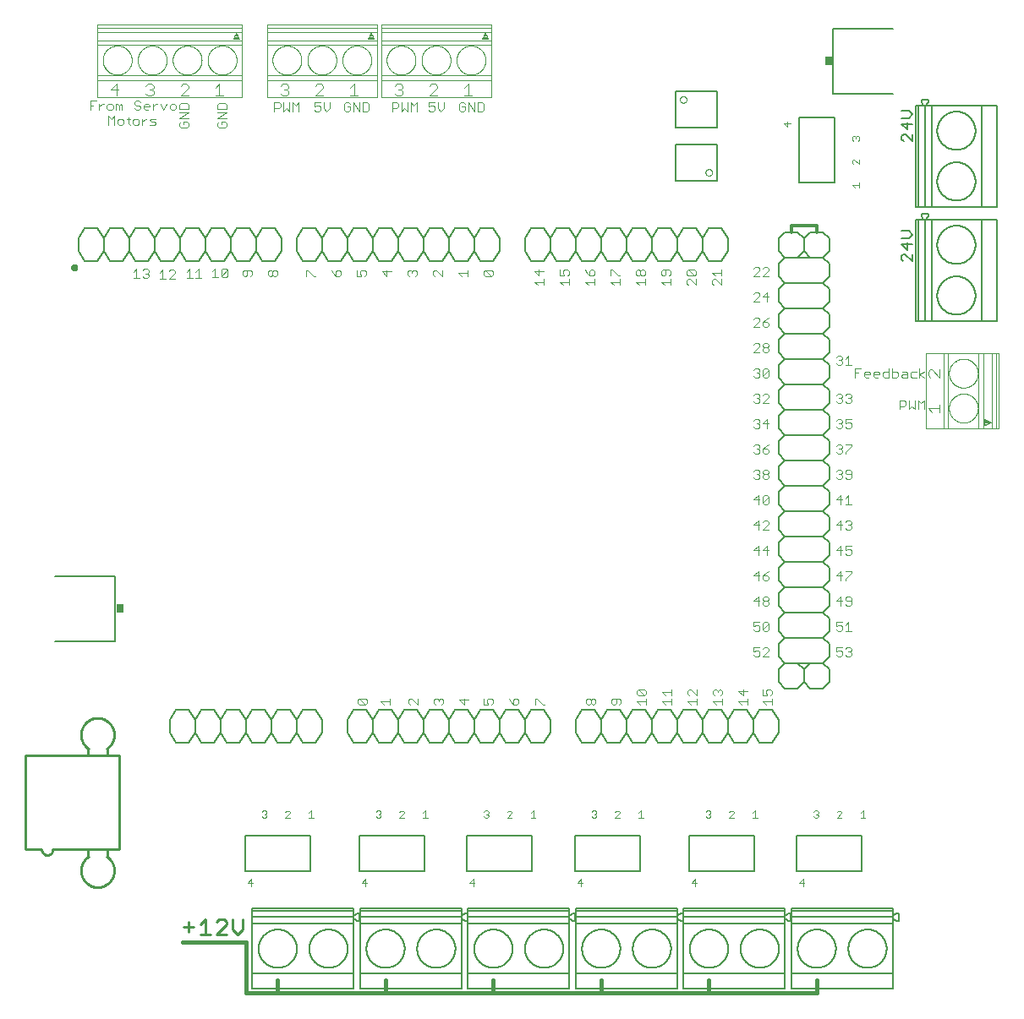
<source format=gbr>
G75*
%MOIN*%
%OFA0B0*%
%FSLAX25Y25*%
%IPPOS*%
%LPD*%
%AMOC8*
5,1,8,0,0,1.08239X$1,22.5*
%
%ADD10C,0.01200*%
%ADD11C,0.00400*%
%ADD12C,0.00800*%
%ADD13C,0.01100*%
%ADD14C,0.01600*%
%ADD15C,0.00600*%
%ADD16C,0.01000*%
%ADD17R,0.03000X0.03400*%
D10*
X0029793Y0307773D02*
X0029795Y0307826D01*
X0029801Y0307878D01*
X0029811Y0307930D01*
X0029824Y0307981D01*
X0029842Y0308031D01*
X0029863Y0308080D01*
X0029888Y0308127D01*
X0029916Y0308171D01*
X0029947Y0308214D01*
X0029982Y0308254D01*
X0030019Y0308291D01*
X0030059Y0308326D01*
X0030102Y0308357D01*
X0030147Y0308385D01*
X0030193Y0308410D01*
X0030242Y0308431D01*
X0030292Y0308449D01*
X0030343Y0308462D01*
X0030395Y0308472D01*
X0030447Y0308478D01*
X0030500Y0308480D01*
X0030553Y0308478D01*
X0030605Y0308472D01*
X0030657Y0308462D01*
X0030708Y0308449D01*
X0030758Y0308431D01*
X0030807Y0308410D01*
X0030854Y0308385D01*
X0030898Y0308357D01*
X0030941Y0308326D01*
X0030981Y0308291D01*
X0031018Y0308254D01*
X0031053Y0308214D01*
X0031084Y0308171D01*
X0031112Y0308126D01*
X0031137Y0308080D01*
X0031158Y0308031D01*
X0031176Y0307981D01*
X0031189Y0307930D01*
X0031199Y0307878D01*
X0031205Y0307826D01*
X0031207Y0307773D01*
X0031205Y0307720D01*
X0031199Y0307668D01*
X0031189Y0307616D01*
X0031176Y0307565D01*
X0031158Y0307515D01*
X0031137Y0307466D01*
X0031112Y0307419D01*
X0031084Y0307375D01*
X0031053Y0307332D01*
X0031018Y0307292D01*
X0030981Y0307255D01*
X0030941Y0307220D01*
X0030898Y0307189D01*
X0030853Y0307161D01*
X0030807Y0307136D01*
X0030758Y0307115D01*
X0030708Y0307097D01*
X0030657Y0307084D01*
X0030605Y0307074D01*
X0030553Y0307068D01*
X0030500Y0307066D01*
X0030447Y0307068D01*
X0030395Y0307074D01*
X0030343Y0307084D01*
X0030292Y0307097D01*
X0030242Y0307115D01*
X0030193Y0307136D01*
X0030146Y0307161D01*
X0030102Y0307189D01*
X0030059Y0307220D01*
X0030019Y0307255D01*
X0029982Y0307292D01*
X0029947Y0307332D01*
X0029916Y0307375D01*
X0029888Y0307420D01*
X0029863Y0307466D01*
X0029842Y0307515D01*
X0029824Y0307565D01*
X0029811Y0307616D01*
X0029801Y0307668D01*
X0029795Y0307720D01*
X0029793Y0307773D01*
X0313000Y0321773D02*
X0313000Y0324273D01*
X0323000Y0324273D01*
X0323000Y0321773D01*
D11*
X0337932Y0339380D02*
X0336998Y0340314D01*
X0339800Y0340314D01*
X0339800Y0339380D02*
X0339800Y0341248D01*
X0339737Y0348692D02*
X0337869Y0350560D01*
X0337402Y0350560D01*
X0336935Y0350093D01*
X0336935Y0349159D01*
X0337402Y0348692D01*
X0339737Y0348692D02*
X0339737Y0350560D01*
X0339333Y0357892D02*
X0339800Y0358359D01*
X0339800Y0359293D01*
X0339333Y0359760D01*
X0338866Y0359760D01*
X0338399Y0359293D01*
X0338399Y0358826D01*
X0338399Y0359293D02*
X0337932Y0359760D01*
X0337465Y0359760D01*
X0336998Y0359293D01*
X0336998Y0358359D01*
X0337465Y0357892D01*
X0312800Y0364874D02*
X0309998Y0364874D01*
X0311399Y0363473D01*
X0311399Y0365341D01*
X0279240Y0345379D02*
X0279242Y0345451D01*
X0279248Y0345523D01*
X0279258Y0345594D01*
X0279271Y0345665D01*
X0279289Y0345735D01*
X0279310Y0345804D01*
X0279335Y0345871D01*
X0279364Y0345937D01*
X0279396Y0346002D01*
X0279432Y0346064D01*
X0279471Y0346125D01*
X0279513Y0346183D01*
X0279559Y0346239D01*
X0279607Y0346292D01*
X0279659Y0346343D01*
X0279713Y0346391D01*
X0279769Y0346435D01*
X0279828Y0346477D01*
X0279889Y0346515D01*
X0279952Y0346550D01*
X0280017Y0346582D01*
X0280084Y0346609D01*
X0280151Y0346633D01*
X0280221Y0346654D01*
X0280291Y0346670D01*
X0280362Y0346683D01*
X0280433Y0346692D01*
X0280505Y0346697D01*
X0280577Y0346698D01*
X0280649Y0346695D01*
X0280721Y0346688D01*
X0280792Y0346677D01*
X0280863Y0346663D01*
X0280932Y0346644D01*
X0281001Y0346622D01*
X0281068Y0346596D01*
X0281134Y0346566D01*
X0281198Y0346533D01*
X0281260Y0346497D01*
X0281320Y0346457D01*
X0281377Y0346413D01*
X0281433Y0346367D01*
X0281485Y0346318D01*
X0281535Y0346266D01*
X0281582Y0346211D01*
X0281626Y0346154D01*
X0281667Y0346095D01*
X0281704Y0346033D01*
X0281738Y0345970D01*
X0281769Y0345904D01*
X0281796Y0345838D01*
X0281819Y0345769D01*
X0281838Y0345700D01*
X0281854Y0345630D01*
X0281866Y0345559D01*
X0281874Y0345487D01*
X0281878Y0345415D01*
X0281878Y0345343D01*
X0281874Y0345271D01*
X0281866Y0345199D01*
X0281854Y0345128D01*
X0281838Y0345058D01*
X0281819Y0344989D01*
X0281796Y0344920D01*
X0281769Y0344854D01*
X0281738Y0344788D01*
X0281704Y0344725D01*
X0281667Y0344663D01*
X0281626Y0344604D01*
X0281582Y0344547D01*
X0281535Y0344492D01*
X0281485Y0344440D01*
X0281433Y0344391D01*
X0281377Y0344345D01*
X0281320Y0344301D01*
X0281260Y0344261D01*
X0281198Y0344225D01*
X0281134Y0344192D01*
X0281068Y0344162D01*
X0281001Y0344136D01*
X0280932Y0344114D01*
X0280863Y0344095D01*
X0280792Y0344081D01*
X0280721Y0344070D01*
X0280649Y0344063D01*
X0280577Y0344060D01*
X0280505Y0344061D01*
X0280433Y0344066D01*
X0280362Y0344075D01*
X0280291Y0344088D01*
X0280221Y0344104D01*
X0280151Y0344125D01*
X0280084Y0344149D01*
X0280017Y0344176D01*
X0279952Y0344208D01*
X0279889Y0344243D01*
X0279828Y0344281D01*
X0279769Y0344323D01*
X0279713Y0344367D01*
X0279659Y0344415D01*
X0279607Y0344466D01*
X0279559Y0344519D01*
X0279513Y0344575D01*
X0279471Y0344633D01*
X0279432Y0344694D01*
X0279396Y0344756D01*
X0279364Y0344821D01*
X0279335Y0344887D01*
X0279310Y0344954D01*
X0279289Y0345023D01*
X0279271Y0345093D01*
X0279258Y0345164D01*
X0279248Y0345235D01*
X0279242Y0345307D01*
X0279240Y0345379D01*
X0269122Y0374166D02*
X0269124Y0374238D01*
X0269130Y0374310D01*
X0269140Y0374381D01*
X0269153Y0374452D01*
X0269171Y0374522D01*
X0269192Y0374591D01*
X0269217Y0374658D01*
X0269246Y0374724D01*
X0269278Y0374789D01*
X0269314Y0374851D01*
X0269353Y0374912D01*
X0269395Y0374970D01*
X0269441Y0375026D01*
X0269489Y0375079D01*
X0269541Y0375130D01*
X0269595Y0375178D01*
X0269651Y0375222D01*
X0269710Y0375264D01*
X0269771Y0375302D01*
X0269834Y0375337D01*
X0269899Y0375369D01*
X0269966Y0375396D01*
X0270033Y0375420D01*
X0270103Y0375441D01*
X0270173Y0375457D01*
X0270244Y0375470D01*
X0270315Y0375479D01*
X0270387Y0375484D01*
X0270459Y0375485D01*
X0270531Y0375482D01*
X0270603Y0375475D01*
X0270674Y0375464D01*
X0270745Y0375450D01*
X0270814Y0375431D01*
X0270883Y0375409D01*
X0270950Y0375383D01*
X0271016Y0375353D01*
X0271080Y0375320D01*
X0271142Y0375284D01*
X0271202Y0375244D01*
X0271259Y0375200D01*
X0271315Y0375154D01*
X0271367Y0375105D01*
X0271417Y0375053D01*
X0271464Y0374998D01*
X0271508Y0374941D01*
X0271549Y0374882D01*
X0271586Y0374820D01*
X0271620Y0374757D01*
X0271651Y0374691D01*
X0271678Y0374625D01*
X0271701Y0374556D01*
X0271720Y0374487D01*
X0271736Y0374417D01*
X0271748Y0374346D01*
X0271756Y0374274D01*
X0271760Y0374202D01*
X0271760Y0374130D01*
X0271756Y0374058D01*
X0271748Y0373986D01*
X0271736Y0373915D01*
X0271720Y0373845D01*
X0271701Y0373776D01*
X0271678Y0373707D01*
X0271651Y0373641D01*
X0271620Y0373575D01*
X0271586Y0373512D01*
X0271549Y0373450D01*
X0271508Y0373391D01*
X0271464Y0373334D01*
X0271417Y0373279D01*
X0271367Y0373227D01*
X0271315Y0373178D01*
X0271259Y0373132D01*
X0271202Y0373088D01*
X0271142Y0373048D01*
X0271080Y0373012D01*
X0271016Y0372979D01*
X0270950Y0372949D01*
X0270883Y0372923D01*
X0270814Y0372901D01*
X0270745Y0372882D01*
X0270674Y0372868D01*
X0270603Y0372857D01*
X0270531Y0372850D01*
X0270459Y0372847D01*
X0270387Y0372848D01*
X0270315Y0372853D01*
X0270244Y0372862D01*
X0270173Y0372875D01*
X0270103Y0372891D01*
X0270033Y0372912D01*
X0269966Y0372936D01*
X0269899Y0372963D01*
X0269834Y0372995D01*
X0269771Y0373030D01*
X0269710Y0373068D01*
X0269651Y0373110D01*
X0269595Y0373154D01*
X0269541Y0373202D01*
X0269489Y0373253D01*
X0269441Y0373306D01*
X0269395Y0373362D01*
X0269353Y0373420D01*
X0269314Y0373481D01*
X0269278Y0373543D01*
X0269246Y0373608D01*
X0269217Y0373674D01*
X0269192Y0373741D01*
X0269171Y0373810D01*
X0269153Y0373880D01*
X0269140Y0373951D01*
X0269130Y0374022D01*
X0269124Y0374094D01*
X0269122Y0374166D01*
X0298790Y0308013D02*
X0298200Y0307423D01*
X0298790Y0308013D02*
X0299970Y0308013D01*
X0300560Y0307423D01*
X0300560Y0306833D01*
X0298200Y0304473D01*
X0300560Y0304473D01*
X0301825Y0304473D02*
X0304185Y0306833D01*
X0304185Y0307423D01*
X0303595Y0308013D01*
X0302415Y0308013D01*
X0301825Y0307423D01*
X0301825Y0304473D02*
X0304185Y0304473D01*
X0303595Y0298013D02*
X0301825Y0296243D01*
X0304185Y0296243D01*
X0303595Y0294473D02*
X0303595Y0298013D01*
X0300560Y0297423D02*
X0299970Y0298013D01*
X0298790Y0298013D01*
X0298200Y0297423D01*
X0300560Y0297423D02*
X0300560Y0296833D01*
X0298200Y0294473D01*
X0300560Y0294473D01*
X0299970Y0288013D02*
X0298790Y0288013D01*
X0298200Y0287423D01*
X0299970Y0288013D02*
X0300560Y0287423D01*
X0300560Y0286833D01*
X0298200Y0284473D01*
X0300560Y0284473D01*
X0301825Y0285063D02*
X0302415Y0284473D01*
X0303595Y0284473D01*
X0304185Y0285063D01*
X0304185Y0285653D01*
X0303595Y0286243D01*
X0301825Y0286243D01*
X0301825Y0285063D01*
X0301825Y0286243D02*
X0303005Y0287423D01*
X0304185Y0288013D01*
X0303595Y0278013D02*
X0304185Y0277423D01*
X0304185Y0276833D01*
X0303595Y0276243D01*
X0302415Y0276243D01*
X0301825Y0276833D01*
X0301825Y0277423D01*
X0302415Y0278013D01*
X0303595Y0278013D01*
X0303595Y0276243D02*
X0304185Y0275653D01*
X0304185Y0275063D01*
X0303595Y0274473D01*
X0302415Y0274473D01*
X0301825Y0275063D01*
X0301825Y0275653D01*
X0302415Y0276243D01*
X0300560Y0276833D02*
X0300560Y0277423D01*
X0299970Y0278013D01*
X0298790Y0278013D01*
X0298200Y0277423D01*
X0300560Y0276833D02*
X0298200Y0274473D01*
X0300560Y0274473D01*
X0299970Y0268013D02*
X0300560Y0267423D01*
X0300560Y0266833D01*
X0299970Y0266243D01*
X0300560Y0265653D01*
X0300560Y0265063D01*
X0299970Y0264473D01*
X0298790Y0264473D01*
X0298200Y0265063D01*
X0299380Y0266243D02*
X0299970Y0266243D01*
X0299970Y0268013D02*
X0298790Y0268013D01*
X0298200Y0267423D01*
X0301825Y0267423D02*
X0301825Y0265063D01*
X0304185Y0267423D01*
X0304185Y0265063D01*
X0303595Y0264473D01*
X0302415Y0264473D01*
X0301825Y0265063D01*
X0301825Y0267423D02*
X0302415Y0268013D01*
X0303595Y0268013D01*
X0304185Y0267423D01*
X0303595Y0258013D02*
X0302415Y0258013D01*
X0301825Y0257423D01*
X0300560Y0257423D02*
X0300560Y0256833D01*
X0299970Y0256243D01*
X0300560Y0255653D01*
X0300560Y0255063D01*
X0299970Y0254473D01*
X0298790Y0254473D01*
X0298200Y0255063D01*
X0299380Y0256243D02*
X0299970Y0256243D01*
X0300560Y0257423D02*
X0299970Y0258013D01*
X0298790Y0258013D01*
X0298200Y0257423D01*
X0301825Y0254473D02*
X0304185Y0256833D01*
X0304185Y0257423D01*
X0303595Y0258013D01*
X0304185Y0254473D02*
X0301825Y0254473D01*
X0303595Y0248013D02*
X0301825Y0246243D01*
X0304185Y0246243D01*
X0303595Y0244473D02*
X0303595Y0248013D01*
X0300560Y0247423D02*
X0300560Y0246833D01*
X0299970Y0246243D01*
X0300560Y0245653D01*
X0300560Y0245063D01*
X0299970Y0244473D01*
X0298790Y0244473D01*
X0298200Y0245063D01*
X0299380Y0246243D02*
X0299970Y0246243D01*
X0300560Y0247423D02*
X0299970Y0248013D01*
X0298790Y0248013D01*
X0298200Y0247423D01*
X0298790Y0238013D02*
X0299970Y0238013D01*
X0300560Y0237423D01*
X0300560Y0236833D01*
X0299970Y0236243D01*
X0300560Y0235653D01*
X0300560Y0235063D01*
X0299970Y0234473D01*
X0298790Y0234473D01*
X0298200Y0235063D01*
X0299380Y0236243D02*
X0299970Y0236243D01*
X0301825Y0236243D02*
X0303595Y0236243D01*
X0304185Y0235653D01*
X0304185Y0235063D01*
X0303595Y0234473D01*
X0302415Y0234473D01*
X0301825Y0235063D01*
X0301825Y0236243D01*
X0303005Y0237423D01*
X0304185Y0238013D01*
X0298790Y0238013D02*
X0298200Y0237423D01*
X0298790Y0228013D02*
X0299970Y0228013D01*
X0300560Y0227423D01*
X0300560Y0226833D01*
X0299970Y0226243D01*
X0300560Y0225653D01*
X0300560Y0225063D01*
X0299970Y0224473D01*
X0298790Y0224473D01*
X0298200Y0225063D01*
X0299380Y0226243D02*
X0299970Y0226243D01*
X0301825Y0226833D02*
X0301825Y0227423D01*
X0302415Y0228013D01*
X0303595Y0228013D01*
X0304185Y0227423D01*
X0304185Y0226833D01*
X0303595Y0226243D01*
X0302415Y0226243D01*
X0301825Y0226833D01*
X0302415Y0226243D02*
X0301825Y0225653D01*
X0301825Y0225063D01*
X0302415Y0224473D01*
X0303595Y0224473D01*
X0304185Y0225063D01*
X0304185Y0225653D01*
X0303595Y0226243D01*
X0298790Y0228013D02*
X0298200Y0227423D01*
X0299970Y0218013D02*
X0298200Y0216243D01*
X0300560Y0216243D01*
X0301825Y0215063D02*
X0301825Y0217423D01*
X0302415Y0218013D01*
X0303595Y0218013D01*
X0304185Y0217423D01*
X0301825Y0215063D01*
X0302415Y0214473D01*
X0303595Y0214473D01*
X0304185Y0215063D01*
X0304185Y0217423D01*
X0299970Y0218013D02*
X0299970Y0214473D01*
X0299970Y0208013D02*
X0298200Y0206243D01*
X0300560Y0206243D01*
X0301825Y0207423D02*
X0302415Y0208013D01*
X0303595Y0208013D01*
X0304185Y0207423D01*
X0304185Y0206833D01*
X0301825Y0204473D01*
X0304185Y0204473D01*
X0299970Y0204473D02*
X0299970Y0208013D01*
X0299970Y0198013D02*
X0298200Y0196243D01*
X0300560Y0196243D01*
X0301825Y0196243D02*
X0304185Y0196243D01*
X0303595Y0198013D02*
X0301825Y0196243D01*
X0303595Y0194473D02*
X0303595Y0198013D01*
X0299970Y0198013D02*
X0299970Y0194473D01*
X0299970Y0188013D02*
X0298200Y0186243D01*
X0300560Y0186243D01*
X0301825Y0186243D02*
X0303595Y0186243D01*
X0304185Y0185653D01*
X0304185Y0185063D01*
X0303595Y0184473D01*
X0302415Y0184473D01*
X0301825Y0185063D01*
X0301825Y0186243D01*
X0303005Y0187423D01*
X0304185Y0188013D01*
X0299970Y0188013D02*
X0299970Y0184473D01*
X0299970Y0178013D02*
X0298200Y0176243D01*
X0300560Y0176243D01*
X0301825Y0176833D02*
X0301825Y0177423D01*
X0302415Y0178013D01*
X0303595Y0178013D01*
X0304185Y0177423D01*
X0304185Y0176833D01*
X0303595Y0176243D01*
X0302415Y0176243D01*
X0301825Y0176833D01*
X0302415Y0176243D02*
X0301825Y0175653D01*
X0301825Y0175063D01*
X0302415Y0174473D01*
X0303595Y0174473D01*
X0304185Y0175063D01*
X0304185Y0175653D01*
X0303595Y0176243D01*
X0299970Y0174473D02*
X0299970Y0178013D01*
X0300560Y0168013D02*
X0298200Y0168013D01*
X0298200Y0166243D01*
X0299380Y0166833D01*
X0299970Y0166833D01*
X0300560Y0166243D01*
X0300560Y0165063D01*
X0299970Y0164473D01*
X0298790Y0164473D01*
X0298200Y0165063D01*
X0301825Y0165063D02*
X0304185Y0167423D01*
X0304185Y0165063D01*
X0303595Y0164473D01*
X0302415Y0164473D01*
X0301825Y0165063D01*
X0301825Y0167423D01*
X0302415Y0168013D01*
X0303595Y0168013D01*
X0304185Y0167423D01*
X0303595Y0158013D02*
X0302415Y0158013D01*
X0301825Y0157423D01*
X0300560Y0158013D02*
X0298200Y0158013D01*
X0298200Y0156243D01*
X0299380Y0156833D01*
X0299970Y0156833D01*
X0300560Y0156243D01*
X0300560Y0155063D01*
X0299970Y0154473D01*
X0298790Y0154473D01*
X0298200Y0155063D01*
X0301825Y0154473D02*
X0304185Y0156833D01*
X0304185Y0157423D01*
X0303595Y0158013D01*
X0304185Y0154473D02*
X0301825Y0154473D01*
X0301760Y0141458D02*
X0301760Y0139098D01*
X0303530Y0139098D01*
X0302940Y0140278D01*
X0302940Y0140868D01*
X0303530Y0141458D01*
X0304710Y0141458D01*
X0305300Y0140868D01*
X0305300Y0139688D01*
X0304710Y0139098D01*
X0305300Y0137833D02*
X0305300Y0135473D01*
X0305300Y0136653D02*
X0301760Y0136653D01*
X0302940Y0135473D01*
X0295800Y0135473D02*
X0295800Y0137833D01*
X0295800Y0136653D02*
X0292260Y0136653D01*
X0293440Y0135473D01*
X0294030Y0139098D02*
X0294030Y0141458D01*
X0295800Y0140868D02*
X0292260Y0140868D01*
X0294030Y0139098D01*
X0285800Y0139688D02*
X0285210Y0139098D01*
X0285800Y0139688D02*
X0285800Y0140868D01*
X0285210Y0141458D01*
X0284620Y0141458D01*
X0284030Y0140868D01*
X0284030Y0140278D01*
X0284030Y0140868D02*
X0283440Y0141458D01*
X0282850Y0141458D01*
X0282260Y0140868D01*
X0282260Y0139688D01*
X0282850Y0139098D01*
X0282260Y0136653D02*
X0285800Y0136653D01*
X0285800Y0135473D02*
X0285800Y0137833D01*
X0283440Y0135473D02*
X0282260Y0136653D01*
X0275800Y0136653D02*
X0272260Y0136653D01*
X0273440Y0135473D01*
X0275800Y0135473D02*
X0275800Y0137833D01*
X0275800Y0139098D02*
X0273440Y0141458D01*
X0272850Y0141458D01*
X0272260Y0140868D01*
X0272260Y0139688D01*
X0272850Y0139098D01*
X0275800Y0139098D02*
X0275800Y0141458D01*
X0265800Y0141458D02*
X0265800Y0139098D01*
X0265800Y0140278D02*
X0262260Y0140278D01*
X0263440Y0139098D01*
X0265800Y0137833D02*
X0265800Y0135473D01*
X0265800Y0136653D02*
X0262260Y0136653D01*
X0263440Y0135473D01*
X0255800Y0135473D02*
X0255800Y0137833D01*
X0255800Y0136653D02*
X0252260Y0136653D01*
X0253440Y0135473D01*
X0252850Y0139098D02*
X0252260Y0139688D01*
X0252260Y0140868D01*
X0252850Y0141458D01*
X0255210Y0139098D01*
X0255800Y0139688D01*
X0255800Y0140868D01*
X0255210Y0141458D01*
X0252850Y0141458D01*
X0252850Y0139098D02*
X0255210Y0139098D01*
X0245800Y0137243D02*
X0245210Y0137833D01*
X0242850Y0137833D01*
X0242260Y0137243D01*
X0242260Y0136063D01*
X0242850Y0135473D01*
X0243440Y0135473D01*
X0244030Y0136063D01*
X0244030Y0137833D01*
X0245800Y0137243D02*
X0245800Y0136063D01*
X0245210Y0135473D01*
X0235800Y0136063D02*
X0235210Y0135473D01*
X0234620Y0135473D01*
X0234030Y0136063D01*
X0234030Y0137243D01*
X0234620Y0137833D01*
X0235210Y0137833D01*
X0235800Y0137243D01*
X0235800Y0136063D01*
X0234030Y0136063D02*
X0233440Y0135473D01*
X0232850Y0135473D01*
X0232260Y0136063D01*
X0232260Y0137243D01*
X0232850Y0137833D01*
X0233440Y0137833D01*
X0234030Y0137243D01*
X0215800Y0135473D02*
X0215210Y0135473D01*
X0212850Y0137833D01*
X0212260Y0137833D01*
X0212260Y0135473D01*
X0205300Y0136063D02*
X0205300Y0137243D01*
X0204710Y0137833D01*
X0204120Y0137833D01*
X0203530Y0137243D01*
X0203530Y0135473D01*
X0204710Y0135473D01*
X0205300Y0136063D01*
X0203530Y0135473D02*
X0202350Y0136653D01*
X0201760Y0137833D01*
X0195300Y0137243D02*
X0195300Y0136063D01*
X0194710Y0135473D01*
X0193530Y0135473D02*
X0192940Y0136653D01*
X0192940Y0137243D01*
X0193530Y0137833D01*
X0194710Y0137833D01*
X0195300Y0137243D01*
X0193530Y0135473D02*
X0191760Y0135473D01*
X0191760Y0137833D01*
X0185800Y0137243D02*
X0182260Y0137243D01*
X0184030Y0135473D01*
X0184030Y0137833D01*
X0175800Y0137243D02*
X0175800Y0136063D01*
X0175210Y0135473D01*
X0174030Y0136653D02*
X0174030Y0137243D01*
X0174620Y0137833D01*
X0175210Y0137833D01*
X0175800Y0137243D01*
X0174030Y0137243D02*
X0173440Y0137833D01*
X0172850Y0137833D01*
X0172260Y0137243D01*
X0172260Y0136063D01*
X0172850Y0135473D01*
X0165800Y0135473D02*
X0163440Y0137833D01*
X0162850Y0137833D01*
X0162260Y0137243D01*
X0162260Y0136063D01*
X0162850Y0135473D01*
X0165800Y0135473D02*
X0165800Y0137833D01*
X0154800Y0137833D02*
X0154800Y0135473D01*
X0154800Y0136653D02*
X0151260Y0136653D01*
X0152440Y0135473D01*
X0145800Y0136063D02*
X0145210Y0135473D01*
X0142850Y0137833D01*
X0145210Y0137833D01*
X0145800Y0137243D01*
X0145800Y0136063D01*
X0145210Y0135473D02*
X0142850Y0135473D01*
X0142260Y0136063D01*
X0142260Y0137243D01*
X0142850Y0137833D01*
X0149802Y0093575D02*
X0150736Y0093575D01*
X0151203Y0093108D01*
X0151203Y0092641D01*
X0150736Y0092174D01*
X0151203Y0091707D01*
X0151203Y0091240D01*
X0150736Y0090773D01*
X0149802Y0090773D01*
X0149335Y0091240D01*
X0150269Y0092174D02*
X0150736Y0092174D01*
X0149335Y0093108D02*
X0149802Y0093575D01*
X0158535Y0093045D02*
X0159002Y0093512D01*
X0159936Y0093512D01*
X0160403Y0093045D01*
X0160403Y0092578D01*
X0158535Y0090710D01*
X0160403Y0090710D01*
X0167846Y0090773D02*
X0169715Y0090773D01*
X0168781Y0090773D02*
X0168781Y0093575D01*
X0167846Y0092641D01*
X0191835Y0093108D02*
X0192302Y0093575D01*
X0193236Y0093575D01*
X0193703Y0093108D01*
X0193703Y0092641D01*
X0193236Y0092174D01*
X0193703Y0091707D01*
X0193703Y0091240D01*
X0193236Y0090773D01*
X0192302Y0090773D01*
X0191835Y0091240D01*
X0192769Y0092174D02*
X0193236Y0092174D01*
X0201035Y0093045D02*
X0201502Y0093512D01*
X0202436Y0093512D01*
X0202903Y0093045D01*
X0202903Y0092578D01*
X0201035Y0090710D01*
X0202903Y0090710D01*
X0210346Y0090773D02*
X0212215Y0090773D01*
X0211281Y0090773D02*
X0211281Y0093575D01*
X0210346Y0092641D01*
X0234335Y0093108D02*
X0234802Y0093575D01*
X0235736Y0093575D01*
X0236203Y0093108D01*
X0236203Y0092641D01*
X0235736Y0092174D01*
X0236203Y0091707D01*
X0236203Y0091240D01*
X0235736Y0090773D01*
X0234802Y0090773D01*
X0234335Y0091240D01*
X0235269Y0092174D02*
X0235736Y0092174D01*
X0243535Y0093045D02*
X0244002Y0093512D01*
X0244936Y0093512D01*
X0245403Y0093045D01*
X0245403Y0092578D01*
X0243535Y0090710D01*
X0245403Y0090710D01*
X0252846Y0090773D02*
X0254715Y0090773D01*
X0253781Y0090773D02*
X0253781Y0093575D01*
X0252846Y0092641D01*
X0279335Y0093108D02*
X0279802Y0093575D01*
X0280736Y0093575D01*
X0281203Y0093108D01*
X0281203Y0092641D01*
X0280736Y0092174D01*
X0281203Y0091707D01*
X0281203Y0091240D01*
X0280736Y0090773D01*
X0279802Y0090773D01*
X0279335Y0091240D01*
X0280269Y0092174D02*
X0280736Y0092174D01*
X0288535Y0093045D02*
X0289002Y0093512D01*
X0289936Y0093512D01*
X0290403Y0093045D01*
X0290403Y0092578D01*
X0288535Y0090710D01*
X0290403Y0090710D01*
X0297846Y0090773D02*
X0299715Y0090773D01*
X0298781Y0090773D02*
X0298781Y0093575D01*
X0297846Y0092641D01*
X0321835Y0093108D02*
X0322302Y0093575D01*
X0323236Y0093575D01*
X0323703Y0093108D01*
X0323703Y0092641D01*
X0323236Y0092174D01*
X0323703Y0091707D01*
X0323703Y0091240D01*
X0323236Y0090773D01*
X0322302Y0090773D01*
X0321835Y0091240D01*
X0322769Y0092174D02*
X0323236Y0092174D01*
X0331035Y0093045D02*
X0331502Y0093512D01*
X0332436Y0093512D01*
X0332903Y0093045D01*
X0332903Y0092578D01*
X0331035Y0090710D01*
X0332903Y0090710D01*
X0340346Y0090773D02*
X0342215Y0090773D01*
X0341281Y0090773D02*
X0341281Y0093575D01*
X0340346Y0092641D01*
X0317655Y0066575D02*
X0316253Y0065174D01*
X0318122Y0065174D01*
X0317655Y0063773D02*
X0317655Y0066575D01*
X0275622Y0065174D02*
X0273753Y0065174D01*
X0275155Y0066575D01*
X0275155Y0063773D01*
X0230622Y0065174D02*
X0228753Y0065174D01*
X0230155Y0066575D01*
X0230155Y0063773D01*
X0188122Y0065174D02*
X0186253Y0065174D01*
X0187655Y0066575D01*
X0187655Y0063773D01*
X0145622Y0065174D02*
X0143753Y0065174D01*
X0145155Y0066575D01*
X0145155Y0063773D01*
X0124715Y0090773D02*
X0122846Y0090773D01*
X0123781Y0090773D02*
X0123781Y0093575D01*
X0122846Y0092641D01*
X0115403Y0092578D02*
X0115403Y0093045D01*
X0114936Y0093512D01*
X0114002Y0093512D01*
X0113535Y0093045D01*
X0115403Y0092578D02*
X0113535Y0090710D01*
X0115403Y0090710D01*
X0106203Y0091240D02*
X0105736Y0090773D01*
X0104802Y0090773D01*
X0104335Y0091240D01*
X0105269Y0092174D02*
X0105736Y0092174D01*
X0106203Y0091707D01*
X0106203Y0091240D01*
X0105736Y0092174D02*
X0106203Y0092641D01*
X0106203Y0093108D01*
X0105736Y0093575D01*
X0104802Y0093575D01*
X0104335Y0093108D01*
X0100155Y0066575D02*
X0098753Y0065174D01*
X0100622Y0065174D01*
X0100155Y0063773D02*
X0100155Y0066575D01*
X0330700Y0155063D02*
X0331290Y0154473D01*
X0332470Y0154473D01*
X0333060Y0155063D01*
X0333060Y0156243D01*
X0332470Y0156833D01*
X0331880Y0156833D01*
X0330700Y0156243D01*
X0330700Y0158013D01*
X0333060Y0158013D01*
X0334325Y0157423D02*
X0334915Y0158013D01*
X0336095Y0158013D01*
X0336685Y0157423D01*
X0336685Y0156833D01*
X0336095Y0156243D01*
X0336685Y0155653D01*
X0336685Y0155063D01*
X0336095Y0154473D01*
X0334915Y0154473D01*
X0334325Y0155063D01*
X0335505Y0156243D02*
X0336095Y0156243D01*
X0335505Y0164473D02*
X0335505Y0168013D01*
X0334325Y0166833D01*
X0333060Y0166243D02*
X0333060Y0165063D01*
X0332470Y0164473D01*
X0331290Y0164473D01*
X0330700Y0165063D01*
X0330700Y0166243D02*
X0331880Y0166833D01*
X0332470Y0166833D01*
X0333060Y0166243D01*
X0333060Y0168013D02*
X0330700Y0168013D01*
X0330700Y0166243D01*
X0334325Y0164473D02*
X0336685Y0164473D01*
X0336095Y0174473D02*
X0336685Y0175063D01*
X0336685Y0177423D01*
X0336095Y0178013D01*
X0334915Y0178013D01*
X0334325Y0177423D01*
X0334325Y0176833D01*
X0334915Y0176243D01*
X0336685Y0176243D01*
X0336095Y0174473D02*
X0334915Y0174473D01*
X0334325Y0175063D01*
X0333060Y0176243D02*
X0330700Y0176243D01*
X0332470Y0178013D01*
X0332470Y0174473D01*
X0332470Y0184473D02*
X0332470Y0188013D01*
X0330700Y0186243D01*
X0333060Y0186243D01*
X0334325Y0185063D02*
X0334325Y0184473D01*
X0334325Y0185063D02*
X0336685Y0187423D01*
X0336685Y0188013D01*
X0334325Y0188013D01*
X0334915Y0194473D02*
X0334325Y0195063D01*
X0334915Y0194473D02*
X0336095Y0194473D01*
X0336685Y0195063D01*
X0336685Y0196243D01*
X0336095Y0196833D01*
X0335505Y0196833D01*
X0334325Y0196243D01*
X0334325Y0198013D01*
X0336685Y0198013D01*
X0333060Y0196243D02*
X0330700Y0196243D01*
X0332470Y0198013D01*
X0332470Y0194473D01*
X0332470Y0204473D02*
X0332470Y0208013D01*
X0330700Y0206243D01*
X0333060Y0206243D01*
X0334325Y0207423D02*
X0334915Y0208013D01*
X0336095Y0208013D01*
X0336685Y0207423D01*
X0336685Y0206833D01*
X0336095Y0206243D01*
X0336685Y0205653D01*
X0336685Y0205063D01*
X0336095Y0204473D01*
X0334915Y0204473D01*
X0334325Y0205063D01*
X0335505Y0206243D02*
X0336095Y0206243D01*
X0335505Y0214473D02*
X0335505Y0218013D01*
X0334325Y0216833D01*
X0333060Y0216243D02*
X0330700Y0216243D01*
X0332470Y0218013D01*
X0332470Y0214473D01*
X0334325Y0214473D02*
X0336685Y0214473D01*
X0336095Y0224473D02*
X0336685Y0225063D01*
X0336685Y0227423D01*
X0336095Y0228013D01*
X0334915Y0228013D01*
X0334325Y0227423D01*
X0334325Y0226833D01*
X0334915Y0226243D01*
X0336685Y0226243D01*
X0336095Y0224473D02*
X0334915Y0224473D01*
X0334325Y0225063D01*
X0333060Y0225063D02*
X0333060Y0225653D01*
X0332470Y0226243D01*
X0331880Y0226243D01*
X0332470Y0226243D02*
X0333060Y0226833D01*
X0333060Y0227423D01*
X0332470Y0228013D01*
X0331290Y0228013D01*
X0330700Y0227423D01*
X0330700Y0225063D02*
X0331290Y0224473D01*
X0332470Y0224473D01*
X0333060Y0225063D01*
X0332470Y0234473D02*
X0331290Y0234473D01*
X0330700Y0235063D01*
X0331880Y0236243D02*
X0332470Y0236243D01*
X0333060Y0235653D01*
X0333060Y0235063D01*
X0332470Y0234473D01*
X0332470Y0236243D02*
X0333060Y0236833D01*
X0333060Y0237423D01*
X0332470Y0238013D01*
X0331290Y0238013D01*
X0330700Y0237423D01*
X0334325Y0238013D02*
X0336685Y0238013D01*
X0336685Y0237423D01*
X0334325Y0235063D01*
X0334325Y0234473D01*
X0334915Y0244473D02*
X0334325Y0245063D01*
X0334915Y0244473D02*
X0336095Y0244473D01*
X0336685Y0245063D01*
X0336685Y0246243D01*
X0336095Y0246833D01*
X0335505Y0246833D01*
X0334325Y0246243D01*
X0334325Y0248013D01*
X0336685Y0248013D01*
X0333060Y0247423D02*
X0333060Y0246833D01*
X0332470Y0246243D01*
X0333060Y0245653D01*
X0333060Y0245063D01*
X0332470Y0244473D01*
X0331290Y0244473D01*
X0330700Y0245063D01*
X0331880Y0246243D02*
X0332470Y0246243D01*
X0333060Y0247423D02*
X0332470Y0248013D01*
X0331290Y0248013D01*
X0330700Y0247423D01*
X0331290Y0254473D02*
X0330700Y0255063D01*
X0331290Y0254473D02*
X0332470Y0254473D01*
X0333060Y0255063D01*
X0333060Y0255653D01*
X0332470Y0256243D01*
X0331880Y0256243D01*
X0332470Y0256243D02*
X0333060Y0256833D01*
X0333060Y0257423D01*
X0332470Y0258013D01*
X0331290Y0258013D01*
X0330700Y0257423D01*
X0334325Y0257423D02*
X0334915Y0258013D01*
X0336095Y0258013D01*
X0336685Y0257423D01*
X0336685Y0256833D01*
X0336095Y0256243D01*
X0336685Y0255653D01*
X0336685Y0255063D01*
X0336095Y0254473D01*
X0334915Y0254473D01*
X0334325Y0255063D01*
X0335505Y0256243D02*
X0336095Y0256243D01*
X0338200Y0264473D02*
X0338200Y0268013D01*
X0340560Y0268013D01*
X0339380Y0266243D02*
X0338200Y0266243D01*
X0336685Y0269473D02*
X0334325Y0269473D01*
X0335505Y0269473D02*
X0335505Y0273013D01*
X0334325Y0271833D01*
X0333060Y0271833D02*
X0332470Y0271243D01*
X0333060Y0270653D01*
X0333060Y0270063D01*
X0332470Y0269473D01*
X0331290Y0269473D01*
X0330700Y0270063D01*
X0331880Y0271243D02*
X0332470Y0271243D01*
X0333060Y0271833D02*
X0333060Y0272423D01*
X0332470Y0273013D01*
X0331290Y0273013D01*
X0330700Y0272423D01*
X0341825Y0266243D02*
X0342415Y0266833D01*
X0343595Y0266833D01*
X0344185Y0266243D01*
X0344185Y0265653D01*
X0341825Y0265653D01*
X0341825Y0265063D02*
X0341825Y0266243D01*
X0341825Y0265063D02*
X0342415Y0264473D01*
X0343595Y0264473D01*
X0345450Y0265063D02*
X0345450Y0266243D01*
X0346040Y0266833D01*
X0347220Y0266833D01*
X0347810Y0266243D01*
X0347810Y0265653D01*
X0345450Y0265653D01*
X0345450Y0265063D02*
X0346040Y0264473D01*
X0347220Y0264473D01*
X0349075Y0265063D02*
X0349075Y0266243D01*
X0349665Y0266833D01*
X0351435Y0266833D01*
X0351435Y0268013D02*
X0351435Y0264473D01*
X0349665Y0264473D01*
X0349075Y0265063D01*
X0352701Y0264473D02*
X0352701Y0268013D01*
X0352701Y0266833D02*
X0354471Y0266833D01*
X0355061Y0266243D01*
X0355061Y0265063D01*
X0354471Y0264473D01*
X0352701Y0264473D01*
X0356326Y0265063D02*
X0356916Y0265653D01*
X0358686Y0265653D01*
X0358686Y0266243D02*
X0358686Y0264473D01*
X0356916Y0264473D01*
X0356326Y0265063D01*
X0356916Y0266833D02*
X0358096Y0266833D01*
X0358686Y0266243D01*
X0359951Y0266243D02*
X0360541Y0266833D01*
X0362311Y0266833D01*
X0363576Y0268013D02*
X0363576Y0264473D01*
X0363576Y0265653D02*
X0365346Y0266833D01*
X0366946Y0266863D02*
X0366946Y0265329D01*
X0367713Y0264561D01*
X0365346Y0264473D02*
X0363576Y0265653D01*
X0362311Y0264473D02*
X0360541Y0264473D01*
X0359951Y0265063D01*
X0359951Y0266243D01*
X0366946Y0266863D02*
X0367713Y0267631D01*
X0368481Y0267631D01*
X0371550Y0264561D01*
X0371550Y0267631D01*
X0372971Y0274037D02*
X0366130Y0274037D01*
X0366130Y0244509D01*
X0372971Y0244509D01*
X0372971Y0274037D01*
X0374844Y0274037D01*
X0374844Y0244509D01*
X0386863Y0244509D01*
X0388765Y0244509D01*
X0391961Y0244509D01*
X0393689Y0244509D01*
X0394870Y0244509D01*
X0394870Y0274037D01*
X0393689Y0274037D01*
X0391961Y0274037D01*
X0391961Y0244509D01*
X0393689Y0244509D02*
X0393689Y0274037D01*
X0391961Y0274037D02*
X0388765Y0274037D01*
X0386863Y0274037D01*
X0386863Y0244509D01*
X0388765Y0244509D02*
X0388765Y0274037D01*
X0386863Y0274037D02*
X0374844Y0274037D01*
X0378094Y0270911D02*
X0378118Y0270887D01*
X0375185Y0266163D02*
X0375187Y0266314D01*
X0375193Y0266464D01*
X0375203Y0266615D01*
X0375217Y0266765D01*
X0375235Y0266914D01*
X0375256Y0267064D01*
X0375282Y0267212D01*
X0375312Y0267360D01*
X0375345Y0267507D01*
X0375383Y0267653D01*
X0375424Y0267798D01*
X0375469Y0267942D01*
X0375518Y0268084D01*
X0375571Y0268225D01*
X0375627Y0268365D01*
X0375687Y0268503D01*
X0375750Y0268640D01*
X0375818Y0268775D01*
X0375888Y0268908D01*
X0375962Y0269039D01*
X0376040Y0269168D01*
X0376121Y0269295D01*
X0376205Y0269420D01*
X0376293Y0269543D01*
X0376384Y0269663D01*
X0376478Y0269781D01*
X0376575Y0269896D01*
X0376675Y0270009D01*
X0376778Y0270119D01*
X0376884Y0270226D01*
X0376993Y0270331D01*
X0377104Y0270432D01*
X0377218Y0270531D01*
X0377334Y0270626D01*
X0377454Y0270719D01*
X0377575Y0270808D01*
X0377699Y0270894D01*
X0377825Y0270977D01*
X0377953Y0271056D01*
X0378083Y0271132D01*
X0378215Y0271205D01*
X0378349Y0271273D01*
X0378485Y0271339D01*
X0378623Y0271401D01*
X0378762Y0271459D01*
X0378902Y0271513D01*
X0379044Y0271564D01*
X0379187Y0271611D01*
X0379332Y0271654D01*
X0379477Y0271693D01*
X0379624Y0271729D01*
X0379771Y0271760D01*
X0379919Y0271788D01*
X0380068Y0271812D01*
X0380217Y0271832D01*
X0380367Y0271848D01*
X0380517Y0271860D01*
X0380668Y0271868D01*
X0380819Y0271872D01*
X0380969Y0271872D01*
X0381120Y0271868D01*
X0381271Y0271860D01*
X0381421Y0271848D01*
X0381571Y0271832D01*
X0381720Y0271812D01*
X0381869Y0271788D01*
X0382017Y0271760D01*
X0382164Y0271729D01*
X0382311Y0271693D01*
X0382456Y0271654D01*
X0382601Y0271611D01*
X0382744Y0271564D01*
X0382886Y0271513D01*
X0383026Y0271459D01*
X0383165Y0271401D01*
X0383303Y0271339D01*
X0383439Y0271273D01*
X0383573Y0271205D01*
X0383705Y0271132D01*
X0383835Y0271056D01*
X0383963Y0270977D01*
X0384089Y0270894D01*
X0384213Y0270808D01*
X0384334Y0270719D01*
X0384454Y0270626D01*
X0384570Y0270531D01*
X0384684Y0270432D01*
X0384795Y0270331D01*
X0384904Y0270226D01*
X0385010Y0270119D01*
X0385113Y0270009D01*
X0385213Y0269896D01*
X0385310Y0269781D01*
X0385404Y0269663D01*
X0385495Y0269543D01*
X0385583Y0269420D01*
X0385667Y0269295D01*
X0385748Y0269168D01*
X0385826Y0269039D01*
X0385900Y0268908D01*
X0385970Y0268775D01*
X0386038Y0268640D01*
X0386101Y0268503D01*
X0386161Y0268365D01*
X0386217Y0268225D01*
X0386270Y0268084D01*
X0386319Y0267942D01*
X0386364Y0267798D01*
X0386405Y0267653D01*
X0386443Y0267507D01*
X0386476Y0267360D01*
X0386506Y0267212D01*
X0386532Y0267064D01*
X0386553Y0266914D01*
X0386571Y0266765D01*
X0386585Y0266615D01*
X0386595Y0266464D01*
X0386601Y0266314D01*
X0386603Y0266163D01*
X0386601Y0266012D01*
X0386595Y0265862D01*
X0386585Y0265711D01*
X0386571Y0265561D01*
X0386553Y0265412D01*
X0386532Y0265262D01*
X0386506Y0265114D01*
X0386476Y0264966D01*
X0386443Y0264819D01*
X0386405Y0264673D01*
X0386364Y0264528D01*
X0386319Y0264384D01*
X0386270Y0264242D01*
X0386217Y0264101D01*
X0386161Y0263961D01*
X0386101Y0263823D01*
X0386038Y0263686D01*
X0385970Y0263551D01*
X0385900Y0263418D01*
X0385826Y0263287D01*
X0385748Y0263158D01*
X0385667Y0263031D01*
X0385583Y0262906D01*
X0385495Y0262783D01*
X0385404Y0262663D01*
X0385310Y0262545D01*
X0385213Y0262430D01*
X0385113Y0262317D01*
X0385010Y0262207D01*
X0384904Y0262100D01*
X0384795Y0261995D01*
X0384684Y0261894D01*
X0384570Y0261795D01*
X0384454Y0261700D01*
X0384334Y0261607D01*
X0384213Y0261518D01*
X0384089Y0261432D01*
X0383963Y0261349D01*
X0383835Y0261270D01*
X0383705Y0261194D01*
X0383573Y0261121D01*
X0383439Y0261053D01*
X0383303Y0260987D01*
X0383165Y0260925D01*
X0383026Y0260867D01*
X0382886Y0260813D01*
X0382744Y0260762D01*
X0382601Y0260715D01*
X0382456Y0260672D01*
X0382311Y0260633D01*
X0382164Y0260597D01*
X0382017Y0260566D01*
X0381869Y0260538D01*
X0381720Y0260514D01*
X0381571Y0260494D01*
X0381421Y0260478D01*
X0381271Y0260466D01*
X0381120Y0260458D01*
X0380969Y0260454D01*
X0380819Y0260454D01*
X0380668Y0260458D01*
X0380517Y0260466D01*
X0380367Y0260478D01*
X0380217Y0260494D01*
X0380068Y0260514D01*
X0379919Y0260538D01*
X0379771Y0260566D01*
X0379624Y0260597D01*
X0379477Y0260633D01*
X0379332Y0260672D01*
X0379187Y0260715D01*
X0379044Y0260762D01*
X0378902Y0260813D01*
X0378762Y0260867D01*
X0378623Y0260925D01*
X0378485Y0260987D01*
X0378349Y0261053D01*
X0378215Y0261121D01*
X0378083Y0261194D01*
X0377953Y0261270D01*
X0377825Y0261349D01*
X0377699Y0261432D01*
X0377575Y0261518D01*
X0377454Y0261607D01*
X0377334Y0261700D01*
X0377218Y0261795D01*
X0377104Y0261894D01*
X0376993Y0261995D01*
X0376884Y0262100D01*
X0376778Y0262207D01*
X0376675Y0262317D01*
X0376575Y0262430D01*
X0376478Y0262545D01*
X0376384Y0262663D01*
X0376293Y0262783D01*
X0376205Y0262906D01*
X0376121Y0263031D01*
X0376040Y0263158D01*
X0375962Y0263287D01*
X0375888Y0263418D01*
X0375818Y0263551D01*
X0375750Y0263686D01*
X0375687Y0263823D01*
X0375627Y0263961D01*
X0375571Y0264101D01*
X0375518Y0264242D01*
X0375469Y0264384D01*
X0375424Y0264528D01*
X0375383Y0264673D01*
X0375345Y0264819D01*
X0375312Y0264966D01*
X0375282Y0265114D01*
X0375256Y0265262D01*
X0375235Y0265412D01*
X0375217Y0265561D01*
X0375203Y0265711D01*
X0375193Y0265862D01*
X0375187Y0266012D01*
X0375185Y0266163D01*
X0378094Y0257131D02*
X0378118Y0257107D01*
X0375185Y0252383D02*
X0375187Y0252534D01*
X0375193Y0252684D01*
X0375203Y0252835D01*
X0375217Y0252985D01*
X0375235Y0253134D01*
X0375256Y0253284D01*
X0375282Y0253432D01*
X0375312Y0253580D01*
X0375345Y0253727D01*
X0375383Y0253873D01*
X0375424Y0254018D01*
X0375469Y0254162D01*
X0375518Y0254304D01*
X0375571Y0254445D01*
X0375627Y0254585D01*
X0375687Y0254723D01*
X0375750Y0254860D01*
X0375818Y0254995D01*
X0375888Y0255128D01*
X0375962Y0255259D01*
X0376040Y0255388D01*
X0376121Y0255515D01*
X0376205Y0255640D01*
X0376293Y0255763D01*
X0376384Y0255883D01*
X0376478Y0256001D01*
X0376575Y0256116D01*
X0376675Y0256229D01*
X0376778Y0256339D01*
X0376884Y0256446D01*
X0376993Y0256551D01*
X0377104Y0256652D01*
X0377218Y0256751D01*
X0377334Y0256846D01*
X0377454Y0256939D01*
X0377575Y0257028D01*
X0377699Y0257114D01*
X0377825Y0257197D01*
X0377953Y0257276D01*
X0378083Y0257352D01*
X0378215Y0257425D01*
X0378349Y0257493D01*
X0378485Y0257559D01*
X0378623Y0257621D01*
X0378762Y0257679D01*
X0378902Y0257733D01*
X0379044Y0257784D01*
X0379187Y0257831D01*
X0379332Y0257874D01*
X0379477Y0257913D01*
X0379624Y0257949D01*
X0379771Y0257980D01*
X0379919Y0258008D01*
X0380068Y0258032D01*
X0380217Y0258052D01*
X0380367Y0258068D01*
X0380517Y0258080D01*
X0380668Y0258088D01*
X0380819Y0258092D01*
X0380969Y0258092D01*
X0381120Y0258088D01*
X0381271Y0258080D01*
X0381421Y0258068D01*
X0381571Y0258052D01*
X0381720Y0258032D01*
X0381869Y0258008D01*
X0382017Y0257980D01*
X0382164Y0257949D01*
X0382311Y0257913D01*
X0382456Y0257874D01*
X0382601Y0257831D01*
X0382744Y0257784D01*
X0382886Y0257733D01*
X0383026Y0257679D01*
X0383165Y0257621D01*
X0383303Y0257559D01*
X0383439Y0257493D01*
X0383573Y0257425D01*
X0383705Y0257352D01*
X0383835Y0257276D01*
X0383963Y0257197D01*
X0384089Y0257114D01*
X0384213Y0257028D01*
X0384334Y0256939D01*
X0384454Y0256846D01*
X0384570Y0256751D01*
X0384684Y0256652D01*
X0384795Y0256551D01*
X0384904Y0256446D01*
X0385010Y0256339D01*
X0385113Y0256229D01*
X0385213Y0256116D01*
X0385310Y0256001D01*
X0385404Y0255883D01*
X0385495Y0255763D01*
X0385583Y0255640D01*
X0385667Y0255515D01*
X0385748Y0255388D01*
X0385826Y0255259D01*
X0385900Y0255128D01*
X0385970Y0254995D01*
X0386038Y0254860D01*
X0386101Y0254723D01*
X0386161Y0254585D01*
X0386217Y0254445D01*
X0386270Y0254304D01*
X0386319Y0254162D01*
X0386364Y0254018D01*
X0386405Y0253873D01*
X0386443Y0253727D01*
X0386476Y0253580D01*
X0386506Y0253432D01*
X0386532Y0253284D01*
X0386553Y0253134D01*
X0386571Y0252985D01*
X0386585Y0252835D01*
X0386595Y0252684D01*
X0386601Y0252534D01*
X0386603Y0252383D01*
X0386601Y0252232D01*
X0386595Y0252082D01*
X0386585Y0251931D01*
X0386571Y0251781D01*
X0386553Y0251632D01*
X0386532Y0251482D01*
X0386506Y0251334D01*
X0386476Y0251186D01*
X0386443Y0251039D01*
X0386405Y0250893D01*
X0386364Y0250748D01*
X0386319Y0250604D01*
X0386270Y0250462D01*
X0386217Y0250321D01*
X0386161Y0250181D01*
X0386101Y0250043D01*
X0386038Y0249906D01*
X0385970Y0249771D01*
X0385900Y0249638D01*
X0385826Y0249507D01*
X0385748Y0249378D01*
X0385667Y0249251D01*
X0385583Y0249126D01*
X0385495Y0249003D01*
X0385404Y0248883D01*
X0385310Y0248765D01*
X0385213Y0248650D01*
X0385113Y0248537D01*
X0385010Y0248427D01*
X0384904Y0248320D01*
X0384795Y0248215D01*
X0384684Y0248114D01*
X0384570Y0248015D01*
X0384454Y0247920D01*
X0384334Y0247827D01*
X0384213Y0247738D01*
X0384089Y0247652D01*
X0383963Y0247569D01*
X0383835Y0247490D01*
X0383705Y0247414D01*
X0383573Y0247341D01*
X0383439Y0247273D01*
X0383303Y0247207D01*
X0383165Y0247145D01*
X0383026Y0247087D01*
X0382886Y0247033D01*
X0382744Y0246982D01*
X0382601Y0246935D01*
X0382456Y0246892D01*
X0382311Y0246853D01*
X0382164Y0246817D01*
X0382017Y0246786D01*
X0381869Y0246758D01*
X0381720Y0246734D01*
X0381571Y0246714D01*
X0381421Y0246698D01*
X0381271Y0246686D01*
X0381120Y0246678D01*
X0380969Y0246674D01*
X0380819Y0246674D01*
X0380668Y0246678D01*
X0380517Y0246686D01*
X0380367Y0246698D01*
X0380217Y0246714D01*
X0380068Y0246734D01*
X0379919Y0246758D01*
X0379771Y0246786D01*
X0379624Y0246817D01*
X0379477Y0246853D01*
X0379332Y0246892D01*
X0379187Y0246935D01*
X0379044Y0246982D01*
X0378902Y0247033D01*
X0378762Y0247087D01*
X0378623Y0247145D01*
X0378485Y0247207D01*
X0378349Y0247273D01*
X0378215Y0247341D01*
X0378083Y0247414D01*
X0377953Y0247490D01*
X0377825Y0247569D01*
X0377699Y0247652D01*
X0377575Y0247738D01*
X0377454Y0247827D01*
X0377334Y0247920D01*
X0377218Y0248015D01*
X0377104Y0248114D01*
X0376993Y0248215D01*
X0376884Y0248320D01*
X0376778Y0248427D01*
X0376675Y0248537D01*
X0376575Y0248650D01*
X0376478Y0248765D01*
X0376384Y0248883D01*
X0376293Y0249003D01*
X0376205Y0249126D01*
X0376121Y0249251D01*
X0376040Y0249378D01*
X0375962Y0249507D01*
X0375888Y0249638D01*
X0375818Y0249771D01*
X0375750Y0249906D01*
X0375687Y0250043D01*
X0375627Y0250181D01*
X0375571Y0250321D01*
X0375518Y0250462D01*
X0375469Y0250604D01*
X0375424Y0250748D01*
X0375383Y0250893D01*
X0375345Y0251039D01*
X0375312Y0251186D01*
X0375282Y0251334D01*
X0375256Y0251482D01*
X0375235Y0251632D01*
X0375217Y0251781D01*
X0375203Y0251931D01*
X0375193Y0252082D01*
X0375187Y0252232D01*
X0375185Y0252383D01*
X0371550Y0252346D02*
X0366946Y0252346D01*
X0368481Y0250811D01*
X0371550Y0250811D02*
X0371550Y0253881D01*
X0365310Y0255513D02*
X0365310Y0251973D01*
X0362950Y0251973D02*
X0362950Y0255513D01*
X0364130Y0254333D01*
X0365310Y0255513D01*
X0361685Y0255513D02*
X0361685Y0251973D01*
X0360505Y0253153D01*
X0359325Y0251973D01*
X0359325Y0255513D01*
X0358060Y0254923D02*
X0358060Y0253743D01*
X0357470Y0253153D01*
X0355700Y0253153D01*
X0355700Y0251973D02*
X0355700Y0255513D01*
X0357470Y0255513D01*
X0358060Y0254923D01*
X0372971Y0244509D02*
X0374844Y0244509D01*
X0389250Y0245611D02*
X0389250Y0248111D01*
X0391750Y0246861D01*
X0389250Y0245611D01*
X0389250Y0245808D02*
X0389643Y0245808D01*
X0389250Y0246206D02*
X0390440Y0246206D01*
X0391237Y0246605D02*
X0389250Y0246605D01*
X0389250Y0247003D02*
X0391466Y0247003D01*
X0390669Y0247402D02*
X0389250Y0247402D01*
X0389250Y0247800D02*
X0389872Y0247800D01*
X0285300Y0300973D02*
X0282940Y0303333D01*
X0282350Y0303333D01*
X0281760Y0302743D01*
X0281760Y0301563D01*
X0282350Y0300973D01*
X0285300Y0300973D02*
X0285300Y0303333D01*
X0285300Y0304598D02*
X0285300Y0306958D01*
X0285300Y0305778D02*
X0281760Y0305778D01*
X0282940Y0304598D01*
X0275300Y0305188D02*
X0274710Y0304598D01*
X0272350Y0306958D01*
X0274710Y0306958D01*
X0275300Y0306368D01*
X0275300Y0305188D01*
X0274710Y0304598D02*
X0272350Y0304598D01*
X0271760Y0305188D01*
X0271760Y0306368D01*
X0272350Y0306958D01*
X0272350Y0303333D02*
X0271760Y0302743D01*
X0271760Y0301563D01*
X0272350Y0300973D01*
X0272350Y0303333D02*
X0272940Y0303333D01*
X0275300Y0300973D01*
X0275300Y0303333D01*
X0265300Y0303333D02*
X0265300Y0300973D01*
X0265300Y0302153D02*
X0261760Y0302153D01*
X0262940Y0300973D01*
X0262940Y0304598D02*
X0262350Y0304598D01*
X0261760Y0305188D01*
X0261760Y0306368D01*
X0262350Y0306958D01*
X0264710Y0306958D01*
X0265300Y0306368D01*
X0265300Y0305188D01*
X0264710Y0304598D01*
X0263530Y0305188D02*
X0263530Y0306958D01*
X0263530Y0305188D02*
X0262940Y0304598D01*
X0255300Y0305188D02*
X0254710Y0304598D01*
X0254120Y0304598D01*
X0253530Y0305188D01*
X0253530Y0306368D01*
X0254120Y0306958D01*
X0254710Y0306958D01*
X0255300Y0306368D01*
X0255300Y0305188D01*
X0253530Y0305188D02*
X0252940Y0304598D01*
X0252350Y0304598D01*
X0251760Y0305188D01*
X0251760Y0306368D01*
X0252350Y0306958D01*
X0252940Y0306958D01*
X0253530Y0306368D01*
X0255300Y0303333D02*
X0255300Y0300973D01*
X0255300Y0302153D02*
X0251760Y0302153D01*
X0252940Y0300973D01*
X0245300Y0300973D02*
X0245300Y0303333D01*
X0245300Y0302153D02*
X0241760Y0302153D01*
X0242940Y0300973D01*
X0241760Y0304598D02*
X0241760Y0306958D01*
X0242350Y0306958D01*
X0244710Y0304598D01*
X0245300Y0304598D01*
X0235300Y0305188D02*
X0235300Y0306368D01*
X0234710Y0306958D01*
X0234120Y0306958D01*
X0233530Y0306368D01*
X0233530Y0304598D01*
X0234710Y0304598D01*
X0235300Y0305188D01*
X0235300Y0303333D02*
X0235300Y0300973D01*
X0235300Y0302153D02*
X0231760Y0302153D01*
X0232940Y0300973D01*
X0233530Y0304598D02*
X0232350Y0305778D01*
X0231760Y0306958D01*
X0225300Y0306368D02*
X0225300Y0305188D01*
X0224710Y0304598D01*
X0223530Y0304598D02*
X0222940Y0305778D01*
X0222940Y0306368D01*
X0223530Y0306958D01*
X0224710Y0306958D01*
X0225300Y0306368D01*
X0223530Y0304598D02*
X0221760Y0304598D01*
X0221760Y0306958D01*
X0221760Y0302153D02*
X0225300Y0302153D01*
X0225300Y0300973D02*
X0225300Y0303333D01*
X0222940Y0300973D02*
X0221760Y0302153D01*
X0215300Y0302153D02*
X0211760Y0302153D01*
X0212940Y0300973D01*
X0215300Y0300973D02*
X0215300Y0303333D01*
X0213530Y0304598D02*
X0213530Y0306958D01*
X0215300Y0306368D02*
X0211760Y0306368D01*
X0213530Y0304598D01*
X0195300Y0305063D02*
X0194710Y0304473D01*
X0192350Y0306833D01*
X0194710Y0306833D01*
X0195300Y0306243D01*
X0195300Y0305063D01*
X0194710Y0304473D02*
X0192350Y0304473D01*
X0191760Y0305063D01*
X0191760Y0306243D01*
X0192350Y0306833D01*
X0185300Y0306833D02*
X0185300Y0304473D01*
X0185300Y0305653D02*
X0181760Y0305653D01*
X0182940Y0304473D01*
X0175300Y0304473D02*
X0172940Y0306833D01*
X0172350Y0306833D01*
X0171760Y0306243D01*
X0171760Y0305063D01*
X0172350Y0304473D01*
X0175300Y0304473D02*
X0175300Y0306833D01*
X0165300Y0306243D02*
X0165300Y0305063D01*
X0164710Y0304473D01*
X0163530Y0305653D02*
X0163530Y0306243D01*
X0164120Y0306833D01*
X0164710Y0306833D01*
X0165300Y0306243D01*
X0163530Y0306243D02*
X0162940Y0306833D01*
X0162350Y0306833D01*
X0161760Y0306243D01*
X0161760Y0305063D01*
X0162350Y0304473D01*
X0155300Y0306243D02*
X0151760Y0306243D01*
X0153530Y0304473D01*
X0153530Y0306833D01*
X0145300Y0306243D02*
X0145300Y0305063D01*
X0144710Y0304473D01*
X0143530Y0304473D02*
X0142940Y0305653D01*
X0142940Y0306243D01*
X0143530Y0306833D01*
X0144710Y0306833D01*
X0145300Y0306243D01*
X0143530Y0304473D02*
X0141760Y0304473D01*
X0141760Y0306833D01*
X0135300Y0306243D02*
X0134710Y0306833D01*
X0134120Y0306833D01*
X0133530Y0306243D01*
X0133530Y0304473D01*
X0134710Y0304473D01*
X0135300Y0305063D01*
X0135300Y0306243D01*
X0133530Y0304473D02*
X0132350Y0305653D01*
X0131760Y0306833D01*
X0125300Y0304473D02*
X0124710Y0304473D01*
X0122350Y0306833D01*
X0121760Y0306833D01*
X0121760Y0304473D01*
X0110300Y0305063D02*
X0109710Y0304473D01*
X0109120Y0304473D01*
X0108530Y0305063D01*
X0108530Y0306243D01*
X0109120Y0306833D01*
X0109710Y0306833D01*
X0110300Y0306243D01*
X0110300Y0305063D01*
X0108530Y0305063D02*
X0107940Y0304473D01*
X0107350Y0304473D01*
X0106760Y0305063D01*
X0106760Y0306243D01*
X0107350Y0306833D01*
X0107940Y0306833D01*
X0108530Y0306243D01*
X0100300Y0306243D02*
X0099710Y0306833D01*
X0097350Y0306833D01*
X0096760Y0306243D01*
X0096760Y0305063D01*
X0097350Y0304473D01*
X0097940Y0304473D01*
X0098530Y0305063D01*
X0098530Y0306833D01*
X0100300Y0306243D02*
X0100300Y0305063D01*
X0099710Y0304473D01*
X0090685Y0304563D02*
X0090095Y0303973D01*
X0088915Y0303973D01*
X0088325Y0304563D01*
X0090685Y0306923D01*
X0090685Y0304563D01*
X0090685Y0306923D02*
X0090095Y0307513D01*
X0088915Y0307513D01*
X0088325Y0306923D01*
X0088325Y0304563D01*
X0087060Y0303973D02*
X0084700Y0303973D01*
X0085880Y0303973D02*
X0085880Y0307513D01*
X0084700Y0306333D01*
X0080585Y0303773D02*
X0078225Y0303773D01*
X0079405Y0303773D02*
X0079405Y0307313D01*
X0078225Y0306133D01*
X0076960Y0303773D02*
X0074600Y0303773D01*
X0075780Y0303773D02*
X0075780Y0307313D01*
X0074600Y0306133D01*
X0069985Y0306423D02*
X0069395Y0307013D01*
X0068215Y0307013D01*
X0067625Y0306423D01*
X0069985Y0306423D02*
X0069985Y0305833D01*
X0067625Y0303473D01*
X0069985Y0303473D01*
X0066360Y0303473D02*
X0064000Y0303473D01*
X0065180Y0303473D02*
X0065180Y0307013D01*
X0064000Y0305833D01*
X0059685Y0306133D02*
X0059095Y0305543D01*
X0059685Y0304953D01*
X0059685Y0304363D01*
X0059095Y0303773D01*
X0057915Y0303773D01*
X0057325Y0304363D01*
X0056060Y0303773D02*
X0053700Y0303773D01*
X0054880Y0303773D02*
X0054880Y0307313D01*
X0053700Y0306133D01*
X0057325Y0306723D02*
X0057915Y0307313D01*
X0059095Y0307313D01*
X0059685Y0306723D01*
X0059685Y0306133D01*
X0059095Y0305543D02*
X0058505Y0305543D01*
X0057142Y0364173D02*
X0057142Y0366533D01*
X0057142Y0365353D02*
X0058322Y0366533D01*
X0058912Y0366533D01*
X0060163Y0365943D02*
X0060753Y0366533D01*
X0062523Y0366533D01*
X0061933Y0365353D02*
X0060753Y0365353D01*
X0060163Y0365943D01*
X0060163Y0364173D02*
X0061933Y0364173D01*
X0062523Y0364763D01*
X0061933Y0365353D01*
X0061372Y0370078D02*
X0061372Y0372438D01*
X0061372Y0371258D02*
X0062552Y0372438D01*
X0063142Y0372438D01*
X0064393Y0372438D02*
X0065573Y0370078D01*
X0066753Y0372438D01*
X0068018Y0371848D02*
X0068018Y0370668D01*
X0068608Y0370078D01*
X0069788Y0370078D01*
X0070378Y0370668D01*
X0070378Y0371848D01*
X0069788Y0372438D01*
X0068608Y0372438D01*
X0068018Y0371848D01*
X0071760Y0372095D02*
X0071760Y0370325D01*
X0075300Y0370325D01*
X0075300Y0372095D01*
X0074710Y0372685D01*
X0072350Y0372685D01*
X0071760Y0372095D01*
X0071760Y0369060D02*
X0075300Y0369060D01*
X0071760Y0366700D01*
X0075300Y0366700D01*
X0074710Y0365435D02*
X0075300Y0364845D01*
X0075300Y0363665D01*
X0074710Y0363075D01*
X0072350Y0363075D01*
X0071760Y0363665D01*
X0071760Y0364845D01*
X0072350Y0365435D01*
X0073530Y0365435D02*
X0073530Y0364255D01*
X0073530Y0365435D02*
X0074710Y0365435D01*
X0075356Y0375723D02*
X0072287Y0375723D01*
X0075356Y0378792D01*
X0075356Y0379559D01*
X0074589Y0380327D01*
X0073054Y0380327D01*
X0072287Y0379559D01*
X0070142Y0386867D02*
X0070165Y0386891D01*
X0069181Y0389666D02*
X0069183Y0389817D01*
X0069189Y0389967D01*
X0069199Y0390118D01*
X0069213Y0390268D01*
X0069231Y0390417D01*
X0069252Y0390567D01*
X0069278Y0390715D01*
X0069308Y0390863D01*
X0069341Y0391010D01*
X0069379Y0391156D01*
X0069420Y0391301D01*
X0069465Y0391445D01*
X0069514Y0391587D01*
X0069567Y0391728D01*
X0069623Y0391868D01*
X0069683Y0392006D01*
X0069746Y0392143D01*
X0069814Y0392278D01*
X0069884Y0392411D01*
X0069958Y0392542D01*
X0070036Y0392671D01*
X0070117Y0392798D01*
X0070201Y0392923D01*
X0070289Y0393046D01*
X0070380Y0393166D01*
X0070474Y0393284D01*
X0070571Y0393399D01*
X0070671Y0393512D01*
X0070774Y0393622D01*
X0070880Y0393729D01*
X0070989Y0393834D01*
X0071100Y0393935D01*
X0071214Y0394034D01*
X0071330Y0394129D01*
X0071450Y0394222D01*
X0071571Y0394311D01*
X0071695Y0394397D01*
X0071821Y0394480D01*
X0071949Y0394559D01*
X0072079Y0394635D01*
X0072211Y0394708D01*
X0072345Y0394776D01*
X0072481Y0394842D01*
X0072619Y0394904D01*
X0072758Y0394962D01*
X0072898Y0395016D01*
X0073040Y0395067D01*
X0073183Y0395114D01*
X0073328Y0395157D01*
X0073473Y0395196D01*
X0073620Y0395232D01*
X0073767Y0395263D01*
X0073915Y0395291D01*
X0074064Y0395315D01*
X0074213Y0395335D01*
X0074363Y0395351D01*
X0074513Y0395363D01*
X0074664Y0395371D01*
X0074815Y0395375D01*
X0074965Y0395375D01*
X0075116Y0395371D01*
X0075267Y0395363D01*
X0075417Y0395351D01*
X0075567Y0395335D01*
X0075716Y0395315D01*
X0075865Y0395291D01*
X0076013Y0395263D01*
X0076160Y0395232D01*
X0076307Y0395196D01*
X0076452Y0395157D01*
X0076597Y0395114D01*
X0076740Y0395067D01*
X0076882Y0395016D01*
X0077022Y0394962D01*
X0077161Y0394904D01*
X0077299Y0394842D01*
X0077435Y0394776D01*
X0077569Y0394708D01*
X0077701Y0394635D01*
X0077831Y0394559D01*
X0077959Y0394480D01*
X0078085Y0394397D01*
X0078209Y0394311D01*
X0078330Y0394222D01*
X0078450Y0394129D01*
X0078566Y0394034D01*
X0078680Y0393935D01*
X0078791Y0393834D01*
X0078900Y0393729D01*
X0079006Y0393622D01*
X0079109Y0393512D01*
X0079209Y0393399D01*
X0079306Y0393284D01*
X0079400Y0393166D01*
X0079491Y0393046D01*
X0079579Y0392923D01*
X0079663Y0392798D01*
X0079744Y0392671D01*
X0079822Y0392542D01*
X0079896Y0392411D01*
X0079966Y0392278D01*
X0080034Y0392143D01*
X0080097Y0392006D01*
X0080157Y0391868D01*
X0080213Y0391728D01*
X0080266Y0391587D01*
X0080315Y0391445D01*
X0080360Y0391301D01*
X0080401Y0391156D01*
X0080439Y0391010D01*
X0080472Y0390863D01*
X0080502Y0390715D01*
X0080528Y0390567D01*
X0080549Y0390417D01*
X0080567Y0390268D01*
X0080581Y0390118D01*
X0080591Y0389967D01*
X0080597Y0389817D01*
X0080599Y0389666D01*
X0080597Y0389515D01*
X0080591Y0389365D01*
X0080581Y0389214D01*
X0080567Y0389064D01*
X0080549Y0388915D01*
X0080528Y0388765D01*
X0080502Y0388617D01*
X0080472Y0388469D01*
X0080439Y0388322D01*
X0080401Y0388176D01*
X0080360Y0388031D01*
X0080315Y0387887D01*
X0080266Y0387745D01*
X0080213Y0387604D01*
X0080157Y0387464D01*
X0080097Y0387326D01*
X0080034Y0387189D01*
X0079966Y0387054D01*
X0079896Y0386921D01*
X0079822Y0386790D01*
X0079744Y0386661D01*
X0079663Y0386534D01*
X0079579Y0386409D01*
X0079491Y0386286D01*
X0079400Y0386166D01*
X0079306Y0386048D01*
X0079209Y0385933D01*
X0079109Y0385820D01*
X0079006Y0385710D01*
X0078900Y0385603D01*
X0078791Y0385498D01*
X0078680Y0385397D01*
X0078566Y0385298D01*
X0078450Y0385203D01*
X0078330Y0385110D01*
X0078209Y0385021D01*
X0078085Y0384935D01*
X0077959Y0384852D01*
X0077831Y0384773D01*
X0077701Y0384697D01*
X0077569Y0384624D01*
X0077435Y0384556D01*
X0077299Y0384490D01*
X0077161Y0384428D01*
X0077022Y0384370D01*
X0076882Y0384316D01*
X0076740Y0384265D01*
X0076597Y0384218D01*
X0076452Y0384175D01*
X0076307Y0384136D01*
X0076160Y0384100D01*
X0076013Y0384069D01*
X0075865Y0384041D01*
X0075716Y0384017D01*
X0075567Y0383997D01*
X0075417Y0383981D01*
X0075267Y0383969D01*
X0075116Y0383961D01*
X0074965Y0383957D01*
X0074815Y0383957D01*
X0074664Y0383961D01*
X0074513Y0383969D01*
X0074363Y0383981D01*
X0074213Y0383997D01*
X0074064Y0384017D01*
X0073915Y0384041D01*
X0073767Y0384069D01*
X0073620Y0384100D01*
X0073473Y0384136D01*
X0073328Y0384175D01*
X0073183Y0384218D01*
X0073040Y0384265D01*
X0072898Y0384316D01*
X0072758Y0384370D01*
X0072619Y0384428D01*
X0072481Y0384490D01*
X0072345Y0384556D01*
X0072211Y0384624D01*
X0072079Y0384697D01*
X0071949Y0384773D01*
X0071821Y0384852D01*
X0071695Y0384935D01*
X0071571Y0385021D01*
X0071450Y0385110D01*
X0071330Y0385203D01*
X0071214Y0385298D01*
X0071100Y0385397D01*
X0070989Y0385498D01*
X0070880Y0385603D01*
X0070774Y0385710D01*
X0070671Y0385820D01*
X0070571Y0385933D01*
X0070474Y0386048D01*
X0070380Y0386166D01*
X0070289Y0386286D01*
X0070201Y0386409D01*
X0070117Y0386534D01*
X0070036Y0386661D01*
X0069958Y0386790D01*
X0069884Y0386921D01*
X0069814Y0387054D01*
X0069746Y0387189D01*
X0069683Y0387326D01*
X0069623Y0387464D01*
X0069567Y0387604D01*
X0069514Y0387745D01*
X0069465Y0387887D01*
X0069420Y0388031D01*
X0069379Y0388176D01*
X0069341Y0388322D01*
X0069308Y0388469D01*
X0069278Y0388617D01*
X0069252Y0388765D01*
X0069231Y0388915D01*
X0069213Y0389064D01*
X0069199Y0389214D01*
X0069189Y0389365D01*
X0069183Y0389515D01*
X0069181Y0389666D01*
X0055401Y0389666D02*
X0055403Y0389817D01*
X0055409Y0389967D01*
X0055419Y0390118D01*
X0055433Y0390268D01*
X0055451Y0390417D01*
X0055472Y0390567D01*
X0055498Y0390715D01*
X0055528Y0390863D01*
X0055561Y0391010D01*
X0055599Y0391156D01*
X0055640Y0391301D01*
X0055685Y0391445D01*
X0055734Y0391587D01*
X0055787Y0391728D01*
X0055843Y0391868D01*
X0055903Y0392006D01*
X0055966Y0392143D01*
X0056034Y0392278D01*
X0056104Y0392411D01*
X0056178Y0392542D01*
X0056256Y0392671D01*
X0056337Y0392798D01*
X0056421Y0392923D01*
X0056509Y0393046D01*
X0056600Y0393166D01*
X0056694Y0393284D01*
X0056791Y0393399D01*
X0056891Y0393512D01*
X0056994Y0393622D01*
X0057100Y0393729D01*
X0057209Y0393834D01*
X0057320Y0393935D01*
X0057434Y0394034D01*
X0057550Y0394129D01*
X0057670Y0394222D01*
X0057791Y0394311D01*
X0057915Y0394397D01*
X0058041Y0394480D01*
X0058169Y0394559D01*
X0058299Y0394635D01*
X0058431Y0394708D01*
X0058565Y0394776D01*
X0058701Y0394842D01*
X0058839Y0394904D01*
X0058978Y0394962D01*
X0059118Y0395016D01*
X0059260Y0395067D01*
X0059403Y0395114D01*
X0059548Y0395157D01*
X0059693Y0395196D01*
X0059840Y0395232D01*
X0059987Y0395263D01*
X0060135Y0395291D01*
X0060284Y0395315D01*
X0060433Y0395335D01*
X0060583Y0395351D01*
X0060733Y0395363D01*
X0060884Y0395371D01*
X0061035Y0395375D01*
X0061185Y0395375D01*
X0061336Y0395371D01*
X0061487Y0395363D01*
X0061637Y0395351D01*
X0061787Y0395335D01*
X0061936Y0395315D01*
X0062085Y0395291D01*
X0062233Y0395263D01*
X0062380Y0395232D01*
X0062527Y0395196D01*
X0062672Y0395157D01*
X0062817Y0395114D01*
X0062960Y0395067D01*
X0063102Y0395016D01*
X0063242Y0394962D01*
X0063381Y0394904D01*
X0063519Y0394842D01*
X0063655Y0394776D01*
X0063789Y0394708D01*
X0063921Y0394635D01*
X0064051Y0394559D01*
X0064179Y0394480D01*
X0064305Y0394397D01*
X0064429Y0394311D01*
X0064550Y0394222D01*
X0064670Y0394129D01*
X0064786Y0394034D01*
X0064900Y0393935D01*
X0065011Y0393834D01*
X0065120Y0393729D01*
X0065226Y0393622D01*
X0065329Y0393512D01*
X0065429Y0393399D01*
X0065526Y0393284D01*
X0065620Y0393166D01*
X0065711Y0393046D01*
X0065799Y0392923D01*
X0065883Y0392798D01*
X0065964Y0392671D01*
X0066042Y0392542D01*
X0066116Y0392411D01*
X0066186Y0392278D01*
X0066254Y0392143D01*
X0066317Y0392006D01*
X0066377Y0391868D01*
X0066433Y0391728D01*
X0066486Y0391587D01*
X0066535Y0391445D01*
X0066580Y0391301D01*
X0066621Y0391156D01*
X0066659Y0391010D01*
X0066692Y0390863D01*
X0066722Y0390715D01*
X0066748Y0390567D01*
X0066769Y0390417D01*
X0066787Y0390268D01*
X0066801Y0390118D01*
X0066811Y0389967D01*
X0066817Y0389817D01*
X0066819Y0389666D01*
X0066817Y0389515D01*
X0066811Y0389365D01*
X0066801Y0389214D01*
X0066787Y0389064D01*
X0066769Y0388915D01*
X0066748Y0388765D01*
X0066722Y0388617D01*
X0066692Y0388469D01*
X0066659Y0388322D01*
X0066621Y0388176D01*
X0066580Y0388031D01*
X0066535Y0387887D01*
X0066486Y0387745D01*
X0066433Y0387604D01*
X0066377Y0387464D01*
X0066317Y0387326D01*
X0066254Y0387189D01*
X0066186Y0387054D01*
X0066116Y0386921D01*
X0066042Y0386790D01*
X0065964Y0386661D01*
X0065883Y0386534D01*
X0065799Y0386409D01*
X0065711Y0386286D01*
X0065620Y0386166D01*
X0065526Y0386048D01*
X0065429Y0385933D01*
X0065329Y0385820D01*
X0065226Y0385710D01*
X0065120Y0385603D01*
X0065011Y0385498D01*
X0064900Y0385397D01*
X0064786Y0385298D01*
X0064670Y0385203D01*
X0064550Y0385110D01*
X0064429Y0385021D01*
X0064305Y0384935D01*
X0064179Y0384852D01*
X0064051Y0384773D01*
X0063921Y0384697D01*
X0063789Y0384624D01*
X0063655Y0384556D01*
X0063519Y0384490D01*
X0063381Y0384428D01*
X0063242Y0384370D01*
X0063102Y0384316D01*
X0062960Y0384265D01*
X0062817Y0384218D01*
X0062672Y0384175D01*
X0062527Y0384136D01*
X0062380Y0384100D01*
X0062233Y0384069D01*
X0062085Y0384041D01*
X0061936Y0384017D01*
X0061787Y0383997D01*
X0061637Y0383981D01*
X0061487Y0383969D01*
X0061336Y0383961D01*
X0061185Y0383957D01*
X0061035Y0383957D01*
X0060884Y0383961D01*
X0060733Y0383969D01*
X0060583Y0383981D01*
X0060433Y0383997D01*
X0060284Y0384017D01*
X0060135Y0384041D01*
X0059987Y0384069D01*
X0059840Y0384100D01*
X0059693Y0384136D01*
X0059548Y0384175D01*
X0059403Y0384218D01*
X0059260Y0384265D01*
X0059118Y0384316D01*
X0058978Y0384370D01*
X0058839Y0384428D01*
X0058701Y0384490D01*
X0058565Y0384556D01*
X0058431Y0384624D01*
X0058299Y0384697D01*
X0058169Y0384773D01*
X0058041Y0384852D01*
X0057915Y0384935D01*
X0057791Y0385021D01*
X0057670Y0385110D01*
X0057550Y0385203D01*
X0057434Y0385298D01*
X0057320Y0385397D01*
X0057209Y0385498D01*
X0057100Y0385603D01*
X0056994Y0385710D01*
X0056891Y0385820D01*
X0056791Y0385933D01*
X0056694Y0386048D01*
X0056600Y0386166D01*
X0056509Y0386286D01*
X0056421Y0386409D01*
X0056337Y0386534D01*
X0056256Y0386661D01*
X0056178Y0386790D01*
X0056104Y0386921D01*
X0056034Y0387054D01*
X0055966Y0387189D01*
X0055903Y0387326D01*
X0055843Y0387464D01*
X0055787Y0387604D01*
X0055734Y0387745D01*
X0055685Y0387887D01*
X0055640Y0388031D01*
X0055599Y0388176D01*
X0055561Y0388322D01*
X0055528Y0388469D01*
X0055498Y0388617D01*
X0055472Y0388765D01*
X0055451Y0388915D01*
X0055433Y0389064D01*
X0055419Y0389214D01*
X0055409Y0389365D01*
X0055403Y0389515D01*
X0055401Y0389666D01*
X0056386Y0386891D02*
X0056362Y0386867D01*
X0059304Y0380327D02*
X0060839Y0380327D01*
X0061606Y0379559D01*
X0061606Y0378792D01*
X0060839Y0378025D01*
X0061606Y0377257D01*
X0061606Y0376490D01*
X0060839Y0375723D01*
X0059304Y0375723D01*
X0058537Y0376490D01*
X0060072Y0378025D02*
X0060839Y0378025D01*
X0058537Y0379559D02*
X0059304Y0380327D01*
X0055891Y0373618D02*
X0054711Y0373618D01*
X0054121Y0373028D01*
X0054121Y0372438D01*
X0054711Y0371848D01*
X0055891Y0371848D01*
X0056482Y0371258D01*
X0056482Y0370668D01*
X0055891Y0370078D01*
X0054711Y0370078D01*
X0054121Y0370668D01*
X0056482Y0373028D02*
X0055891Y0373618D01*
X0057747Y0371848D02*
X0058337Y0372438D01*
X0059517Y0372438D01*
X0060107Y0371848D01*
X0060107Y0371258D01*
X0057747Y0371258D01*
X0057747Y0370668D02*
X0057747Y0371848D01*
X0057747Y0370668D02*
X0058337Y0370078D01*
X0059517Y0370078D01*
X0055877Y0365943D02*
X0055287Y0366533D01*
X0054107Y0366533D01*
X0053517Y0365943D01*
X0053517Y0364763D01*
X0054107Y0364173D01*
X0055287Y0364173D01*
X0055877Y0364763D01*
X0055877Y0365943D01*
X0052281Y0366533D02*
X0051101Y0366533D01*
X0051691Y0367123D02*
X0051691Y0364763D01*
X0052281Y0364173D01*
X0049835Y0364763D02*
X0049835Y0365943D01*
X0049245Y0366533D01*
X0048065Y0366533D01*
X0047475Y0365943D01*
X0047475Y0364763D01*
X0048065Y0364173D01*
X0049245Y0364173D01*
X0049835Y0364763D01*
X0046210Y0364173D02*
X0046210Y0367713D01*
X0045030Y0366533D01*
X0043850Y0367713D01*
X0043850Y0364173D01*
X0043836Y0370078D02*
X0043246Y0370668D01*
X0043246Y0371848D01*
X0043836Y0372438D01*
X0045016Y0372438D01*
X0045606Y0371848D01*
X0045606Y0370668D01*
X0045016Y0370078D01*
X0043836Y0370078D01*
X0041995Y0372438D02*
X0041405Y0372438D01*
X0040225Y0371258D01*
X0040225Y0370078D02*
X0040225Y0372438D01*
X0038960Y0373618D02*
X0036600Y0373618D01*
X0036600Y0370078D01*
X0036600Y0371848D02*
X0037780Y0371848D01*
X0039457Y0374903D02*
X0039457Y0381744D01*
X0039457Y0383616D01*
X0096543Y0383616D01*
X0096543Y0395636D01*
X0096543Y0397538D01*
X0096543Y0400733D01*
X0096543Y0402462D01*
X0096543Y0403643D01*
X0039457Y0403643D01*
X0039457Y0402462D01*
X0039457Y0400733D01*
X0096543Y0400733D01*
X0096543Y0402462D02*
X0039457Y0402462D01*
X0039457Y0400733D02*
X0039457Y0397538D01*
X0039457Y0395636D01*
X0096543Y0395636D01*
X0096543Y0397538D02*
X0039457Y0397538D01*
X0039457Y0395636D02*
X0039457Y0383616D01*
X0039457Y0381744D02*
X0096543Y0381744D01*
X0096543Y0383616D01*
X0096543Y0381744D02*
X0096543Y0374903D01*
X0039457Y0374903D01*
X0044787Y0378025D02*
X0047856Y0378025D01*
X0047089Y0380327D02*
X0044787Y0378025D01*
X0047089Y0375723D02*
X0047089Y0380327D01*
X0046871Y0372438D02*
X0047461Y0372438D01*
X0048051Y0371848D01*
X0048641Y0372438D01*
X0049231Y0371848D01*
X0049231Y0370078D01*
X0048051Y0370078D02*
X0048051Y0371848D01*
X0046871Y0372438D02*
X0046871Y0370078D01*
X0042583Y0386867D02*
X0042606Y0386891D01*
X0041622Y0389666D02*
X0041624Y0389817D01*
X0041630Y0389967D01*
X0041640Y0390118D01*
X0041654Y0390268D01*
X0041672Y0390417D01*
X0041693Y0390567D01*
X0041719Y0390715D01*
X0041749Y0390863D01*
X0041782Y0391010D01*
X0041820Y0391156D01*
X0041861Y0391301D01*
X0041906Y0391445D01*
X0041955Y0391587D01*
X0042008Y0391728D01*
X0042064Y0391868D01*
X0042124Y0392006D01*
X0042187Y0392143D01*
X0042255Y0392278D01*
X0042325Y0392411D01*
X0042399Y0392542D01*
X0042477Y0392671D01*
X0042558Y0392798D01*
X0042642Y0392923D01*
X0042730Y0393046D01*
X0042821Y0393166D01*
X0042915Y0393284D01*
X0043012Y0393399D01*
X0043112Y0393512D01*
X0043215Y0393622D01*
X0043321Y0393729D01*
X0043430Y0393834D01*
X0043541Y0393935D01*
X0043655Y0394034D01*
X0043771Y0394129D01*
X0043891Y0394222D01*
X0044012Y0394311D01*
X0044136Y0394397D01*
X0044262Y0394480D01*
X0044390Y0394559D01*
X0044520Y0394635D01*
X0044652Y0394708D01*
X0044786Y0394776D01*
X0044922Y0394842D01*
X0045060Y0394904D01*
X0045199Y0394962D01*
X0045339Y0395016D01*
X0045481Y0395067D01*
X0045624Y0395114D01*
X0045769Y0395157D01*
X0045914Y0395196D01*
X0046061Y0395232D01*
X0046208Y0395263D01*
X0046356Y0395291D01*
X0046505Y0395315D01*
X0046654Y0395335D01*
X0046804Y0395351D01*
X0046954Y0395363D01*
X0047105Y0395371D01*
X0047256Y0395375D01*
X0047406Y0395375D01*
X0047557Y0395371D01*
X0047708Y0395363D01*
X0047858Y0395351D01*
X0048008Y0395335D01*
X0048157Y0395315D01*
X0048306Y0395291D01*
X0048454Y0395263D01*
X0048601Y0395232D01*
X0048748Y0395196D01*
X0048893Y0395157D01*
X0049038Y0395114D01*
X0049181Y0395067D01*
X0049323Y0395016D01*
X0049463Y0394962D01*
X0049602Y0394904D01*
X0049740Y0394842D01*
X0049876Y0394776D01*
X0050010Y0394708D01*
X0050142Y0394635D01*
X0050272Y0394559D01*
X0050400Y0394480D01*
X0050526Y0394397D01*
X0050650Y0394311D01*
X0050771Y0394222D01*
X0050891Y0394129D01*
X0051007Y0394034D01*
X0051121Y0393935D01*
X0051232Y0393834D01*
X0051341Y0393729D01*
X0051447Y0393622D01*
X0051550Y0393512D01*
X0051650Y0393399D01*
X0051747Y0393284D01*
X0051841Y0393166D01*
X0051932Y0393046D01*
X0052020Y0392923D01*
X0052104Y0392798D01*
X0052185Y0392671D01*
X0052263Y0392542D01*
X0052337Y0392411D01*
X0052407Y0392278D01*
X0052475Y0392143D01*
X0052538Y0392006D01*
X0052598Y0391868D01*
X0052654Y0391728D01*
X0052707Y0391587D01*
X0052756Y0391445D01*
X0052801Y0391301D01*
X0052842Y0391156D01*
X0052880Y0391010D01*
X0052913Y0390863D01*
X0052943Y0390715D01*
X0052969Y0390567D01*
X0052990Y0390417D01*
X0053008Y0390268D01*
X0053022Y0390118D01*
X0053032Y0389967D01*
X0053038Y0389817D01*
X0053040Y0389666D01*
X0053038Y0389515D01*
X0053032Y0389365D01*
X0053022Y0389214D01*
X0053008Y0389064D01*
X0052990Y0388915D01*
X0052969Y0388765D01*
X0052943Y0388617D01*
X0052913Y0388469D01*
X0052880Y0388322D01*
X0052842Y0388176D01*
X0052801Y0388031D01*
X0052756Y0387887D01*
X0052707Y0387745D01*
X0052654Y0387604D01*
X0052598Y0387464D01*
X0052538Y0387326D01*
X0052475Y0387189D01*
X0052407Y0387054D01*
X0052337Y0386921D01*
X0052263Y0386790D01*
X0052185Y0386661D01*
X0052104Y0386534D01*
X0052020Y0386409D01*
X0051932Y0386286D01*
X0051841Y0386166D01*
X0051747Y0386048D01*
X0051650Y0385933D01*
X0051550Y0385820D01*
X0051447Y0385710D01*
X0051341Y0385603D01*
X0051232Y0385498D01*
X0051121Y0385397D01*
X0051007Y0385298D01*
X0050891Y0385203D01*
X0050771Y0385110D01*
X0050650Y0385021D01*
X0050526Y0384935D01*
X0050400Y0384852D01*
X0050272Y0384773D01*
X0050142Y0384697D01*
X0050010Y0384624D01*
X0049876Y0384556D01*
X0049740Y0384490D01*
X0049602Y0384428D01*
X0049463Y0384370D01*
X0049323Y0384316D01*
X0049181Y0384265D01*
X0049038Y0384218D01*
X0048893Y0384175D01*
X0048748Y0384136D01*
X0048601Y0384100D01*
X0048454Y0384069D01*
X0048306Y0384041D01*
X0048157Y0384017D01*
X0048008Y0383997D01*
X0047858Y0383981D01*
X0047708Y0383969D01*
X0047557Y0383961D01*
X0047406Y0383957D01*
X0047256Y0383957D01*
X0047105Y0383961D01*
X0046954Y0383969D01*
X0046804Y0383981D01*
X0046654Y0383997D01*
X0046505Y0384017D01*
X0046356Y0384041D01*
X0046208Y0384069D01*
X0046061Y0384100D01*
X0045914Y0384136D01*
X0045769Y0384175D01*
X0045624Y0384218D01*
X0045481Y0384265D01*
X0045339Y0384316D01*
X0045199Y0384370D01*
X0045060Y0384428D01*
X0044922Y0384490D01*
X0044786Y0384556D01*
X0044652Y0384624D01*
X0044520Y0384697D01*
X0044390Y0384773D01*
X0044262Y0384852D01*
X0044136Y0384935D01*
X0044012Y0385021D01*
X0043891Y0385110D01*
X0043771Y0385203D01*
X0043655Y0385298D01*
X0043541Y0385397D01*
X0043430Y0385498D01*
X0043321Y0385603D01*
X0043215Y0385710D01*
X0043112Y0385820D01*
X0043012Y0385933D01*
X0042915Y0386048D01*
X0042821Y0386166D01*
X0042730Y0386286D01*
X0042642Y0386409D01*
X0042558Y0386534D01*
X0042477Y0386661D01*
X0042399Y0386790D01*
X0042325Y0386921D01*
X0042255Y0387054D01*
X0042187Y0387189D01*
X0042124Y0387326D01*
X0042064Y0387464D01*
X0042008Y0387604D01*
X0041955Y0387745D01*
X0041906Y0387887D01*
X0041861Y0388031D01*
X0041820Y0388176D01*
X0041782Y0388322D01*
X0041749Y0388469D01*
X0041719Y0388617D01*
X0041693Y0388765D01*
X0041672Y0388915D01*
X0041654Y0389064D01*
X0041640Y0389214D01*
X0041630Y0389365D01*
X0041624Y0389515D01*
X0041622Y0389666D01*
X0083921Y0386867D02*
X0083945Y0386891D01*
X0082960Y0389666D02*
X0082962Y0389817D01*
X0082968Y0389967D01*
X0082978Y0390118D01*
X0082992Y0390268D01*
X0083010Y0390417D01*
X0083031Y0390567D01*
X0083057Y0390715D01*
X0083087Y0390863D01*
X0083120Y0391010D01*
X0083158Y0391156D01*
X0083199Y0391301D01*
X0083244Y0391445D01*
X0083293Y0391587D01*
X0083346Y0391728D01*
X0083402Y0391868D01*
X0083462Y0392006D01*
X0083525Y0392143D01*
X0083593Y0392278D01*
X0083663Y0392411D01*
X0083737Y0392542D01*
X0083815Y0392671D01*
X0083896Y0392798D01*
X0083980Y0392923D01*
X0084068Y0393046D01*
X0084159Y0393166D01*
X0084253Y0393284D01*
X0084350Y0393399D01*
X0084450Y0393512D01*
X0084553Y0393622D01*
X0084659Y0393729D01*
X0084768Y0393834D01*
X0084879Y0393935D01*
X0084993Y0394034D01*
X0085109Y0394129D01*
X0085229Y0394222D01*
X0085350Y0394311D01*
X0085474Y0394397D01*
X0085600Y0394480D01*
X0085728Y0394559D01*
X0085858Y0394635D01*
X0085990Y0394708D01*
X0086124Y0394776D01*
X0086260Y0394842D01*
X0086398Y0394904D01*
X0086537Y0394962D01*
X0086677Y0395016D01*
X0086819Y0395067D01*
X0086962Y0395114D01*
X0087107Y0395157D01*
X0087252Y0395196D01*
X0087399Y0395232D01*
X0087546Y0395263D01*
X0087694Y0395291D01*
X0087843Y0395315D01*
X0087992Y0395335D01*
X0088142Y0395351D01*
X0088292Y0395363D01*
X0088443Y0395371D01*
X0088594Y0395375D01*
X0088744Y0395375D01*
X0088895Y0395371D01*
X0089046Y0395363D01*
X0089196Y0395351D01*
X0089346Y0395335D01*
X0089495Y0395315D01*
X0089644Y0395291D01*
X0089792Y0395263D01*
X0089939Y0395232D01*
X0090086Y0395196D01*
X0090231Y0395157D01*
X0090376Y0395114D01*
X0090519Y0395067D01*
X0090661Y0395016D01*
X0090801Y0394962D01*
X0090940Y0394904D01*
X0091078Y0394842D01*
X0091214Y0394776D01*
X0091348Y0394708D01*
X0091480Y0394635D01*
X0091610Y0394559D01*
X0091738Y0394480D01*
X0091864Y0394397D01*
X0091988Y0394311D01*
X0092109Y0394222D01*
X0092229Y0394129D01*
X0092345Y0394034D01*
X0092459Y0393935D01*
X0092570Y0393834D01*
X0092679Y0393729D01*
X0092785Y0393622D01*
X0092888Y0393512D01*
X0092988Y0393399D01*
X0093085Y0393284D01*
X0093179Y0393166D01*
X0093270Y0393046D01*
X0093358Y0392923D01*
X0093442Y0392798D01*
X0093523Y0392671D01*
X0093601Y0392542D01*
X0093675Y0392411D01*
X0093745Y0392278D01*
X0093813Y0392143D01*
X0093876Y0392006D01*
X0093936Y0391868D01*
X0093992Y0391728D01*
X0094045Y0391587D01*
X0094094Y0391445D01*
X0094139Y0391301D01*
X0094180Y0391156D01*
X0094218Y0391010D01*
X0094251Y0390863D01*
X0094281Y0390715D01*
X0094307Y0390567D01*
X0094328Y0390417D01*
X0094346Y0390268D01*
X0094360Y0390118D01*
X0094370Y0389967D01*
X0094376Y0389817D01*
X0094378Y0389666D01*
X0094376Y0389515D01*
X0094370Y0389365D01*
X0094360Y0389214D01*
X0094346Y0389064D01*
X0094328Y0388915D01*
X0094307Y0388765D01*
X0094281Y0388617D01*
X0094251Y0388469D01*
X0094218Y0388322D01*
X0094180Y0388176D01*
X0094139Y0388031D01*
X0094094Y0387887D01*
X0094045Y0387745D01*
X0093992Y0387604D01*
X0093936Y0387464D01*
X0093876Y0387326D01*
X0093813Y0387189D01*
X0093745Y0387054D01*
X0093675Y0386921D01*
X0093601Y0386790D01*
X0093523Y0386661D01*
X0093442Y0386534D01*
X0093358Y0386409D01*
X0093270Y0386286D01*
X0093179Y0386166D01*
X0093085Y0386048D01*
X0092988Y0385933D01*
X0092888Y0385820D01*
X0092785Y0385710D01*
X0092679Y0385603D01*
X0092570Y0385498D01*
X0092459Y0385397D01*
X0092345Y0385298D01*
X0092229Y0385203D01*
X0092109Y0385110D01*
X0091988Y0385021D01*
X0091864Y0384935D01*
X0091738Y0384852D01*
X0091610Y0384773D01*
X0091480Y0384697D01*
X0091348Y0384624D01*
X0091214Y0384556D01*
X0091078Y0384490D01*
X0090940Y0384428D01*
X0090801Y0384370D01*
X0090661Y0384316D01*
X0090519Y0384265D01*
X0090376Y0384218D01*
X0090231Y0384175D01*
X0090086Y0384136D01*
X0089939Y0384100D01*
X0089792Y0384069D01*
X0089644Y0384041D01*
X0089495Y0384017D01*
X0089346Y0383997D01*
X0089196Y0383981D01*
X0089046Y0383969D01*
X0088895Y0383961D01*
X0088744Y0383957D01*
X0088594Y0383957D01*
X0088443Y0383961D01*
X0088292Y0383969D01*
X0088142Y0383981D01*
X0087992Y0383997D01*
X0087843Y0384017D01*
X0087694Y0384041D01*
X0087546Y0384069D01*
X0087399Y0384100D01*
X0087252Y0384136D01*
X0087107Y0384175D01*
X0086962Y0384218D01*
X0086819Y0384265D01*
X0086677Y0384316D01*
X0086537Y0384370D01*
X0086398Y0384428D01*
X0086260Y0384490D01*
X0086124Y0384556D01*
X0085990Y0384624D01*
X0085858Y0384697D01*
X0085728Y0384773D01*
X0085600Y0384852D01*
X0085474Y0384935D01*
X0085350Y0385021D01*
X0085229Y0385110D01*
X0085109Y0385203D01*
X0084993Y0385298D01*
X0084879Y0385397D01*
X0084768Y0385498D01*
X0084659Y0385603D01*
X0084553Y0385710D01*
X0084450Y0385820D01*
X0084350Y0385933D01*
X0084253Y0386048D01*
X0084159Y0386166D01*
X0084068Y0386286D01*
X0083980Y0386409D01*
X0083896Y0386534D01*
X0083815Y0386661D01*
X0083737Y0386790D01*
X0083663Y0386921D01*
X0083593Y0387054D01*
X0083525Y0387189D01*
X0083462Y0387326D01*
X0083402Y0387464D01*
X0083346Y0387604D01*
X0083293Y0387745D01*
X0083244Y0387887D01*
X0083199Y0388031D01*
X0083158Y0388176D01*
X0083120Y0388322D01*
X0083087Y0388469D01*
X0083057Y0388617D01*
X0083031Y0388765D01*
X0083010Y0388915D01*
X0082992Y0389064D01*
X0082978Y0389214D01*
X0082968Y0389365D01*
X0082962Y0389515D01*
X0082960Y0389666D01*
X0087572Y0380327D02*
X0087572Y0375723D01*
X0089106Y0375723D02*
X0086037Y0375723D01*
X0086037Y0378792D02*
X0087572Y0380327D01*
X0087350Y0372685D02*
X0086760Y0372095D01*
X0086760Y0370325D01*
X0090300Y0370325D01*
X0090300Y0372095D01*
X0089710Y0372685D01*
X0087350Y0372685D01*
X0086760Y0369060D02*
X0090300Y0369060D01*
X0086760Y0366700D01*
X0090300Y0366700D01*
X0089710Y0365435D02*
X0088530Y0365435D01*
X0088530Y0364255D01*
X0089710Y0363075D02*
X0090300Y0363665D01*
X0090300Y0364845D01*
X0089710Y0365435D01*
X0089710Y0363075D02*
X0087350Y0363075D01*
X0086760Y0363665D01*
X0086760Y0364845D01*
X0087350Y0365435D01*
X0106346Y0374903D02*
X0106346Y0381744D01*
X0106346Y0383616D01*
X0149654Y0383616D01*
X0149654Y0395636D01*
X0149654Y0397538D01*
X0149654Y0400733D01*
X0149654Y0402462D01*
X0149654Y0403643D01*
X0106346Y0403643D01*
X0106346Y0402462D01*
X0106346Y0400733D01*
X0149654Y0400733D01*
X0151346Y0400733D02*
X0151346Y0402462D01*
X0194654Y0402462D01*
X0194654Y0400733D01*
X0151346Y0400733D01*
X0151346Y0397538D01*
X0151346Y0395636D01*
X0194654Y0395636D01*
X0194654Y0397538D01*
X0194654Y0400733D01*
X0194654Y0402462D02*
X0194654Y0403643D01*
X0151346Y0403643D01*
X0151346Y0402462D01*
X0149654Y0402462D02*
X0106346Y0402462D01*
X0106346Y0400733D02*
X0106346Y0397538D01*
X0106346Y0395636D01*
X0149654Y0395636D01*
X0151346Y0395636D02*
X0151346Y0383616D01*
X0194654Y0383616D01*
X0194654Y0395636D01*
X0194654Y0397538D02*
X0151346Y0397538D01*
X0149654Y0397538D02*
X0106346Y0397538D01*
X0106346Y0395636D02*
X0106346Y0383616D01*
X0106346Y0381744D02*
X0149654Y0381744D01*
X0149654Y0383616D01*
X0151346Y0383616D02*
X0151346Y0381744D01*
X0151346Y0374903D01*
X0194654Y0374903D01*
X0194654Y0381744D01*
X0151346Y0381744D01*
X0149654Y0381744D02*
X0149654Y0374903D01*
X0106346Y0374903D01*
X0109243Y0373013D02*
X0109243Y0369473D01*
X0109243Y0370653D02*
X0111013Y0370653D01*
X0111603Y0371243D01*
X0111603Y0372423D01*
X0111013Y0373013D01*
X0109243Y0373013D01*
X0112868Y0373013D02*
X0112868Y0369473D01*
X0114048Y0370653D01*
X0115228Y0369473D01*
X0115228Y0373013D01*
X0116494Y0373013D02*
X0117674Y0371833D01*
X0118854Y0373013D01*
X0118854Y0369473D01*
X0116494Y0369473D02*
X0116494Y0373013D01*
X0113949Y0375723D02*
X0112415Y0375723D01*
X0111647Y0376490D01*
X0113182Y0378025D02*
X0113949Y0378025D01*
X0114717Y0377257D01*
X0114717Y0376490D01*
X0113949Y0375723D01*
X0113949Y0378025D02*
X0114717Y0378792D01*
X0114717Y0379559D01*
X0113949Y0380327D01*
X0112415Y0380327D01*
X0111647Y0379559D01*
X0109472Y0386867D02*
X0109496Y0386891D01*
X0108511Y0389666D02*
X0108513Y0389817D01*
X0108519Y0389967D01*
X0108529Y0390118D01*
X0108543Y0390268D01*
X0108561Y0390417D01*
X0108582Y0390567D01*
X0108608Y0390715D01*
X0108638Y0390863D01*
X0108671Y0391010D01*
X0108709Y0391156D01*
X0108750Y0391301D01*
X0108795Y0391445D01*
X0108844Y0391587D01*
X0108897Y0391728D01*
X0108953Y0391868D01*
X0109013Y0392006D01*
X0109076Y0392143D01*
X0109144Y0392278D01*
X0109214Y0392411D01*
X0109288Y0392542D01*
X0109366Y0392671D01*
X0109447Y0392798D01*
X0109531Y0392923D01*
X0109619Y0393046D01*
X0109710Y0393166D01*
X0109804Y0393284D01*
X0109901Y0393399D01*
X0110001Y0393512D01*
X0110104Y0393622D01*
X0110210Y0393729D01*
X0110319Y0393834D01*
X0110430Y0393935D01*
X0110544Y0394034D01*
X0110660Y0394129D01*
X0110780Y0394222D01*
X0110901Y0394311D01*
X0111025Y0394397D01*
X0111151Y0394480D01*
X0111279Y0394559D01*
X0111409Y0394635D01*
X0111541Y0394708D01*
X0111675Y0394776D01*
X0111811Y0394842D01*
X0111949Y0394904D01*
X0112088Y0394962D01*
X0112228Y0395016D01*
X0112370Y0395067D01*
X0112513Y0395114D01*
X0112658Y0395157D01*
X0112803Y0395196D01*
X0112950Y0395232D01*
X0113097Y0395263D01*
X0113245Y0395291D01*
X0113394Y0395315D01*
X0113543Y0395335D01*
X0113693Y0395351D01*
X0113843Y0395363D01*
X0113994Y0395371D01*
X0114145Y0395375D01*
X0114295Y0395375D01*
X0114446Y0395371D01*
X0114597Y0395363D01*
X0114747Y0395351D01*
X0114897Y0395335D01*
X0115046Y0395315D01*
X0115195Y0395291D01*
X0115343Y0395263D01*
X0115490Y0395232D01*
X0115637Y0395196D01*
X0115782Y0395157D01*
X0115927Y0395114D01*
X0116070Y0395067D01*
X0116212Y0395016D01*
X0116352Y0394962D01*
X0116491Y0394904D01*
X0116629Y0394842D01*
X0116765Y0394776D01*
X0116899Y0394708D01*
X0117031Y0394635D01*
X0117161Y0394559D01*
X0117289Y0394480D01*
X0117415Y0394397D01*
X0117539Y0394311D01*
X0117660Y0394222D01*
X0117780Y0394129D01*
X0117896Y0394034D01*
X0118010Y0393935D01*
X0118121Y0393834D01*
X0118230Y0393729D01*
X0118336Y0393622D01*
X0118439Y0393512D01*
X0118539Y0393399D01*
X0118636Y0393284D01*
X0118730Y0393166D01*
X0118821Y0393046D01*
X0118909Y0392923D01*
X0118993Y0392798D01*
X0119074Y0392671D01*
X0119152Y0392542D01*
X0119226Y0392411D01*
X0119296Y0392278D01*
X0119364Y0392143D01*
X0119427Y0392006D01*
X0119487Y0391868D01*
X0119543Y0391728D01*
X0119596Y0391587D01*
X0119645Y0391445D01*
X0119690Y0391301D01*
X0119731Y0391156D01*
X0119769Y0391010D01*
X0119802Y0390863D01*
X0119832Y0390715D01*
X0119858Y0390567D01*
X0119879Y0390417D01*
X0119897Y0390268D01*
X0119911Y0390118D01*
X0119921Y0389967D01*
X0119927Y0389817D01*
X0119929Y0389666D01*
X0119927Y0389515D01*
X0119921Y0389365D01*
X0119911Y0389214D01*
X0119897Y0389064D01*
X0119879Y0388915D01*
X0119858Y0388765D01*
X0119832Y0388617D01*
X0119802Y0388469D01*
X0119769Y0388322D01*
X0119731Y0388176D01*
X0119690Y0388031D01*
X0119645Y0387887D01*
X0119596Y0387745D01*
X0119543Y0387604D01*
X0119487Y0387464D01*
X0119427Y0387326D01*
X0119364Y0387189D01*
X0119296Y0387054D01*
X0119226Y0386921D01*
X0119152Y0386790D01*
X0119074Y0386661D01*
X0118993Y0386534D01*
X0118909Y0386409D01*
X0118821Y0386286D01*
X0118730Y0386166D01*
X0118636Y0386048D01*
X0118539Y0385933D01*
X0118439Y0385820D01*
X0118336Y0385710D01*
X0118230Y0385603D01*
X0118121Y0385498D01*
X0118010Y0385397D01*
X0117896Y0385298D01*
X0117780Y0385203D01*
X0117660Y0385110D01*
X0117539Y0385021D01*
X0117415Y0384935D01*
X0117289Y0384852D01*
X0117161Y0384773D01*
X0117031Y0384697D01*
X0116899Y0384624D01*
X0116765Y0384556D01*
X0116629Y0384490D01*
X0116491Y0384428D01*
X0116352Y0384370D01*
X0116212Y0384316D01*
X0116070Y0384265D01*
X0115927Y0384218D01*
X0115782Y0384175D01*
X0115637Y0384136D01*
X0115490Y0384100D01*
X0115343Y0384069D01*
X0115195Y0384041D01*
X0115046Y0384017D01*
X0114897Y0383997D01*
X0114747Y0383981D01*
X0114597Y0383969D01*
X0114446Y0383961D01*
X0114295Y0383957D01*
X0114145Y0383957D01*
X0113994Y0383961D01*
X0113843Y0383969D01*
X0113693Y0383981D01*
X0113543Y0383997D01*
X0113394Y0384017D01*
X0113245Y0384041D01*
X0113097Y0384069D01*
X0112950Y0384100D01*
X0112803Y0384136D01*
X0112658Y0384175D01*
X0112513Y0384218D01*
X0112370Y0384265D01*
X0112228Y0384316D01*
X0112088Y0384370D01*
X0111949Y0384428D01*
X0111811Y0384490D01*
X0111675Y0384556D01*
X0111541Y0384624D01*
X0111409Y0384697D01*
X0111279Y0384773D01*
X0111151Y0384852D01*
X0111025Y0384935D01*
X0110901Y0385021D01*
X0110780Y0385110D01*
X0110660Y0385203D01*
X0110544Y0385298D01*
X0110430Y0385397D01*
X0110319Y0385498D01*
X0110210Y0385603D01*
X0110104Y0385710D01*
X0110001Y0385820D01*
X0109901Y0385933D01*
X0109804Y0386048D01*
X0109710Y0386166D01*
X0109619Y0386286D01*
X0109531Y0386409D01*
X0109447Y0386534D01*
X0109366Y0386661D01*
X0109288Y0386790D01*
X0109214Y0386921D01*
X0109144Y0387054D01*
X0109076Y0387189D01*
X0109013Y0387326D01*
X0108953Y0387464D01*
X0108897Y0387604D01*
X0108844Y0387745D01*
X0108795Y0387887D01*
X0108750Y0388031D01*
X0108709Y0388176D01*
X0108671Y0388322D01*
X0108638Y0388469D01*
X0108608Y0388617D01*
X0108582Y0388765D01*
X0108561Y0388915D01*
X0108543Y0389064D01*
X0108529Y0389214D01*
X0108519Y0389365D01*
X0108513Y0389515D01*
X0108511Y0389666D01*
X0123252Y0386867D02*
X0123276Y0386891D01*
X0122291Y0389666D02*
X0122293Y0389817D01*
X0122299Y0389967D01*
X0122309Y0390118D01*
X0122323Y0390268D01*
X0122341Y0390417D01*
X0122362Y0390567D01*
X0122388Y0390715D01*
X0122418Y0390863D01*
X0122451Y0391010D01*
X0122489Y0391156D01*
X0122530Y0391301D01*
X0122575Y0391445D01*
X0122624Y0391587D01*
X0122677Y0391728D01*
X0122733Y0391868D01*
X0122793Y0392006D01*
X0122856Y0392143D01*
X0122924Y0392278D01*
X0122994Y0392411D01*
X0123068Y0392542D01*
X0123146Y0392671D01*
X0123227Y0392798D01*
X0123311Y0392923D01*
X0123399Y0393046D01*
X0123490Y0393166D01*
X0123584Y0393284D01*
X0123681Y0393399D01*
X0123781Y0393512D01*
X0123884Y0393622D01*
X0123990Y0393729D01*
X0124099Y0393834D01*
X0124210Y0393935D01*
X0124324Y0394034D01*
X0124440Y0394129D01*
X0124560Y0394222D01*
X0124681Y0394311D01*
X0124805Y0394397D01*
X0124931Y0394480D01*
X0125059Y0394559D01*
X0125189Y0394635D01*
X0125321Y0394708D01*
X0125455Y0394776D01*
X0125591Y0394842D01*
X0125729Y0394904D01*
X0125868Y0394962D01*
X0126008Y0395016D01*
X0126150Y0395067D01*
X0126293Y0395114D01*
X0126438Y0395157D01*
X0126583Y0395196D01*
X0126730Y0395232D01*
X0126877Y0395263D01*
X0127025Y0395291D01*
X0127174Y0395315D01*
X0127323Y0395335D01*
X0127473Y0395351D01*
X0127623Y0395363D01*
X0127774Y0395371D01*
X0127925Y0395375D01*
X0128075Y0395375D01*
X0128226Y0395371D01*
X0128377Y0395363D01*
X0128527Y0395351D01*
X0128677Y0395335D01*
X0128826Y0395315D01*
X0128975Y0395291D01*
X0129123Y0395263D01*
X0129270Y0395232D01*
X0129417Y0395196D01*
X0129562Y0395157D01*
X0129707Y0395114D01*
X0129850Y0395067D01*
X0129992Y0395016D01*
X0130132Y0394962D01*
X0130271Y0394904D01*
X0130409Y0394842D01*
X0130545Y0394776D01*
X0130679Y0394708D01*
X0130811Y0394635D01*
X0130941Y0394559D01*
X0131069Y0394480D01*
X0131195Y0394397D01*
X0131319Y0394311D01*
X0131440Y0394222D01*
X0131560Y0394129D01*
X0131676Y0394034D01*
X0131790Y0393935D01*
X0131901Y0393834D01*
X0132010Y0393729D01*
X0132116Y0393622D01*
X0132219Y0393512D01*
X0132319Y0393399D01*
X0132416Y0393284D01*
X0132510Y0393166D01*
X0132601Y0393046D01*
X0132689Y0392923D01*
X0132773Y0392798D01*
X0132854Y0392671D01*
X0132932Y0392542D01*
X0133006Y0392411D01*
X0133076Y0392278D01*
X0133144Y0392143D01*
X0133207Y0392006D01*
X0133267Y0391868D01*
X0133323Y0391728D01*
X0133376Y0391587D01*
X0133425Y0391445D01*
X0133470Y0391301D01*
X0133511Y0391156D01*
X0133549Y0391010D01*
X0133582Y0390863D01*
X0133612Y0390715D01*
X0133638Y0390567D01*
X0133659Y0390417D01*
X0133677Y0390268D01*
X0133691Y0390118D01*
X0133701Y0389967D01*
X0133707Y0389817D01*
X0133709Y0389666D01*
X0133707Y0389515D01*
X0133701Y0389365D01*
X0133691Y0389214D01*
X0133677Y0389064D01*
X0133659Y0388915D01*
X0133638Y0388765D01*
X0133612Y0388617D01*
X0133582Y0388469D01*
X0133549Y0388322D01*
X0133511Y0388176D01*
X0133470Y0388031D01*
X0133425Y0387887D01*
X0133376Y0387745D01*
X0133323Y0387604D01*
X0133267Y0387464D01*
X0133207Y0387326D01*
X0133144Y0387189D01*
X0133076Y0387054D01*
X0133006Y0386921D01*
X0132932Y0386790D01*
X0132854Y0386661D01*
X0132773Y0386534D01*
X0132689Y0386409D01*
X0132601Y0386286D01*
X0132510Y0386166D01*
X0132416Y0386048D01*
X0132319Y0385933D01*
X0132219Y0385820D01*
X0132116Y0385710D01*
X0132010Y0385603D01*
X0131901Y0385498D01*
X0131790Y0385397D01*
X0131676Y0385298D01*
X0131560Y0385203D01*
X0131440Y0385110D01*
X0131319Y0385021D01*
X0131195Y0384935D01*
X0131069Y0384852D01*
X0130941Y0384773D01*
X0130811Y0384697D01*
X0130679Y0384624D01*
X0130545Y0384556D01*
X0130409Y0384490D01*
X0130271Y0384428D01*
X0130132Y0384370D01*
X0129992Y0384316D01*
X0129850Y0384265D01*
X0129707Y0384218D01*
X0129562Y0384175D01*
X0129417Y0384136D01*
X0129270Y0384100D01*
X0129123Y0384069D01*
X0128975Y0384041D01*
X0128826Y0384017D01*
X0128677Y0383997D01*
X0128527Y0383981D01*
X0128377Y0383969D01*
X0128226Y0383961D01*
X0128075Y0383957D01*
X0127925Y0383957D01*
X0127774Y0383961D01*
X0127623Y0383969D01*
X0127473Y0383981D01*
X0127323Y0383997D01*
X0127174Y0384017D01*
X0127025Y0384041D01*
X0126877Y0384069D01*
X0126730Y0384100D01*
X0126583Y0384136D01*
X0126438Y0384175D01*
X0126293Y0384218D01*
X0126150Y0384265D01*
X0126008Y0384316D01*
X0125868Y0384370D01*
X0125729Y0384428D01*
X0125591Y0384490D01*
X0125455Y0384556D01*
X0125321Y0384624D01*
X0125189Y0384697D01*
X0125059Y0384773D01*
X0124931Y0384852D01*
X0124805Y0384935D01*
X0124681Y0385021D01*
X0124560Y0385110D01*
X0124440Y0385203D01*
X0124324Y0385298D01*
X0124210Y0385397D01*
X0124099Y0385498D01*
X0123990Y0385603D01*
X0123884Y0385710D01*
X0123781Y0385820D01*
X0123681Y0385933D01*
X0123584Y0386048D01*
X0123490Y0386166D01*
X0123399Y0386286D01*
X0123311Y0386409D01*
X0123227Y0386534D01*
X0123146Y0386661D01*
X0123068Y0386790D01*
X0122994Y0386921D01*
X0122924Y0387054D01*
X0122856Y0387189D01*
X0122793Y0387326D01*
X0122733Y0387464D01*
X0122677Y0387604D01*
X0122624Y0387745D01*
X0122575Y0387887D01*
X0122530Y0388031D01*
X0122489Y0388176D01*
X0122451Y0388322D01*
X0122418Y0388469D01*
X0122388Y0388617D01*
X0122362Y0388765D01*
X0122341Y0388915D01*
X0122323Y0389064D01*
X0122309Y0389214D01*
X0122299Y0389365D01*
X0122293Y0389515D01*
X0122291Y0389666D01*
X0126165Y0380327D02*
X0125397Y0379559D01*
X0126165Y0380327D02*
X0127699Y0380327D01*
X0128467Y0379559D01*
X0128467Y0378792D01*
X0125397Y0375723D01*
X0128467Y0375723D01*
X0128616Y0373013D02*
X0128616Y0370653D01*
X0129796Y0369473D01*
X0130976Y0370653D01*
X0130976Y0373013D01*
X0127351Y0373013D02*
X0124991Y0373013D01*
X0124991Y0371243D01*
X0126171Y0371833D01*
X0126761Y0371833D01*
X0127351Y0371243D01*
X0127351Y0370063D01*
X0126761Y0369473D01*
X0125581Y0369473D01*
X0124991Y0370063D01*
X0136802Y0370063D02*
X0137392Y0369473D01*
X0138572Y0369473D01*
X0139162Y0370063D01*
X0139162Y0371243D01*
X0137982Y0371243D01*
X0136802Y0372423D02*
X0137392Y0373013D01*
X0138572Y0373013D01*
X0139162Y0372423D01*
X0140427Y0373013D02*
X0140427Y0369473D01*
X0142788Y0369473D02*
X0140427Y0373013D01*
X0142788Y0373013D02*
X0142788Y0369473D01*
X0144053Y0369473D02*
X0145823Y0369473D01*
X0146413Y0370063D01*
X0146413Y0372423D01*
X0145823Y0373013D01*
X0144053Y0373013D01*
X0144053Y0369473D01*
X0142217Y0375723D02*
X0139147Y0375723D01*
X0140682Y0375723D02*
X0140682Y0380327D01*
X0139147Y0378792D01*
X0136802Y0372423D02*
X0136802Y0370063D01*
X0137031Y0386867D02*
X0137055Y0386891D01*
X0136071Y0389666D02*
X0136073Y0389817D01*
X0136079Y0389967D01*
X0136089Y0390118D01*
X0136103Y0390268D01*
X0136121Y0390417D01*
X0136142Y0390567D01*
X0136168Y0390715D01*
X0136198Y0390863D01*
X0136231Y0391010D01*
X0136269Y0391156D01*
X0136310Y0391301D01*
X0136355Y0391445D01*
X0136404Y0391587D01*
X0136457Y0391728D01*
X0136513Y0391868D01*
X0136573Y0392006D01*
X0136636Y0392143D01*
X0136704Y0392278D01*
X0136774Y0392411D01*
X0136848Y0392542D01*
X0136926Y0392671D01*
X0137007Y0392798D01*
X0137091Y0392923D01*
X0137179Y0393046D01*
X0137270Y0393166D01*
X0137364Y0393284D01*
X0137461Y0393399D01*
X0137561Y0393512D01*
X0137664Y0393622D01*
X0137770Y0393729D01*
X0137879Y0393834D01*
X0137990Y0393935D01*
X0138104Y0394034D01*
X0138220Y0394129D01*
X0138340Y0394222D01*
X0138461Y0394311D01*
X0138585Y0394397D01*
X0138711Y0394480D01*
X0138839Y0394559D01*
X0138969Y0394635D01*
X0139101Y0394708D01*
X0139235Y0394776D01*
X0139371Y0394842D01*
X0139509Y0394904D01*
X0139648Y0394962D01*
X0139788Y0395016D01*
X0139930Y0395067D01*
X0140073Y0395114D01*
X0140218Y0395157D01*
X0140363Y0395196D01*
X0140510Y0395232D01*
X0140657Y0395263D01*
X0140805Y0395291D01*
X0140954Y0395315D01*
X0141103Y0395335D01*
X0141253Y0395351D01*
X0141403Y0395363D01*
X0141554Y0395371D01*
X0141705Y0395375D01*
X0141855Y0395375D01*
X0142006Y0395371D01*
X0142157Y0395363D01*
X0142307Y0395351D01*
X0142457Y0395335D01*
X0142606Y0395315D01*
X0142755Y0395291D01*
X0142903Y0395263D01*
X0143050Y0395232D01*
X0143197Y0395196D01*
X0143342Y0395157D01*
X0143487Y0395114D01*
X0143630Y0395067D01*
X0143772Y0395016D01*
X0143912Y0394962D01*
X0144051Y0394904D01*
X0144189Y0394842D01*
X0144325Y0394776D01*
X0144459Y0394708D01*
X0144591Y0394635D01*
X0144721Y0394559D01*
X0144849Y0394480D01*
X0144975Y0394397D01*
X0145099Y0394311D01*
X0145220Y0394222D01*
X0145340Y0394129D01*
X0145456Y0394034D01*
X0145570Y0393935D01*
X0145681Y0393834D01*
X0145790Y0393729D01*
X0145896Y0393622D01*
X0145999Y0393512D01*
X0146099Y0393399D01*
X0146196Y0393284D01*
X0146290Y0393166D01*
X0146381Y0393046D01*
X0146469Y0392923D01*
X0146553Y0392798D01*
X0146634Y0392671D01*
X0146712Y0392542D01*
X0146786Y0392411D01*
X0146856Y0392278D01*
X0146924Y0392143D01*
X0146987Y0392006D01*
X0147047Y0391868D01*
X0147103Y0391728D01*
X0147156Y0391587D01*
X0147205Y0391445D01*
X0147250Y0391301D01*
X0147291Y0391156D01*
X0147329Y0391010D01*
X0147362Y0390863D01*
X0147392Y0390715D01*
X0147418Y0390567D01*
X0147439Y0390417D01*
X0147457Y0390268D01*
X0147471Y0390118D01*
X0147481Y0389967D01*
X0147487Y0389817D01*
X0147489Y0389666D01*
X0147487Y0389515D01*
X0147481Y0389365D01*
X0147471Y0389214D01*
X0147457Y0389064D01*
X0147439Y0388915D01*
X0147418Y0388765D01*
X0147392Y0388617D01*
X0147362Y0388469D01*
X0147329Y0388322D01*
X0147291Y0388176D01*
X0147250Y0388031D01*
X0147205Y0387887D01*
X0147156Y0387745D01*
X0147103Y0387604D01*
X0147047Y0387464D01*
X0146987Y0387326D01*
X0146924Y0387189D01*
X0146856Y0387054D01*
X0146786Y0386921D01*
X0146712Y0386790D01*
X0146634Y0386661D01*
X0146553Y0386534D01*
X0146469Y0386409D01*
X0146381Y0386286D01*
X0146290Y0386166D01*
X0146196Y0386048D01*
X0146099Y0385933D01*
X0145999Y0385820D01*
X0145896Y0385710D01*
X0145790Y0385603D01*
X0145681Y0385498D01*
X0145570Y0385397D01*
X0145456Y0385298D01*
X0145340Y0385203D01*
X0145220Y0385110D01*
X0145099Y0385021D01*
X0144975Y0384935D01*
X0144849Y0384852D01*
X0144721Y0384773D01*
X0144591Y0384697D01*
X0144459Y0384624D01*
X0144325Y0384556D01*
X0144189Y0384490D01*
X0144051Y0384428D01*
X0143912Y0384370D01*
X0143772Y0384316D01*
X0143630Y0384265D01*
X0143487Y0384218D01*
X0143342Y0384175D01*
X0143197Y0384136D01*
X0143050Y0384100D01*
X0142903Y0384069D01*
X0142755Y0384041D01*
X0142606Y0384017D01*
X0142457Y0383997D01*
X0142307Y0383981D01*
X0142157Y0383969D01*
X0142006Y0383961D01*
X0141855Y0383957D01*
X0141705Y0383957D01*
X0141554Y0383961D01*
X0141403Y0383969D01*
X0141253Y0383981D01*
X0141103Y0383997D01*
X0140954Y0384017D01*
X0140805Y0384041D01*
X0140657Y0384069D01*
X0140510Y0384100D01*
X0140363Y0384136D01*
X0140218Y0384175D01*
X0140073Y0384218D01*
X0139930Y0384265D01*
X0139788Y0384316D01*
X0139648Y0384370D01*
X0139509Y0384428D01*
X0139371Y0384490D01*
X0139235Y0384556D01*
X0139101Y0384624D01*
X0138969Y0384697D01*
X0138839Y0384773D01*
X0138711Y0384852D01*
X0138585Y0384935D01*
X0138461Y0385021D01*
X0138340Y0385110D01*
X0138220Y0385203D01*
X0138104Y0385298D01*
X0137990Y0385397D01*
X0137879Y0385498D01*
X0137770Y0385603D01*
X0137664Y0385710D01*
X0137561Y0385820D01*
X0137461Y0385933D01*
X0137364Y0386048D01*
X0137270Y0386166D01*
X0137179Y0386286D01*
X0137091Y0386409D01*
X0137007Y0386534D01*
X0136926Y0386661D01*
X0136848Y0386790D01*
X0136774Y0386921D01*
X0136704Y0387054D01*
X0136636Y0387189D01*
X0136573Y0387326D01*
X0136513Y0387464D01*
X0136457Y0387604D01*
X0136404Y0387745D01*
X0136355Y0387887D01*
X0136310Y0388031D01*
X0136269Y0388176D01*
X0136231Y0388322D01*
X0136198Y0388469D01*
X0136168Y0388617D01*
X0136142Y0388765D01*
X0136121Y0388915D01*
X0136103Y0389064D01*
X0136089Y0389214D01*
X0136079Y0389365D01*
X0136073Y0389515D01*
X0136071Y0389666D01*
X0146051Y0398023D02*
X0147301Y0400523D01*
X0148551Y0398023D01*
X0146051Y0398023D01*
X0146059Y0398039D02*
X0148543Y0398039D01*
X0148344Y0398438D02*
X0146259Y0398438D01*
X0146458Y0398836D02*
X0148144Y0398836D01*
X0147945Y0399235D02*
X0146657Y0399235D01*
X0146856Y0399633D02*
X0147746Y0399633D01*
X0147547Y0400032D02*
X0147056Y0400032D01*
X0147255Y0400430D02*
X0147347Y0400430D01*
X0154496Y0386891D02*
X0154472Y0386867D01*
X0153511Y0389666D02*
X0153513Y0389817D01*
X0153519Y0389967D01*
X0153529Y0390118D01*
X0153543Y0390268D01*
X0153561Y0390417D01*
X0153582Y0390567D01*
X0153608Y0390715D01*
X0153638Y0390863D01*
X0153671Y0391010D01*
X0153709Y0391156D01*
X0153750Y0391301D01*
X0153795Y0391445D01*
X0153844Y0391587D01*
X0153897Y0391728D01*
X0153953Y0391868D01*
X0154013Y0392006D01*
X0154076Y0392143D01*
X0154144Y0392278D01*
X0154214Y0392411D01*
X0154288Y0392542D01*
X0154366Y0392671D01*
X0154447Y0392798D01*
X0154531Y0392923D01*
X0154619Y0393046D01*
X0154710Y0393166D01*
X0154804Y0393284D01*
X0154901Y0393399D01*
X0155001Y0393512D01*
X0155104Y0393622D01*
X0155210Y0393729D01*
X0155319Y0393834D01*
X0155430Y0393935D01*
X0155544Y0394034D01*
X0155660Y0394129D01*
X0155780Y0394222D01*
X0155901Y0394311D01*
X0156025Y0394397D01*
X0156151Y0394480D01*
X0156279Y0394559D01*
X0156409Y0394635D01*
X0156541Y0394708D01*
X0156675Y0394776D01*
X0156811Y0394842D01*
X0156949Y0394904D01*
X0157088Y0394962D01*
X0157228Y0395016D01*
X0157370Y0395067D01*
X0157513Y0395114D01*
X0157658Y0395157D01*
X0157803Y0395196D01*
X0157950Y0395232D01*
X0158097Y0395263D01*
X0158245Y0395291D01*
X0158394Y0395315D01*
X0158543Y0395335D01*
X0158693Y0395351D01*
X0158843Y0395363D01*
X0158994Y0395371D01*
X0159145Y0395375D01*
X0159295Y0395375D01*
X0159446Y0395371D01*
X0159597Y0395363D01*
X0159747Y0395351D01*
X0159897Y0395335D01*
X0160046Y0395315D01*
X0160195Y0395291D01*
X0160343Y0395263D01*
X0160490Y0395232D01*
X0160637Y0395196D01*
X0160782Y0395157D01*
X0160927Y0395114D01*
X0161070Y0395067D01*
X0161212Y0395016D01*
X0161352Y0394962D01*
X0161491Y0394904D01*
X0161629Y0394842D01*
X0161765Y0394776D01*
X0161899Y0394708D01*
X0162031Y0394635D01*
X0162161Y0394559D01*
X0162289Y0394480D01*
X0162415Y0394397D01*
X0162539Y0394311D01*
X0162660Y0394222D01*
X0162780Y0394129D01*
X0162896Y0394034D01*
X0163010Y0393935D01*
X0163121Y0393834D01*
X0163230Y0393729D01*
X0163336Y0393622D01*
X0163439Y0393512D01*
X0163539Y0393399D01*
X0163636Y0393284D01*
X0163730Y0393166D01*
X0163821Y0393046D01*
X0163909Y0392923D01*
X0163993Y0392798D01*
X0164074Y0392671D01*
X0164152Y0392542D01*
X0164226Y0392411D01*
X0164296Y0392278D01*
X0164364Y0392143D01*
X0164427Y0392006D01*
X0164487Y0391868D01*
X0164543Y0391728D01*
X0164596Y0391587D01*
X0164645Y0391445D01*
X0164690Y0391301D01*
X0164731Y0391156D01*
X0164769Y0391010D01*
X0164802Y0390863D01*
X0164832Y0390715D01*
X0164858Y0390567D01*
X0164879Y0390417D01*
X0164897Y0390268D01*
X0164911Y0390118D01*
X0164921Y0389967D01*
X0164927Y0389817D01*
X0164929Y0389666D01*
X0164927Y0389515D01*
X0164921Y0389365D01*
X0164911Y0389214D01*
X0164897Y0389064D01*
X0164879Y0388915D01*
X0164858Y0388765D01*
X0164832Y0388617D01*
X0164802Y0388469D01*
X0164769Y0388322D01*
X0164731Y0388176D01*
X0164690Y0388031D01*
X0164645Y0387887D01*
X0164596Y0387745D01*
X0164543Y0387604D01*
X0164487Y0387464D01*
X0164427Y0387326D01*
X0164364Y0387189D01*
X0164296Y0387054D01*
X0164226Y0386921D01*
X0164152Y0386790D01*
X0164074Y0386661D01*
X0163993Y0386534D01*
X0163909Y0386409D01*
X0163821Y0386286D01*
X0163730Y0386166D01*
X0163636Y0386048D01*
X0163539Y0385933D01*
X0163439Y0385820D01*
X0163336Y0385710D01*
X0163230Y0385603D01*
X0163121Y0385498D01*
X0163010Y0385397D01*
X0162896Y0385298D01*
X0162780Y0385203D01*
X0162660Y0385110D01*
X0162539Y0385021D01*
X0162415Y0384935D01*
X0162289Y0384852D01*
X0162161Y0384773D01*
X0162031Y0384697D01*
X0161899Y0384624D01*
X0161765Y0384556D01*
X0161629Y0384490D01*
X0161491Y0384428D01*
X0161352Y0384370D01*
X0161212Y0384316D01*
X0161070Y0384265D01*
X0160927Y0384218D01*
X0160782Y0384175D01*
X0160637Y0384136D01*
X0160490Y0384100D01*
X0160343Y0384069D01*
X0160195Y0384041D01*
X0160046Y0384017D01*
X0159897Y0383997D01*
X0159747Y0383981D01*
X0159597Y0383969D01*
X0159446Y0383961D01*
X0159295Y0383957D01*
X0159145Y0383957D01*
X0158994Y0383961D01*
X0158843Y0383969D01*
X0158693Y0383981D01*
X0158543Y0383997D01*
X0158394Y0384017D01*
X0158245Y0384041D01*
X0158097Y0384069D01*
X0157950Y0384100D01*
X0157803Y0384136D01*
X0157658Y0384175D01*
X0157513Y0384218D01*
X0157370Y0384265D01*
X0157228Y0384316D01*
X0157088Y0384370D01*
X0156949Y0384428D01*
X0156811Y0384490D01*
X0156675Y0384556D01*
X0156541Y0384624D01*
X0156409Y0384697D01*
X0156279Y0384773D01*
X0156151Y0384852D01*
X0156025Y0384935D01*
X0155901Y0385021D01*
X0155780Y0385110D01*
X0155660Y0385203D01*
X0155544Y0385298D01*
X0155430Y0385397D01*
X0155319Y0385498D01*
X0155210Y0385603D01*
X0155104Y0385710D01*
X0155001Y0385820D01*
X0154901Y0385933D01*
X0154804Y0386048D01*
X0154710Y0386166D01*
X0154619Y0386286D01*
X0154531Y0386409D01*
X0154447Y0386534D01*
X0154366Y0386661D01*
X0154288Y0386790D01*
X0154214Y0386921D01*
X0154144Y0387054D01*
X0154076Y0387189D01*
X0154013Y0387326D01*
X0153953Y0387464D01*
X0153897Y0387604D01*
X0153844Y0387745D01*
X0153795Y0387887D01*
X0153750Y0388031D01*
X0153709Y0388176D01*
X0153671Y0388322D01*
X0153638Y0388469D01*
X0153608Y0388617D01*
X0153582Y0388765D01*
X0153561Y0388915D01*
X0153543Y0389064D01*
X0153529Y0389214D01*
X0153519Y0389365D01*
X0153513Y0389515D01*
X0153511Y0389666D01*
X0157415Y0380327D02*
X0158949Y0380327D01*
X0159717Y0379559D01*
X0159717Y0378792D01*
X0158949Y0378025D01*
X0159717Y0377257D01*
X0159717Y0376490D01*
X0158949Y0375723D01*
X0157415Y0375723D01*
X0156647Y0376490D01*
X0158182Y0378025D02*
X0158949Y0378025D01*
X0156647Y0379559D02*
X0157415Y0380327D01*
X0157470Y0373013D02*
X0158060Y0372423D01*
X0158060Y0371243D01*
X0157470Y0370653D01*
X0155700Y0370653D01*
X0155700Y0369473D02*
X0155700Y0373013D01*
X0157470Y0373013D01*
X0159325Y0373013D02*
X0159325Y0369473D01*
X0160505Y0370653D01*
X0161685Y0369473D01*
X0161685Y0373013D01*
X0162950Y0373013D02*
X0164130Y0371833D01*
X0165310Y0373013D01*
X0165310Y0369473D01*
X0162950Y0369473D02*
X0162950Y0373013D01*
X0169991Y0373013D02*
X0169991Y0371243D01*
X0171171Y0371833D01*
X0171761Y0371833D01*
X0172351Y0371243D01*
X0172351Y0370063D01*
X0171761Y0369473D01*
X0170581Y0369473D01*
X0169991Y0370063D01*
X0169991Y0373013D02*
X0172351Y0373013D01*
X0173616Y0373013D02*
X0173616Y0370653D01*
X0174796Y0369473D01*
X0175976Y0370653D01*
X0175976Y0373013D01*
X0173467Y0375723D02*
X0170397Y0375723D01*
X0173467Y0378792D01*
X0173467Y0379559D01*
X0172699Y0380327D01*
X0171165Y0380327D01*
X0170397Y0379559D01*
X0168252Y0386867D02*
X0168276Y0386891D01*
X0167291Y0389666D02*
X0167293Y0389817D01*
X0167299Y0389967D01*
X0167309Y0390118D01*
X0167323Y0390268D01*
X0167341Y0390417D01*
X0167362Y0390567D01*
X0167388Y0390715D01*
X0167418Y0390863D01*
X0167451Y0391010D01*
X0167489Y0391156D01*
X0167530Y0391301D01*
X0167575Y0391445D01*
X0167624Y0391587D01*
X0167677Y0391728D01*
X0167733Y0391868D01*
X0167793Y0392006D01*
X0167856Y0392143D01*
X0167924Y0392278D01*
X0167994Y0392411D01*
X0168068Y0392542D01*
X0168146Y0392671D01*
X0168227Y0392798D01*
X0168311Y0392923D01*
X0168399Y0393046D01*
X0168490Y0393166D01*
X0168584Y0393284D01*
X0168681Y0393399D01*
X0168781Y0393512D01*
X0168884Y0393622D01*
X0168990Y0393729D01*
X0169099Y0393834D01*
X0169210Y0393935D01*
X0169324Y0394034D01*
X0169440Y0394129D01*
X0169560Y0394222D01*
X0169681Y0394311D01*
X0169805Y0394397D01*
X0169931Y0394480D01*
X0170059Y0394559D01*
X0170189Y0394635D01*
X0170321Y0394708D01*
X0170455Y0394776D01*
X0170591Y0394842D01*
X0170729Y0394904D01*
X0170868Y0394962D01*
X0171008Y0395016D01*
X0171150Y0395067D01*
X0171293Y0395114D01*
X0171438Y0395157D01*
X0171583Y0395196D01*
X0171730Y0395232D01*
X0171877Y0395263D01*
X0172025Y0395291D01*
X0172174Y0395315D01*
X0172323Y0395335D01*
X0172473Y0395351D01*
X0172623Y0395363D01*
X0172774Y0395371D01*
X0172925Y0395375D01*
X0173075Y0395375D01*
X0173226Y0395371D01*
X0173377Y0395363D01*
X0173527Y0395351D01*
X0173677Y0395335D01*
X0173826Y0395315D01*
X0173975Y0395291D01*
X0174123Y0395263D01*
X0174270Y0395232D01*
X0174417Y0395196D01*
X0174562Y0395157D01*
X0174707Y0395114D01*
X0174850Y0395067D01*
X0174992Y0395016D01*
X0175132Y0394962D01*
X0175271Y0394904D01*
X0175409Y0394842D01*
X0175545Y0394776D01*
X0175679Y0394708D01*
X0175811Y0394635D01*
X0175941Y0394559D01*
X0176069Y0394480D01*
X0176195Y0394397D01*
X0176319Y0394311D01*
X0176440Y0394222D01*
X0176560Y0394129D01*
X0176676Y0394034D01*
X0176790Y0393935D01*
X0176901Y0393834D01*
X0177010Y0393729D01*
X0177116Y0393622D01*
X0177219Y0393512D01*
X0177319Y0393399D01*
X0177416Y0393284D01*
X0177510Y0393166D01*
X0177601Y0393046D01*
X0177689Y0392923D01*
X0177773Y0392798D01*
X0177854Y0392671D01*
X0177932Y0392542D01*
X0178006Y0392411D01*
X0178076Y0392278D01*
X0178144Y0392143D01*
X0178207Y0392006D01*
X0178267Y0391868D01*
X0178323Y0391728D01*
X0178376Y0391587D01*
X0178425Y0391445D01*
X0178470Y0391301D01*
X0178511Y0391156D01*
X0178549Y0391010D01*
X0178582Y0390863D01*
X0178612Y0390715D01*
X0178638Y0390567D01*
X0178659Y0390417D01*
X0178677Y0390268D01*
X0178691Y0390118D01*
X0178701Y0389967D01*
X0178707Y0389817D01*
X0178709Y0389666D01*
X0178707Y0389515D01*
X0178701Y0389365D01*
X0178691Y0389214D01*
X0178677Y0389064D01*
X0178659Y0388915D01*
X0178638Y0388765D01*
X0178612Y0388617D01*
X0178582Y0388469D01*
X0178549Y0388322D01*
X0178511Y0388176D01*
X0178470Y0388031D01*
X0178425Y0387887D01*
X0178376Y0387745D01*
X0178323Y0387604D01*
X0178267Y0387464D01*
X0178207Y0387326D01*
X0178144Y0387189D01*
X0178076Y0387054D01*
X0178006Y0386921D01*
X0177932Y0386790D01*
X0177854Y0386661D01*
X0177773Y0386534D01*
X0177689Y0386409D01*
X0177601Y0386286D01*
X0177510Y0386166D01*
X0177416Y0386048D01*
X0177319Y0385933D01*
X0177219Y0385820D01*
X0177116Y0385710D01*
X0177010Y0385603D01*
X0176901Y0385498D01*
X0176790Y0385397D01*
X0176676Y0385298D01*
X0176560Y0385203D01*
X0176440Y0385110D01*
X0176319Y0385021D01*
X0176195Y0384935D01*
X0176069Y0384852D01*
X0175941Y0384773D01*
X0175811Y0384697D01*
X0175679Y0384624D01*
X0175545Y0384556D01*
X0175409Y0384490D01*
X0175271Y0384428D01*
X0175132Y0384370D01*
X0174992Y0384316D01*
X0174850Y0384265D01*
X0174707Y0384218D01*
X0174562Y0384175D01*
X0174417Y0384136D01*
X0174270Y0384100D01*
X0174123Y0384069D01*
X0173975Y0384041D01*
X0173826Y0384017D01*
X0173677Y0383997D01*
X0173527Y0383981D01*
X0173377Y0383969D01*
X0173226Y0383961D01*
X0173075Y0383957D01*
X0172925Y0383957D01*
X0172774Y0383961D01*
X0172623Y0383969D01*
X0172473Y0383981D01*
X0172323Y0383997D01*
X0172174Y0384017D01*
X0172025Y0384041D01*
X0171877Y0384069D01*
X0171730Y0384100D01*
X0171583Y0384136D01*
X0171438Y0384175D01*
X0171293Y0384218D01*
X0171150Y0384265D01*
X0171008Y0384316D01*
X0170868Y0384370D01*
X0170729Y0384428D01*
X0170591Y0384490D01*
X0170455Y0384556D01*
X0170321Y0384624D01*
X0170189Y0384697D01*
X0170059Y0384773D01*
X0169931Y0384852D01*
X0169805Y0384935D01*
X0169681Y0385021D01*
X0169560Y0385110D01*
X0169440Y0385203D01*
X0169324Y0385298D01*
X0169210Y0385397D01*
X0169099Y0385498D01*
X0168990Y0385603D01*
X0168884Y0385710D01*
X0168781Y0385820D01*
X0168681Y0385933D01*
X0168584Y0386048D01*
X0168490Y0386166D01*
X0168399Y0386286D01*
X0168311Y0386409D01*
X0168227Y0386534D01*
X0168146Y0386661D01*
X0168068Y0386790D01*
X0167994Y0386921D01*
X0167924Y0387054D01*
X0167856Y0387189D01*
X0167793Y0387326D01*
X0167733Y0387464D01*
X0167677Y0387604D01*
X0167624Y0387745D01*
X0167575Y0387887D01*
X0167530Y0388031D01*
X0167489Y0388176D01*
X0167451Y0388322D01*
X0167418Y0388469D01*
X0167388Y0388617D01*
X0167362Y0388765D01*
X0167341Y0388915D01*
X0167323Y0389064D01*
X0167309Y0389214D01*
X0167299Y0389365D01*
X0167293Y0389515D01*
X0167291Y0389666D01*
X0182031Y0386867D02*
X0182055Y0386891D01*
X0181071Y0389666D02*
X0181073Y0389817D01*
X0181079Y0389967D01*
X0181089Y0390118D01*
X0181103Y0390268D01*
X0181121Y0390417D01*
X0181142Y0390567D01*
X0181168Y0390715D01*
X0181198Y0390863D01*
X0181231Y0391010D01*
X0181269Y0391156D01*
X0181310Y0391301D01*
X0181355Y0391445D01*
X0181404Y0391587D01*
X0181457Y0391728D01*
X0181513Y0391868D01*
X0181573Y0392006D01*
X0181636Y0392143D01*
X0181704Y0392278D01*
X0181774Y0392411D01*
X0181848Y0392542D01*
X0181926Y0392671D01*
X0182007Y0392798D01*
X0182091Y0392923D01*
X0182179Y0393046D01*
X0182270Y0393166D01*
X0182364Y0393284D01*
X0182461Y0393399D01*
X0182561Y0393512D01*
X0182664Y0393622D01*
X0182770Y0393729D01*
X0182879Y0393834D01*
X0182990Y0393935D01*
X0183104Y0394034D01*
X0183220Y0394129D01*
X0183340Y0394222D01*
X0183461Y0394311D01*
X0183585Y0394397D01*
X0183711Y0394480D01*
X0183839Y0394559D01*
X0183969Y0394635D01*
X0184101Y0394708D01*
X0184235Y0394776D01*
X0184371Y0394842D01*
X0184509Y0394904D01*
X0184648Y0394962D01*
X0184788Y0395016D01*
X0184930Y0395067D01*
X0185073Y0395114D01*
X0185218Y0395157D01*
X0185363Y0395196D01*
X0185510Y0395232D01*
X0185657Y0395263D01*
X0185805Y0395291D01*
X0185954Y0395315D01*
X0186103Y0395335D01*
X0186253Y0395351D01*
X0186403Y0395363D01*
X0186554Y0395371D01*
X0186705Y0395375D01*
X0186855Y0395375D01*
X0187006Y0395371D01*
X0187157Y0395363D01*
X0187307Y0395351D01*
X0187457Y0395335D01*
X0187606Y0395315D01*
X0187755Y0395291D01*
X0187903Y0395263D01*
X0188050Y0395232D01*
X0188197Y0395196D01*
X0188342Y0395157D01*
X0188487Y0395114D01*
X0188630Y0395067D01*
X0188772Y0395016D01*
X0188912Y0394962D01*
X0189051Y0394904D01*
X0189189Y0394842D01*
X0189325Y0394776D01*
X0189459Y0394708D01*
X0189591Y0394635D01*
X0189721Y0394559D01*
X0189849Y0394480D01*
X0189975Y0394397D01*
X0190099Y0394311D01*
X0190220Y0394222D01*
X0190340Y0394129D01*
X0190456Y0394034D01*
X0190570Y0393935D01*
X0190681Y0393834D01*
X0190790Y0393729D01*
X0190896Y0393622D01*
X0190999Y0393512D01*
X0191099Y0393399D01*
X0191196Y0393284D01*
X0191290Y0393166D01*
X0191381Y0393046D01*
X0191469Y0392923D01*
X0191553Y0392798D01*
X0191634Y0392671D01*
X0191712Y0392542D01*
X0191786Y0392411D01*
X0191856Y0392278D01*
X0191924Y0392143D01*
X0191987Y0392006D01*
X0192047Y0391868D01*
X0192103Y0391728D01*
X0192156Y0391587D01*
X0192205Y0391445D01*
X0192250Y0391301D01*
X0192291Y0391156D01*
X0192329Y0391010D01*
X0192362Y0390863D01*
X0192392Y0390715D01*
X0192418Y0390567D01*
X0192439Y0390417D01*
X0192457Y0390268D01*
X0192471Y0390118D01*
X0192481Y0389967D01*
X0192487Y0389817D01*
X0192489Y0389666D01*
X0192487Y0389515D01*
X0192481Y0389365D01*
X0192471Y0389214D01*
X0192457Y0389064D01*
X0192439Y0388915D01*
X0192418Y0388765D01*
X0192392Y0388617D01*
X0192362Y0388469D01*
X0192329Y0388322D01*
X0192291Y0388176D01*
X0192250Y0388031D01*
X0192205Y0387887D01*
X0192156Y0387745D01*
X0192103Y0387604D01*
X0192047Y0387464D01*
X0191987Y0387326D01*
X0191924Y0387189D01*
X0191856Y0387054D01*
X0191786Y0386921D01*
X0191712Y0386790D01*
X0191634Y0386661D01*
X0191553Y0386534D01*
X0191469Y0386409D01*
X0191381Y0386286D01*
X0191290Y0386166D01*
X0191196Y0386048D01*
X0191099Y0385933D01*
X0190999Y0385820D01*
X0190896Y0385710D01*
X0190790Y0385603D01*
X0190681Y0385498D01*
X0190570Y0385397D01*
X0190456Y0385298D01*
X0190340Y0385203D01*
X0190220Y0385110D01*
X0190099Y0385021D01*
X0189975Y0384935D01*
X0189849Y0384852D01*
X0189721Y0384773D01*
X0189591Y0384697D01*
X0189459Y0384624D01*
X0189325Y0384556D01*
X0189189Y0384490D01*
X0189051Y0384428D01*
X0188912Y0384370D01*
X0188772Y0384316D01*
X0188630Y0384265D01*
X0188487Y0384218D01*
X0188342Y0384175D01*
X0188197Y0384136D01*
X0188050Y0384100D01*
X0187903Y0384069D01*
X0187755Y0384041D01*
X0187606Y0384017D01*
X0187457Y0383997D01*
X0187307Y0383981D01*
X0187157Y0383969D01*
X0187006Y0383961D01*
X0186855Y0383957D01*
X0186705Y0383957D01*
X0186554Y0383961D01*
X0186403Y0383969D01*
X0186253Y0383981D01*
X0186103Y0383997D01*
X0185954Y0384017D01*
X0185805Y0384041D01*
X0185657Y0384069D01*
X0185510Y0384100D01*
X0185363Y0384136D01*
X0185218Y0384175D01*
X0185073Y0384218D01*
X0184930Y0384265D01*
X0184788Y0384316D01*
X0184648Y0384370D01*
X0184509Y0384428D01*
X0184371Y0384490D01*
X0184235Y0384556D01*
X0184101Y0384624D01*
X0183969Y0384697D01*
X0183839Y0384773D01*
X0183711Y0384852D01*
X0183585Y0384935D01*
X0183461Y0385021D01*
X0183340Y0385110D01*
X0183220Y0385203D01*
X0183104Y0385298D01*
X0182990Y0385397D01*
X0182879Y0385498D01*
X0182770Y0385603D01*
X0182664Y0385710D01*
X0182561Y0385820D01*
X0182461Y0385933D01*
X0182364Y0386048D01*
X0182270Y0386166D01*
X0182179Y0386286D01*
X0182091Y0386409D01*
X0182007Y0386534D01*
X0181926Y0386661D01*
X0181848Y0386790D01*
X0181774Y0386921D01*
X0181704Y0387054D01*
X0181636Y0387189D01*
X0181573Y0387326D01*
X0181513Y0387464D01*
X0181457Y0387604D01*
X0181404Y0387745D01*
X0181355Y0387887D01*
X0181310Y0388031D01*
X0181269Y0388176D01*
X0181231Y0388322D01*
X0181198Y0388469D01*
X0181168Y0388617D01*
X0181142Y0388765D01*
X0181121Y0388915D01*
X0181103Y0389064D01*
X0181089Y0389214D01*
X0181079Y0389365D01*
X0181073Y0389515D01*
X0181071Y0389666D01*
X0191051Y0398023D02*
X0192301Y0400523D01*
X0193551Y0398023D01*
X0191051Y0398023D01*
X0191059Y0398039D02*
X0193543Y0398039D01*
X0193344Y0398438D02*
X0191259Y0398438D01*
X0191458Y0398836D02*
X0193144Y0398836D01*
X0192945Y0399235D02*
X0191657Y0399235D01*
X0191856Y0399633D02*
X0192746Y0399633D01*
X0192547Y0400032D02*
X0192056Y0400032D01*
X0192255Y0400430D02*
X0192347Y0400430D01*
X0194654Y0383616D02*
X0194654Y0381744D01*
X0185682Y0380327D02*
X0185682Y0375723D01*
X0184147Y0375723D02*
X0187217Y0375723D01*
X0188004Y0373013D02*
X0188004Y0369473D01*
X0185644Y0373013D01*
X0185644Y0369473D01*
X0184379Y0370063D02*
X0184379Y0371243D01*
X0183199Y0371243D01*
X0184379Y0372423D02*
X0183789Y0373013D01*
X0182609Y0373013D01*
X0182019Y0372423D01*
X0182019Y0370063D01*
X0182609Y0369473D01*
X0183789Y0369473D01*
X0184379Y0370063D01*
X0189269Y0369473D02*
X0189269Y0373013D01*
X0191039Y0373013D01*
X0191629Y0372423D01*
X0191629Y0370063D01*
X0191039Y0369473D01*
X0189269Y0369473D01*
X0184147Y0378792D02*
X0185682Y0380327D01*
X0095441Y0398023D02*
X0092941Y0398023D01*
X0094191Y0400523D01*
X0095441Y0398023D01*
X0095433Y0398039D02*
X0092949Y0398039D01*
X0093148Y0398438D02*
X0095233Y0398438D01*
X0095034Y0398836D02*
X0093348Y0398836D01*
X0093547Y0399235D02*
X0094835Y0399235D01*
X0094636Y0399633D02*
X0093746Y0399633D01*
X0093945Y0400032D02*
X0094436Y0400032D01*
X0094237Y0400430D02*
X0094145Y0400430D01*
D12*
X0267292Y0377373D02*
X0267292Y0363173D01*
X0283708Y0363173D01*
X0283708Y0377373D01*
X0267292Y0377373D01*
X0267292Y0356373D02*
X0267292Y0342173D01*
X0283708Y0342173D01*
X0283708Y0356373D01*
X0267292Y0356373D01*
X0316000Y0367173D02*
X0316000Y0341373D01*
X0330000Y0341373D01*
X0330000Y0367173D01*
X0316000Y0367173D01*
X0329500Y0376371D02*
X0329500Y0402174D01*
X0353100Y0402173D01*
X0353100Y0376373D02*
X0329500Y0376371D01*
X0356596Y0369683D02*
X0359399Y0369683D01*
X0360800Y0368282D01*
X0359399Y0366881D01*
X0356596Y0366881D01*
X0356596Y0364378D02*
X0358698Y0362277D01*
X0358698Y0365079D01*
X0360800Y0364378D02*
X0356596Y0364378D01*
X0357297Y0360475D02*
X0356596Y0359775D01*
X0356596Y0358373D01*
X0357297Y0357673D01*
X0357297Y0360475D02*
X0357998Y0360475D01*
X0360800Y0357673D01*
X0360800Y0360475D01*
X0362055Y0371856D02*
X0363236Y0371856D01*
X0363236Y0331856D01*
X0362055Y0331856D01*
X0362055Y0371856D01*
X0363236Y0371856D02*
X0364902Y0371856D01*
X0365685Y0371856D01*
X0365685Y0331856D01*
X0363236Y0331856D01*
X0365685Y0331856D02*
X0368363Y0331856D01*
X0370301Y0331856D01*
X0386037Y0331856D01*
X0387938Y0331856D01*
X0393945Y0331856D01*
X0393945Y0371856D01*
X0387938Y0371856D01*
X0386037Y0371856D01*
X0370301Y0371856D01*
X0368363Y0371856D01*
X0368363Y0331856D01*
X0367122Y0329100D02*
X0364311Y0329100D01*
X0364311Y0328064D01*
X0364902Y0327363D01*
X0364902Y0326856D01*
X0363236Y0326856D01*
X0362055Y0326856D01*
X0362055Y0286856D01*
X0363236Y0286856D01*
X0363236Y0326856D01*
X0364902Y0326856D02*
X0365685Y0326856D01*
X0365685Y0286856D01*
X0363236Y0286856D01*
X0365685Y0286856D02*
X0368363Y0286856D01*
X0370301Y0286856D01*
X0386037Y0286856D01*
X0387938Y0286856D01*
X0393945Y0286856D01*
X0393945Y0326856D01*
X0387938Y0326856D01*
X0386037Y0326856D01*
X0370301Y0326856D01*
X0368363Y0326856D01*
X0368363Y0286856D01*
X0370559Y0296856D02*
X0370561Y0297041D01*
X0370568Y0297226D01*
X0370579Y0297411D01*
X0370595Y0297595D01*
X0370616Y0297779D01*
X0370641Y0297962D01*
X0370670Y0298145D01*
X0370704Y0298327D01*
X0370742Y0298508D01*
X0370785Y0298688D01*
X0370832Y0298867D01*
X0370884Y0299044D01*
X0370940Y0299221D01*
X0371000Y0299396D01*
X0371064Y0299569D01*
X0371133Y0299741D01*
X0371206Y0299911D01*
X0371283Y0300079D01*
X0371364Y0300246D01*
X0371449Y0300410D01*
X0371538Y0300572D01*
X0371632Y0300732D01*
X0371729Y0300889D01*
X0371830Y0301044D01*
X0371934Y0301197D01*
X0372043Y0301347D01*
X0372155Y0301494D01*
X0372270Y0301639D01*
X0372389Y0301780D01*
X0372512Y0301919D01*
X0372638Y0302054D01*
X0372767Y0302187D01*
X0372900Y0302316D01*
X0373035Y0302442D01*
X0373174Y0302565D01*
X0373315Y0302684D01*
X0373460Y0302799D01*
X0373607Y0302911D01*
X0373757Y0303020D01*
X0373910Y0303124D01*
X0374065Y0303225D01*
X0374222Y0303322D01*
X0374382Y0303416D01*
X0374544Y0303505D01*
X0374708Y0303590D01*
X0374875Y0303671D01*
X0375043Y0303748D01*
X0375213Y0303821D01*
X0375385Y0303890D01*
X0375558Y0303954D01*
X0375733Y0304014D01*
X0375910Y0304070D01*
X0376087Y0304122D01*
X0376266Y0304169D01*
X0376446Y0304212D01*
X0376627Y0304250D01*
X0376809Y0304284D01*
X0376992Y0304313D01*
X0377175Y0304338D01*
X0377359Y0304359D01*
X0377543Y0304375D01*
X0377728Y0304386D01*
X0377913Y0304393D01*
X0378098Y0304395D01*
X0378283Y0304393D01*
X0378468Y0304386D01*
X0378653Y0304375D01*
X0378837Y0304359D01*
X0379021Y0304338D01*
X0379204Y0304313D01*
X0379387Y0304284D01*
X0379569Y0304250D01*
X0379750Y0304212D01*
X0379930Y0304169D01*
X0380109Y0304122D01*
X0380286Y0304070D01*
X0380463Y0304014D01*
X0380638Y0303954D01*
X0380811Y0303890D01*
X0380983Y0303821D01*
X0381153Y0303748D01*
X0381321Y0303671D01*
X0381488Y0303590D01*
X0381652Y0303505D01*
X0381814Y0303416D01*
X0381974Y0303322D01*
X0382131Y0303225D01*
X0382286Y0303124D01*
X0382439Y0303020D01*
X0382589Y0302911D01*
X0382736Y0302799D01*
X0382881Y0302684D01*
X0383022Y0302565D01*
X0383161Y0302442D01*
X0383296Y0302316D01*
X0383429Y0302187D01*
X0383558Y0302054D01*
X0383684Y0301919D01*
X0383807Y0301780D01*
X0383926Y0301639D01*
X0384041Y0301494D01*
X0384153Y0301347D01*
X0384262Y0301197D01*
X0384366Y0301044D01*
X0384467Y0300889D01*
X0384564Y0300732D01*
X0384658Y0300572D01*
X0384747Y0300410D01*
X0384832Y0300246D01*
X0384913Y0300079D01*
X0384990Y0299911D01*
X0385063Y0299741D01*
X0385132Y0299569D01*
X0385196Y0299396D01*
X0385256Y0299221D01*
X0385312Y0299044D01*
X0385364Y0298867D01*
X0385411Y0298688D01*
X0385454Y0298508D01*
X0385492Y0298327D01*
X0385526Y0298145D01*
X0385555Y0297962D01*
X0385580Y0297779D01*
X0385601Y0297595D01*
X0385617Y0297411D01*
X0385628Y0297226D01*
X0385635Y0297041D01*
X0385637Y0296856D01*
X0385635Y0296671D01*
X0385628Y0296486D01*
X0385617Y0296301D01*
X0385601Y0296117D01*
X0385580Y0295933D01*
X0385555Y0295750D01*
X0385526Y0295567D01*
X0385492Y0295385D01*
X0385454Y0295204D01*
X0385411Y0295024D01*
X0385364Y0294845D01*
X0385312Y0294668D01*
X0385256Y0294491D01*
X0385196Y0294316D01*
X0385132Y0294143D01*
X0385063Y0293971D01*
X0384990Y0293801D01*
X0384913Y0293633D01*
X0384832Y0293466D01*
X0384747Y0293302D01*
X0384658Y0293140D01*
X0384564Y0292980D01*
X0384467Y0292823D01*
X0384366Y0292668D01*
X0384262Y0292515D01*
X0384153Y0292365D01*
X0384041Y0292218D01*
X0383926Y0292073D01*
X0383807Y0291932D01*
X0383684Y0291793D01*
X0383558Y0291658D01*
X0383429Y0291525D01*
X0383296Y0291396D01*
X0383161Y0291270D01*
X0383022Y0291147D01*
X0382881Y0291028D01*
X0382736Y0290913D01*
X0382589Y0290801D01*
X0382439Y0290692D01*
X0382286Y0290588D01*
X0382131Y0290487D01*
X0381974Y0290390D01*
X0381814Y0290296D01*
X0381652Y0290207D01*
X0381488Y0290122D01*
X0381321Y0290041D01*
X0381153Y0289964D01*
X0380983Y0289891D01*
X0380811Y0289822D01*
X0380638Y0289758D01*
X0380463Y0289698D01*
X0380286Y0289642D01*
X0380109Y0289590D01*
X0379930Y0289543D01*
X0379750Y0289500D01*
X0379569Y0289462D01*
X0379387Y0289428D01*
X0379204Y0289399D01*
X0379021Y0289374D01*
X0378837Y0289353D01*
X0378653Y0289337D01*
X0378468Y0289326D01*
X0378283Y0289319D01*
X0378098Y0289317D01*
X0377913Y0289319D01*
X0377728Y0289326D01*
X0377543Y0289337D01*
X0377359Y0289353D01*
X0377175Y0289374D01*
X0376992Y0289399D01*
X0376809Y0289428D01*
X0376627Y0289462D01*
X0376446Y0289500D01*
X0376266Y0289543D01*
X0376087Y0289590D01*
X0375910Y0289642D01*
X0375733Y0289698D01*
X0375558Y0289758D01*
X0375385Y0289822D01*
X0375213Y0289891D01*
X0375043Y0289964D01*
X0374875Y0290041D01*
X0374708Y0290122D01*
X0374544Y0290207D01*
X0374382Y0290296D01*
X0374222Y0290390D01*
X0374065Y0290487D01*
X0373910Y0290588D01*
X0373757Y0290692D01*
X0373607Y0290801D01*
X0373460Y0290913D01*
X0373315Y0291028D01*
X0373174Y0291147D01*
X0373035Y0291270D01*
X0372900Y0291396D01*
X0372767Y0291525D01*
X0372638Y0291658D01*
X0372512Y0291793D01*
X0372389Y0291932D01*
X0372270Y0292073D01*
X0372155Y0292218D01*
X0372043Y0292365D01*
X0371934Y0292515D01*
X0371830Y0292668D01*
X0371729Y0292823D01*
X0371632Y0292980D01*
X0371538Y0293140D01*
X0371449Y0293302D01*
X0371364Y0293466D01*
X0371283Y0293633D01*
X0371206Y0293801D01*
X0371133Y0293971D01*
X0371064Y0294143D01*
X0371000Y0294316D01*
X0370940Y0294491D01*
X0370884Y0294668D01*
X0370832Y0294845D01*
X0370785Y0295024D01*
X0370742Y0295204D01*
X0370704Y0295385D01*
X0370670Y0295567D01*
X0370641Y0295750D01*
X0370616Y0295933D01*
X0370595Y0296117D01*
X0370579Y0296301D01*
X0370568Y0296486D01*
X0370561Y0296671D01*
X0370559Y0296856D01*
X0360700Y0310273D02*
X0357898Y0313075D01*
X0357197Y0313075D01*
X0356496Y0312375D01*
X0356496Y0310973D01*
X0357197Y0310273D01*
X0360700Y0310273D02*
X0360700Y0313075D01*
X0358598Y0314877D02*
X0358598Y0317679D01*
X0359299Y0319481D02*
X0356496Y0319481D01*
X0356496Y0316978D02*
X0358598Y0314877D01*
X0360700Y0316978D02*
X0356496Y0316978D01*
X0359299Y0319481D02*
X0360700Y0320882D01*
X0359299Y0322283D01*
X0356496Y0322283D01*
X0365685Y0326856D02*
X0366531Y0326856D01*
X0368363Y0326856D01*
X0367122Y0328064D02*
X0366531Y0327363D01*
X0366531Y0326856D01*
X0367122Y0328064D02*
X0367122Y0329100D01*
X0370559Y0316856D02*
X0370561Y0317041D01*
X0370568Y0317226D01*
X0370579Y0317411D01*
X0370595Y0317595D01*
X0370616Y0317779D01*
X0370641Y0317962D01*
X0370670Y0318145D01*
X0370704Y0318327D01*
X0370742Y0318508D01*
X0370785Y0318688D01*
X0370832Y0318867D01*
X0370884Y0319044D01*
X0370940Y0319221D01*
X0371000Y0319396D01*
X0371064Y0319569D01*
X0371133Y0319741D01*
X0371206Y0319911D01*
X0371283Y0320079D01*
X0371364Y0320246D01*
X0371449Y0320410D01*
X0371538Y0320572D01*
X0371632Y0320732D01*
X0371729Y0320889D01*
X0371830Y0321044D01*
X0371934Y0321197D01*
X0372043Y0321347D01*
X0372155Y0321494D01*
X0372270Y0321639D01*
X0372389Y0321780D01*
X0372512Y0321919D01*
X0372638Y0322054D01*
X0372767Y0322187D01*
X0372900Y0322316D01*
X0373035Y0322442D01*
X0373174Y0322565D01*
X0373315Y0322684D01*
X0373460Y0322799D01*
X0373607Y0322911D01*
X0373757Y0323020D01*
X0373910Y0323124D01*
X0374065Y0323225D01*
X0374222Y0323322D01*
X0374382Y0323416D01*
X0374544Y0323505D01*
X0374708Y0323590D01*
X0374875Y0323671D01*
X0375043Y0323748D01*
X0375213Y0323821D01*
X0375385Y0323890D01*
X0375558Y0323954D01*
X0375733Y0324014D01*
X0375910Y0324070D01*
X0376087Y0324122D01*
X0376266Y0324169D01*
X0376446Y0324212D01*
X0376627Y0324250D01*
X0376809Y0324284D01*
X0376992Y0324313D01*
X0377175Y0324338D01*
X0377359Y0324359D01*
X0377543Y0324375D01*
X0377728Y0324386D01*
X0377913Y0324393D01*
X0378098Y0324395D01*
X0378283Y0324393D01*
X0378468Y0324386D01*
X0378653Y0324375D01*
X0378837Y0324359D01*
X0379021Y0324338D01*
X0379204Y0324313D01*
X0379387Y0324284D01*
X0379569Y0324250D01*
X0379750Y0324212D01*
X0379930Y0324169D01*
X0380109Y0324122D01*
X0380286Y0324070D01*
X0380463Y0324014D01*
X0380638Y0323954D01*
X0380811Y0323890D01*
X0380983Y0323821D01*
X0381153Y0323748D01*
X0381321Y0323671D01*
X0381488Y0323590D01*
X0381652Y0323505D01*
X0381814Y0323416D01*
X0381974Y0323322D01*
X0382131Y0323225D01*
X0382286Y0323124D01*
X0382439Y0323020D01*
X0382589Y0322911D01*
X0382736Y0322799D01*
X0382881Y0322684D01*
X0383022Y0322565D01*
X0383161Y0322442D01*
X0383296Y0322316D01*
X0383429Y0322187D01*
X0383558Y0322054D01*
X0383684Y0321919D01*
X0383807Y0321780D01*
X0383926Y0321639D01*
X0384041Y0321494D01*
X0384153Y0321347D01*
X0384262Y0321197D01*
X0384366Y0321044D01*
X0384467Y0320889D01*
X0384564Y0320732D01*
X0384658Y0320572D01*
X0384747Y0320410D01*
X0384832Y0320246D01*
X0384913Y0320079D01*
X0384990Y0319911D01*
X0385063Y0319741D01*
X0385132Y0319569D01*
X0385196Y0319396D01*
X0385256Y0319221D01*
X0385312Y0319044D01*
X0385364Y0318867D01*
X0385411Y0318688D01*
X0385454Y0318508D01*
X0385492Y0318327D01*
X0385526Y0318145D01*
X0385555Y0317962D01*
X0385580Y0317779D01*
X0385601Y0317595D01*
X0385617Y0317411D01*
X0385628Y0317226D01*
X0385635Y0317041D01*
X0385637Y0316856D01*
X0385635Y0316671D01*
X0385628Y0316486D01*
X0385617Y0316301D01*
X0385601Y0316117D01*
X0385580Y0315933D01*
X0385555Y0315750D01*
X0385526Y0315567D01*
X0385492Y0315385D01*
X0385454Y0315204D01*
X0385411Y0315024D01*
X0385364Y0314845D01*
X0385312Y0314668D01*
X0385256Y0314491D01*
X0385196Y0314316D01*
X0385132Y0314143D01*
X0385063Y0313971D01*
X0384990Y0313801D01*
X0384913Y0313633D01*
X0384832Y0313466D01*
X0384747Y0313302D01*
X0384658Y0313140D01*
X0384564Y0312980D01*
X0384467Y0312823D01*
X0384366Y0312668D01*
X0384262Y0312515D01*
X0384153Y0312365D01*
X0384041Y0312218D01*
X0383926Y0312073D01*
X0383807Y0311932D01*
X0383684Y0311793D01*
X0383558Y0311658D01*
X0383429Y0311525D01*
X0383296Y0311396D01*
X0383161Y0311270D01*
X0383022Y0311147D01*
X0382881Y0311028D01*
X0382736Y0310913D01*
X0382589Y0310801D01*
X0382439Y0310692D01*
X0382286Y0310588D01*
X0382131Y0310487D01*
X0381974Y0310390D01*
X0381814Y0310296D01*
X0381652Y0310207D01*
X0381488Y0310122D01*
X0381321Y0310041D01*
X0381153Y0309964D01*
X0380983Y0309891D01*
X0380811Y0309822D01*
X0380638Y0309758D01*
X0380463Y0309698D01*
X0380286Y0309642D01*
X0380109Y0309590D01*
X0379930Y0309543D01*
X0379750Y0309500D01*
X0379569Y0309462D01*
X0379387Y0309428D01*
X0379204Y0309399D01*
X0379021Y0309374D01*
X0378837Y0309353D01*
X0378653Y0309337D01*
X0378468Y0309326D01*
X0378283Y0309319D01*
X0378098Y0309317D01*
X0377913Y0309319D01*
X0377728Y0309326D01*
X0377543Y0309337D01*
X0377359Y0309353D01*
X0377175Y0309374D01*
X0376992Y0309399D01*
X0376809Y0309428D01*
X0376627Y0309462D01*
X0376446Y0309500D01*
X0376266Y0309543D01*
X0376087Y0309590D01*
X0375910Y0309642D01*
X0375733Y0309698D01*
X0375558Y0309758D01*
X0375385Y0309822D01*
X0375213Y0309891D01*
X0375043Y0309964D01*
X0374875Y0310041D01*
X0374708Y0310122D01*
X0374544Y0310207D01*
X0374382Y0310296D01*
X0374222Y0310390D01*
X0374065Y0310487D01*
X0373910Y0310588D01*
X0373757Y0310692D01*
X0373607Y0310801D01*
X0373460Y0310913D01*
X0373315Y0311028D01*
X0373174Y0311147D01*
X0373035Y0311270D01*
X0372900Y0311396D01*
X0372767Y0311525D01*
X0372638Y0311658D01*
X0372512Y0311793D01*
X0372389Y0311932D01*
X0372270Y0312073D01*
X0372155Y0312218D01*
X0372043Y0312365D01*
X0371934Y0312515D01*
X0371830Y0312668D01*
X0371729Y0312823D01*
X0371632Y0312980D01*
X0371538Y0313140D01*
X0371449Y0313302D01*
X0371364Y0313466D01*
X0371283Y0313633D01*
X0371206Y0313801D01*
X0371133Y0313971D01*
X0371064Y0314143D01*
X0371000Y0314316D01*
X0370940Y0314491D01*
X0370884Y0314668D01*
X0370832Y0314845D01*
X0370785Y0315024D01*
X0370742Y0315204D01*
X0370704Y0315385D01*
X0370670Y0315567D01*
X0370641Y0315750D01*
X0370616Y0315933D01*
X0370595Y0316117D01*
X0370579Y0316301D01*
X0370568Y0316486D01*
X0370561Y0316671D01*
X0370559Y0316856D01*
X0387938Y0326856D02*
X0387938Y0286856D01*
X0387938Y0331856D02*
X0387938Y0371856D01*
X0370559Y0361856D02*
X0370561Y0362041D01*
X0370568Y0362226D01*
X0370579Y0362411D01*
X0370595Y0362595D01*
X0370616Y0362779D01*
X0370641Y0362962D01*
X0370670Y0363145D01*
X0370704Y0363327D01*
X0370742Y0363508D01*
X0370785Y0363688D01*
X0370832Y0363867D01*
X0370884Y0364044D01*
X0370940Y0364221D01*
X0371000Y0364396D01*
X0371064Y0364569D01*
X0371133Y0364741D01*
X0371206Y0364911D01*
X0371283Y0365079D01*
X0371364Y0365246D01*
X0371449Y0365410D01*
X0371538Y0365572D01*
X0371632Y0365732D01*
X0371729Y0365889D01*
X0371830Y0366044D01*
X0371934Y0366197D01*
X0372043Y0366347D01*
X0372155Y0366494D01*
X0372270Y0366639D01*
X0372389Y0366780D01*
X0372512Y0366919D01*
X0372638Y0367054D01*
X0372767Y0367187D01*
X0372900Y0367316D01*
X0373035Y0367442D01*
X0373174Y0367565D01*
X0373315Y0367684D01*
X0373460Y0367799D01*
X0373607Y0367911D01*
X0373757Y0368020D01*
X0373910Y0368124D01*
X0374065Y0368225D01*
X0374222Y0368322D01*
X0374382Y0368416D01*
X0374544Y0368505D01*
X0374708Y0368590D01*
X0374875Y0368671D01*
X0375043Y0368748D01*
X0375213Y0368821D01*
X0375385Y0368890D01*
X0375558Y0368954D01*
X0375733Y0369014D01*
X0375910Y0369070D01*
X0376087Y0369122D01*
X0376266Y0369169D01*
X0376446Y0369212D01*
X0376627Y0369250D01*
X0376809Y0369284D01*
X0376992Y0369313D01*
X0377175Y0369338D01*
X0377359Y0369359D01*
X0377543Y0369375D01*
X0377728Y0369386D01*
X0377913Y0369393D01*
X0378098Y0369395D01*
X0378283Y0369393D01*
X0378468Y0369386D01*
X0378653Y0369375D01*
X0378837Y0369359D01*
X0379021Y0369338D01*
X0379204Y0369313D01*
X0379387Y0369284D01*
X0379569Y0369250D01*
X0379750Y0369212D01*
X0379930Y0369169D01*
X0380109Y0369122D01*
X0380286Y0369070D01*
X0380463Y0369014D01*
X0380638Y0368954D01*
X0380811Y0368890D01*
X0380983Y0368821D01*
X0381153Y0368748D01*
X0381321Y0368671D01*
X0381488Y0368590D01*
X0381652Y0368505D01*
X0381814Y0368416D01*
X0381974Y0368322D01*
X0382131Y0368225D01*
X0382286Y0368124D01*
X0382439Y0368020D01*
X0382589Y0367911D01*
X0382736Y0367799D01*
X0382881Y0367684D01*
X0383022Y0367565D01*
X0383161Y0367442D01*
X0383296Y0367316D01*
X0383429Y0367187D01*
X0383558Y0367054D01*
X0383684Y0366919D01*
X0383807Y0366780D01*
X0383926Y0366639D01*
X0384041Y0366494D01*
X0384153Y0366347D01*
X0384262Y0366197D01*
X0384366Y0366044D01*
X0384467Y0365889D01*
X0384564Y0365732D01*
X0384658Y0365572D01*
X0384747Y0365410D01*
X0384832Y0365246D01*
X0384913Y0365079D01*
X0384990Y0364911D01*
X0385063Y0364741D01*
X0385132Y0364569D01*
X0385196Y0364396D01*
X0385256Y0364221D01*
X0385312Y0364044D01*
X0385364Y0363867D01*
X0385411Y0363688D01*
X0385454Y0363508D01*
X0385492Y0363327D01*
X0385526Y0363145D01*
X0385555Y0362962D01*
X0385580Y0362779D01*
X0385601Y0362595D01*
X0385617Y0362411D01*
X0385628Y0362226D01*
X0385635Y0362041D01*
X0385637Y0361856D01*
X0385635Y0361671D01*
X0385628Y0361486D01*
X0385617Y0361301D01*
X0385601Y0361117D01*
X0385580Y0360933D01*
X0385555Y0360750D01*
X0385526Y0360567D01*
X0385492Y0360385D01*
X0385454Y0360204D01*
X0385411Y0360024D01*
X0385364Y0359845D01*
X0385312Y0359668D01*
X0385256Y0359491D01*
X0385196Y0359316D01*
X0385132Y0359143D01*
X0385063Y0358971D01*
X0384990Y0358801D01*
X0384913Y0358633D01*
X0384832Y0358466D01*
X0384747Y0358302D01*
X0384658Y0358140D01*
X0384564Y0357980D01*
X0384467Y0357823D01*
X0384366Y0357668D01*
X0384262Y0357515D01*
X0384153Y0357365D01*
X0384041Y0357218D01*
X0383926Y0357073D01*
X0383807Y0356932D01*
X0383684Y0356793D01*
X0383558Y0356658D01*
X0383429Y0356525D01*
X0383296Y0356396D01*
X0383161Y0356270D01*
X0383022Y0356147D01*
X0382881Y0356028D01*
X0382736Y0355913D01*
X0382589Y0355801D01*
X0382439Y0355692D01*
X0382286Y0355588D01*
X0382131Y0355487D01*
X0381974Y0355390D01*
X0381814Y0355296D01*
X0381652Y0355207D01*
X0381488Y0355122D01*
X0381321Y0355041D01*
X0381153Y0354964D01*
X0380983Y0354891D01*
X0380811Y0354822D01*
X0380638Y0354758D01*
X0380463Y0354698D01*
X0380286Y0354642D01*
X0380109Y0354590D01*
X0379930Y0354543D01*
X0379750Y0354500D01*
X0379569Y0354462D01*
X0379387Y0354428D01*
X0379204Y0354399D01*
X0379021Y0354374D01*
X0378837Y0354353D01*
X0378653Y0354337D01*
X0378468Y0354326D01*
X0378283Y0354319D01*
X0378098Y0354317D01*
X0377913Y0354319D01*
X0377728Y0354326D01*
X0377543Y0354337D01*
X0377359Y0354353D01*
X0377175Y0354374D01*
X0376992Y0354399D01*
X0376809Y0354428D01*
X0376627Y0354462D01*
X0376446Y0354500D01*
X0376266Y0354543D01*
X0376087Y0354590D01*
X0375910Y0354642D01*
X0375733Y0354698D01*
X0375558Y0354758D01*
X0375385Y0354822D01*
X0375213Y0354891D01*
X0375043Y0354964D01*
X0374875Y0355041D01*
X0374708Y0355122D01*
X0374544Y0355207D01*
X0374382Y0355296D01*
X0374222Y0355390D01*
X0374065Y0355487D01*
X0373910Y0355588D01*
X0373757Y0355692D01*
X0373607Y0355801D01*
X0373460Y0355913D01*
X0373315Y0356028D01*
X0373174Y0356147D01*
X0373035Y0356270D01*
X0372900Y0356396D01*
X0372767Y0356525D01*
X0372638Y0356658D01*
X0372512Y0356793D01*
X0372389Y0356932D01*
X0372270Y0357073D01*
X0372155Y0357218D01*
X0372043Y0357365D01*
X0371934Y0357515D01*
X0371830Y0357668D01*
X0371729Y0357823D01*
X0371632Y0357980D01*
X0371538Y0358140D01*
X0371449Y0358302D01*
X0371364Y0358466D01*
X0371283Y0358633D01*
X0371206Y0358801D01*
X0371133Y0358971D01*
X0371064Y0359143D01*
X0371000Y0359316D01*
X0370940Y0359491D01*
X0370884Y0359668D01*
X0370832Y0359845D01*
X0370785Y0360024D01*
X0370742Y0360204D01*
X0370704Y0360385D01*
X0370670Y0360567D01*
X0370641Y0360750D01*
X0370616Y0360933D01*
X0370595Y0361117D01*
X0370579Y0361301D01*
X0370568Y0361486D01*
X0370561Y0361671D01*
X0370559Y0361856D01*
X0368363Y0371856D02*
X0366531Y0371856D01*
X0365685Y0371856D01*
X0364902Y0371856D02*
X0364902Y0372363D01*
X0364311Y0373064D01*
X0364311Y0374100D01*
X0367122Y0374100D01*
X0367122Y0373064D01*
X0366531Y0372363D01*
X0366531Y0371856D01*
X0370559Y0341856D02*
X0370561Y0342041D01*
X0370568Y0342226D01*
X0370579Y0342411D01*
X0370595Y0342595D01*
X0370616Y0342779D01*
X0370641Y0342962D01*
X0370670Y0343145D01*
X0370704Y0343327D01*
X0370742Y0343508D01*
X0370785Y0343688D01*
X0370832Y0343867D01*
X0370884Y0344044D01*
X0370940Y0344221D01*
X0371000Y0344396D01*
X0371064Y0344569D01*
X0371133Y0344741D01*
X0371206Y0344911D01*
X0371283Y0345079D01*
X0371364Y0345246D01*
X0371449Y0345410D01*
X0371538Y0345572D01*
X0371632Y0345732D01*
X0371729Y0345889D01*
X0371830Y0346044D01*
X0371934Y0346197D01*
X0372043Y0346347D01*
X0372155Y0346494D01*
X0372270Y0346639D01*
X0372389Y0346780D01*
X0372512Y0346919D01*
X0372638Y0347054D01*
X0372767Y0347187D01*
X0372900Y0347316D01*
X0373035Y0347442D01*
X0373174Y0347565D01*
X0373315Y0347684D01*
X0373460Y0347799D01*
X0373607Y0347911D01*
X0373757Y0348020D01*
X0373910Y0348124D01*
X0374065Y0348225D01*
X0374222Y0348322D01*
X0374382Y0348416D01*
X0374544Y0348505D01*
X0374708Y0348590D01*
X0374875Y0348671D01*
X0375043Y0348748D01*
X0375213Y0348821D01*
X0375385Y0348890D01*
X0375558Y0348954D01*
X0375733Y0349014D01*
X0375910Y0349070D01*
X0376087Y0349122D01*
X0376266Y0349169D01*
X0376446Y0349212D01*
X0376627Y0349250D01*
X0376809Y0349284D01*
X0376992Y0349313D01*
X0377175Y0349338D01*
X0377359Y0349359D01*
X0377543Y0349375D01*
X0377728Y0349386D01*
X0377913Y0349393D01*
X0378098Y0349395D01*
X0378283Y0349393D01*
X0378468Y0349386D01*
X0378653Y0349375D01*
X0378837Y0349359D01*
X0379021Y0349338D01*
X0379204Y0349313D01*
X0379387Y0349284D01*
X0379569Y0349250D01*
X0379750Y0349212D01*
X0379930Y0349169D01*
X0380109Y0349122D01*
X0380286Y0349070D01*
X0380463Y0349014D01*
X0380638Y0348954D01*
X0380811Y0348890D01*
X0380983Y0348821D01*
X0381153Y0348748D01*
X0381321Y0348671D01*
X0381488Y0348590D01*
X0381652Y0348505D01*
X0381814Y0348416D01*
X0381974Y0348322D01*
X0382131Y0348225D01*
X0382286Y0348124D01*
X0382439Y0348020D01*
X0382589Y0347911D01*
X0382736Y0347799D01*
X0382881Y0347684D01*
X0383022Y0347565D01*
X0383161Y0347442D01*
X0383296Y0347316D01*
X0383429Y0347187D01*
X0383558Y0347054D01*
X0383684Y0346919D01*
X0383807Y0346780D01*
X0383926Y0346639D01*
X0384041Y0346494D01*
X0384153Y0346347D01*
X0384262Y0346197D01*
X0384366Y0346044D01*
X0384467Y0345889D01*
X0384564Y0345732D01*
X0384658Y0345572D01*
X0384747Y0345410D01*
X0384832Y0345246D01*
X0384913Y0345079D01*
X0384990Y0344911D01*
X0385063Y0344741D01*
X0385132Y0344569D01*
X0385196Y0344396D01*
X0385256Y0344221D01*
X0385312Y0344044D01*
X0385364Y0343867D01*
X0385411Y0343688D01*
X0385454Y0343508D01*
X0385492Y0343327D01*
X0385526Y0343145D01*
X0385555Y0342962D01*
X0385580Y0342779D01*
X0385601Y0342595D01*
X0385617Y0342411D01*
X0385628Y0342226D01*
X0385635Y0342041D01*
X0385637Y0341856D01*
X0385635Y0341671D01*
X0385628Y0341486D01*
X0385617Y0341301D01*
X0385601Y0341117D01*
X0385580Y0340933D01*
X0385555Y0340750D01*
X0385526Y0340567D01*
X0385492Y0340385D01*
X0385454Y0340204D01*
X0385411Y0340024D01*
X0385364Y0339845D01*
X0385312Y0339668D01*
X0385256Y0339491D01*
X0385196Y0339316D01*
X0385132Y0339143D01*
X0385063Y0338971D01*
X0384990Y0338801D01*
X0384913Y0338633D01*
X0384832Y0338466D01*
X0384747Y0338302D01*
X0384658Y0338140D01*
X0384564Y0337980D01*
X0384467Y0337823D01*
X0384366Y0337668D01*
X0384262Y0337515D01*
X0384153Y0337365D01*
X0384041Y0337218D01*
X0383926Y0337073D01*
X0383807Y0336932D01*
X0383684Y0336793D01*
X0383558Y0336658D01*
X0383429Y0336525D01*
X0383296Y0336396D01*
X0383161Y0336270D01*
X0383022Y0336147D01*
X0382881Y0336028D01*
X0382736Y0335913D01*
X0382589Y0335801D01*
X0382439Y0335692D01*
X0382286Y0335588D01*
X0382131Y0335487D01*
X0381974Y0335390D01*
X0381814Y0335296D01*
X0381652Y0335207D01*
X0381488Y0335122D01*
X0381321Y0335041D01*
X0381153Y0334964D01*
X0380983Y0334891D01*
X0380811Y0334822D01*
X0380638Y0334758D01*
X0380463Y0334698D01*
X0380286Y0334642D01*
X0380109Y0334590D01*
X0379930Y0334543D01*
X0379750Y0334500D01*
X0379569Y0334462D01*
X0379387Y0334428D01*
X0379204Y0334399D01*
X0379021Y0334374D01*
X0378837Y0334353D01*
X0378653Y0334337D01*
X0378468Y0334326D01*
X0378283Y0334319D01*
X0378098Y0334317D01*
X0377913Y0334319D01*
X0377728Y0334326D01*
X0377543Y0334337D01*
X0377359Y0334353D01*
X0377175Y0334374D01*
X0376992Y0334399D01*
X0376809Y0334428D01*
X0376627Y0334462D01*
X0376446Y0334500D01*
X0376266Y0334543D01*
X0376087Y0334590D01*
X0375910Y0334642D01*
X0375733Y0334698D01*
X0375558Y0334758D01*
X0375385Y0334822D01*
X0375213Y0334891D01*
X0375043Y0334964D01*
X0374875Y0335041D01*
X0374708Y0335122D01*
X0374544Y0335207D01*
X0374382Y0335296D01*
X0374222Y0335390D01*
X0374065Y0335487D01*
X0373910Y0335588D01*
X0373757Y0335692D01*
X0373607Y0335801D01*
X0373460Y0335913D01*
X0373315Y0336028D01*
X0373174Y0336147D01*
X0373035Y0336270D01*
X0372900Y0336396D01*
X0372767Y0336525D01*
X0372638Y0336658D01*
X0372512Y0336793D01*
X0372389Y0336932D01*
X0372270Y0337073D01*
X0372155Y0337218D01*
X0372043Y0337365D01*
X0371934Y0337515D01*
X0371830Y0337668D01*
X0371729Y0337823D01*
X0371632Y0337980D01*
X0371538Y0338140D01*
X0371449Y0338302D01*
X0371364Y0338466D01*
X0371283Y0338633D01*
X0371206Y0338801D01*
X0371133Y0338971D01*
X0371064Y0339143D01*
X0371000Y0339316D01*
X0370940Y0339491D01*
X0370884Y0339668D01*
X0370832Y0339845D01*
X0370785Y0340024D01*
X0370742Y0340204D01*
X0370704Y0340385D01*
X0370670Y0340567D01*
X0370641Y0340750D01*
X0370616Y0340933D01*
X0370595Y0341117D01*
X0370579Y0341301D01*
X0370568Y0341486D01*
X0370561Y0341671D01*
X0370559Y0341856D01*
X0340900Y0083773D02*
X0315100Y0083773D01*
X0315100Y0069773D01*
X0340900Y0069773D01*
X0340900Y0083773D01*
X0353083Y0055218D02*
X0313083Y0055218D01*
X0313083Y0054037D01*
X0353083Y0054037D01*
X0353083Y0055218D01*
X0353083Y0054037D02*
X0353083Y0052371D01*
X0353083Y0051587D01*
X0313083Y0051587D01*
X0313083Y0054037D01*
X0312827Y0052962D02*
X0312827Y0050151D01*
X0311792Y0050151D01*
X0311090Y0050741D01*
X0310583Y0050741D01*
X0310583Y0048910D01*
X0270583Y0048910D01*
X0270583Y0051587D01*
X0270583Y0054037D01*
X0270583Y0055218D01*
X0310583Y0055218D01*
X0310583Y0054037D01*
X0270583Y0054037D01*
X0270327Y0052962D02*
X0270327Y0050151D01*
X0269292Y0050151D01*
X0268590Y0050741D01*
X0268083Y0050741D01*
X0268083Y0048910D01*
X0228083Y0048910D01*
X0228083Y0051587D01*
X0228083Y0054037D01*
X0228083Y0055218D01*
X0268083Y0055218D01*
X0268083Y0054037D01*
X0228083Y0054037D01*
X0227827Y0052962D02*
X0227827Y0050151D01*
X0226792Y0050151D01*
X0226090Y0050741D01*
X0225583Y0050741D01*
X0225583Y0048910D01*
X0185583Y0048910D01*
X0185583Y0051587D01*
X0185583Y0054037D01*
X0185583Y0055218D01*
X0225583Y0055218D01*
X0225583Y0054037D01*
X0185583Y0054037D01*
X0185327Y0052962D02*
X0185327Y0050151D01*
X0184292Y0050151D01*
X0183590Y0050741D01*
X0183083Y0050741D01*
X0183083Y0048910D01*
X0143083Y0048910D01*
X0143083Y0051587D01*
X0143083Y0054037D01*
X0143083Y0055218D01*
X0183083Y0055218D01*
X0183083Y0054037D01*
X0143083Y0054037D01*
X0142827Y0052962D02*
X0141792Y0052962D01*
X0141090Y0052371D01*
X0140583Y0052371D01*
X0140583Y0054037D01*
X0140583Y0055218D01*
X0100583Y0055218D01*
X0100583Y0054037D01*
X0140583Y0054037D01*
X0140583Y0052371D02*
X0140583Y0051587D01*
X0100583Y0051587D01*
X0100583Y0054037D01*
X0100583Y0051587D02*
X0100583Y0048910D01*
X0100583Y0046972D01*
X0100583Y0031236D01*
X0100583Y0029335D01*
X0100583Y0023328D01*
X0140583Y0023328D01*
X0140583Y0029335D01*
X0140583Y0031236D01*
X0140583Y0046972D01*
X0140583Y0048910D01*
X0100583Y0048910D01*
X0103044Y0039174D02*
X0103046Y0039359D01*
X0103053Y0039544D01*
X0103064Y0039729D01*
X0103080Y0039913D01*
X0103101Y0040097D01*
X0103126Y0040280D01*
X0103155Y0040463D01*
X0103189Y0040645D01*
X0103227Y0040826D01*
X0103270Y0041006D01*
X0103317Y0041185D01*
X0103369Y0041362D01*
X0103425Y0041539D01*
X0103485Y0041714D01*
X0103549Y0041887D01*
X0103618Y0042059D01*
X0103691Y0042229D01*
X0103768Y0042397D01*
X0103849Y0042564D01*
X0103934Y0042728D01*
X0104023Y0042890D01*
X0104117Y0043050D01*
X0104214Y0043207D01*
X0104315Y0043362D01*
X0104419Y0043515D01*
X0104528Y0043665D01*
X0104640Y0043812D01*
X0104755Y0043957D01*
X0104874Y0044098D01*
X0104997Y0044237D01*
X0105123Y0044372D01*
X0105252Y0044505D01*
X0105385Y0044634D01*
X0105520Y0044760D01*
X0105659Y0044883D01*
X0105800Y0045002D01*
X0105945Y0045117D01*
X0106092Y0045229D01*
X0106242Y0045338D01*
X0106395Y0045442D01*
X0106550Y0045543D01*
X0106707Y0045640D01*
X0106867Y0045734D01*
X0107029Y0045823D01*
X0107193Y0045908D01*
X0107360Y0045989D01*
X0107528Y0046066D01*
X0107698Y0046139D01*
X0107870Y0046208D01*
X0108043Y0046272D01*
X0108218Y0046332D01*
X0108395Y0046388D01*
X0108572Y0046440D01*
X0108751Y0046487D01*
X0108931Y0046530D01*
X0109112Y0046568D01*
X0109294Y0046602D01*
X0109477Y0046631D01*
X0109660Y0046656D01*
X0109844Y0046677D01*
X0110028Y0046693D01*
X0110213Y0046704D01*
X0110398Y0046711D01*
X0110583Y0046713D01*
X0110768Y0046711D01*
X0110953Y0046704D01*
X0111138Y0046693D01*
X0111322Y0046677D01*
X0111506Y0046656D01*
X0111689Y0046631D01*
X0111872Y0046602D01*
X0112054Y0046568D01*
X0112235Y0046530D01*
X0112415Y0046487D01*
X0112594Y0046440D01*
X0112771Y0046388D01*
X0112948Y0046332D01*
X0113123Y0046272D01*
X0113296Y0046208D01*
X0113468Y0046139D01*
X0113638Y0046066D01*
X0113806Y0045989D01*
X0113973Y0045908D01*
X0114137Y0045823D01*
X0114299Y0045734D01*
X0114459Y0045640D01*
X0114616Y0045543D01*
X0114771Y0045442D01*
X0114924Y0045338D01*
X0115074Y0045229D01*
X0115221Y0045117D01*
X0115366Y0045002D01*
X0115507Y0044883D01*
X0115646Y0044760D01*
X0115781Y0044634D01*
X0115914Y0044505D01*
X0116043Y0044372D01*
X0116169Y0044237D01*
X0116292Y0044098D01*
X0116411Y0043957D01*
X0116526Y0043812D01*
X0116638Y0043665D01*
X0116747Y0043515D01*
X0116851Y0043362D01*
X0116952Y0043207D01*
X0117049Y0043050D01*
X0117143Y0042890D01*
X0117232Y0042728D01*
X0117317Y0042564D01*
X0117398Y0042397D01*
X0117475Y0042229D01*
X0117548Y0042059D01*
X0117617Y0041887D01*
X0117681Y0041714D01*
X0117741Y0041539D01*
X0117797Y0041362D01*
X0117849Y0041185D01*
X0117896Y0041006D01*
X0117939Y0040826D01*
X0117977Y0040645D01*
X0118011Y0040463D01*
X0118040Y0040280D01*
X0118065Y0040097D01*
X0118086Y0039913D01*
X0118102Y0039729D01*
X0118113Y0039544D01*
X0118120Y0039359D01*
X0118122Y0039174D01*
X0118120Y0038989D01*
X0118113Y0038804D01*
X0118102Y0038619D01*
X0118086Y0038435D01*
X0118065Y0038251D01*
X0118040Y0038068D01*
X0118011Y0037885D01*
X0117977Y0037703D01*
X0117939Y0037522D01*
X0117896Y0037342D01*
X0117849Y0037163D01*
X0117797Y0036986D01*
X0117741Y0036809D01*
X0117681Y0036634D01*
X0117617Y0036461D01*
X0117548Y0036289D01*
X0117475Y0036119D01*
X0117398Y0035951D01*
X0117317Y0035784D01*
X0117232Y0035620D01*
X0117143Y0035458D01*
X0117049Y0035298D01*
X0116952Y0035141D01*
X0116851Y0034986D01*
X0116747Y0034833D01*
X0116638Y0034683D01*
X0116526Y0034536D01*
X0116411Y0034391D01*
X0116292Y0034250D01*
X0116169Y0034111D01*
X0116043Y0033976D01*
X0115914Y0033843D01*
X0115781Y0033714D01*
X0115646Y0033588D01*
X0115507Y0033465D01*
X0115366Y0033346D01*
X0115221Y0033231D01*
X0115074Y0033119D01*
X0114924Y0033010D01*
X0114771Y0032906D01*
X0114616Y0032805D01*
X0114459Y0032708D01*
X0114299Y0032614D01*
X0114137Y0032525D01*
X0113973Y0032440D01*
X0113806Y0032359D01*
X0113638Y0032282D01*
X0113468Y0032209D01*
X0113296Y0032140D01*
X0113123Y0032076D01*
X0112948Y0032016D01*
X0112771Y0031960D01*
X0112594Y0031908D01*
X0112415Y0031861D01*
X0112235Y0031818D01*
X0112054Y0031780D01*
X0111872Y0031746D01*
X0111689Y0031717D01*
X0111506Y0031692D01*
X0111322Y0031671D01*
X0111138Y0031655D01*
X0110953Y0031644D01*
X0110768Y0031637D01*
X0110583Y0031635D01*
X0110398Y0031637D01*
X0110213Y0031644D01*
X0110028Y0031655D01*
X0109844Y0031671D01*
X0109660Y0031692D01*
X0109477Y0031717D01*
X0109294Y0031746D01*
X0109112Y0031780D01*
X0108931Y0031818D01*
X0108751Y0031861D01*
X0108572Y0031908D01*
X0108395Y0031960D01*
X0108218Y0032016D01*
X0108043Y0032076D01*
X0107870Y0032140D01*
X0107698Y0032209D01*
X0107528Y0032282D01*
X0107360Y0032359D01*
X0107193Y0032440D01*
X0107029Y0032525D01*
X0106867Y0032614D01*
X0106707Y0032708D01*
X0106550Y0032805D01*
X0106395Y0032906D01*
X0106242Y0033010D01*
X0106092Y0033119D01*
X0105945Y0033231D01*
X0105800Y0033346D01*
X0105659Y0033465D01*
X0105520Y0033588D01*
X0105385Y0033714D01*
X0105252Y0033843D01*
X0105123Y0033976D01*
X0104997Y0034111D01*
X0104874Y0034250D01*
X0104755Y0034391D01*
X0104640Y0034536D01*
X0104528Y0034683D01*
X0104419Y0034833D01*
X0104315Y0034986D01*
X0104214Y0035141D01*
X0104117Y0035298D01*
X0104023Y0035458D01*
X0103934Y0035620D01*
X0103849Y0035784D01*
X0103768Y0035951D01*
X0103691Y0036119D01*
X0103618Y0036289D01*
X0103549Y0036461D01*
X0103485Y0036634D01*
X0103425Y0036809D01*
X0103369Y0036986D01*
X0103317Y0037163D01*
X0103270Y0037342D01*
X0103227Y0037522D01*
X0103189Y0037703D01*
X0103155Y0037885D01*
X0103126Y0038068D01*
X0103101Y0038251D01*
X0103080Y0038435D01*
X0103064Y0038619D01*
X0103053Y0038804D01*
X0103046Y0038989D01*
X0103044Y0039174D01*
X0100583Y0029335D02*
X0140583Y0029335D01*
X0143083Y0029335D02*
X0143083Y0023328D01*
X0183083Y0023328D01*
X0183083Y0029335D01*
X0183083Y0031236D01*
X0183083Y0046972D01*
X0183083Y0048910D01*
X0183083Y0050741D02*
X0183083Y0051587D01*
X0143083Y0051587D01*
X0142827Y0052962D02*
X0142827Y0050151D01*
X0141792Y0050151D01*
X0141090Y0050741D01*
X0140583Y0050741D01*
X0140583Y0048910D01*
X0140583Y0050741D02*
X0140583Y0051587D01*
X0143083Y0048910D02*
X0143083Y0046972D01*
X0143083Y0031236D01*
X0143083Y0029335D01*
X0183083Y0029335D01*
X0185583Y0029335D02*
X0185583Y0023328D01*
X0225583Y0023328D01*
X0225583Y0029335D01*
X0225583Y0031236D01*
X0225583Y0046972D01*
X0225583Y0048910D01*
X0225583Y0050741D02*
X0225583Y0051587D01*
X0185583Y0051587D01*
X0185327Y0052962D02*
X0184292Y0052962D01*
X0183590Y0052371D01*
X0183083Y0052371D01*
X0183083Y0054037D01*
X0183083Y0052371D02*
X0183083Y0051587D01*
X0185583Y0048910D02*
X0185583Y0046972D01*
X0185583Y0031236D01*
X0185583Y0029335D01*
X0225583Y0029335D01*
X0228083Y0029335D02*
X0228083Y0023328D01*
X0268083Y0023328D01*
X0268083Y0029335D01*
X0268083Y0031236D01*
X0268083Y0046972D01*
X0268083Y0048910D01*
X0268083Y0050741D02*
X0268083Y0051587D01*
X0228083Y0051587D01*
X0227827Y0052962D02*
X0226792Y0052962D01*
X0226090Y0052371D01*
X0225583Y0052371D01*
X0225583Y0054037D01*
X0225583Y0052371D02*
X0225583Y0051587D01*
X0228083Y0048910D02*
X0228083Y0046972D01*
X0228083Y0031236D01*
X0228083Y0029335D01*
X0268083Y0029335D01*
X0270583Y0029335D02*
X0270583Y0023328D01*
X0310583Y0023328D01*
X0310583Y0029335D01*
X0310583Y0031236D01*
X0310583Y0046972D01*
X0310583Y0048910D01*
X0310583Y0050741D02*
X0310583Y0051587D01*
X0270583Y0051587D01*
X0270327Y0052962D02*
X0269292Y0052962D01*
X0268590Y0052371D01*
X0268083Y0052371D01*
X0268083Y0054037D01*
X0268083Y0052371D02*
X0268083Y0051587D01*
X0270583Y0048910D02*
X0270583Y0046972D01*
X0270583Y0031236D01*
X0270583Y0029335D01*
X0310583Y0029335D01*
X0313083Y0029335D02*
X0313083Y0023328D01*
X0353083Y0023328D01*
X0353083Y0029335D01*
X0353083Y0031236D01*
X0353083Y0046972D01*
X0353083Y0048910D01*
X0313083Y0048910D01*
X0313083Y0051587D01*
X0312827Y0052962D02*
X0311792Y0052962D01*
X0311090Y0052371D01*
X0310583Y0052371D01*
X0310583Y0054037D01*
X0310583Y0052371D02*
X0310583Y0051587D01*
X0313083Y0048910D02*
X0313083Y0046972D01*
X0313083Y0031236D01*
X0313083Y0029335D01*
X0353083Y0029335D01*
X0335544Y0039174D02*
X0335546Y0039359D01*
X0335553Y0039544D01*
X0335564Y0039729D01*
X0335580Y0039913D01*
X0335601Y0040097D01*
X0335626Y0040280D01*
X0335655Y0040463D01*
X0335689Y0040645D01*
X0335727Y0040826D01*
X0335770Y0041006D01*
X0335817Y0041185D01*
X0335869Y0041362D01*
X0335925Y0041539D01*
X0335985Y0041714D01*
X0336049Y0041887D01*
X0336118Y0042059D01*
X0336191Y0042229D01*
X0336268Y0042397D01*
X0336349Y0042564D01*
X0336434Y0042728D01*
X0336523Y0042890D01*
X0336617Y0043050D01*
X0336714Y0043207D01*
X0336815Y0043362D01*
X0336919Y0043515D01*
X0337028Y0043665D01*
X0337140Y0043812D01*
X0337255Y0043957D01*
X0337374Y0044098D01*
X0337497Y0044237D01*
X0337623Y0044372D01*
X0337752Y0044505D01*
X0337885Y0044634D01*
X0338020Y0044760D01*
X0338159Y0044883D01*
X0338300Y0045002D01*
X0338445Y0045117D01*
X0338592Y0045229D01*
X0338742Y0045338D01*
X0338895Y0045442D01*
X0339050Y0045543D01*
X0339207Y0045640D01*
X0339367Y0045734D01*
X0339529Y0045823D01*
X0339693Y0045908D01*
X0339860Y0045989D01*
X0340028Y0046066D01*
X0340198Y0046139D01*
X0340370Y0046208D01*
X0340543Y0046272D01*
X0340718Y0046332D01*
X0340895Y0046388D01*
X0341072Y0046440D01*
X0341251Y0046487D01*
X0341431Y0046530D01*
X0341612Y0046568D01*
X0341794Y0046602D01*
X0341977Y0046631D01*
X0342160Y0046656D01*
X0342344Y0046677D01*
X0342528Y0046693D01*
X0342713Y0046704D01*
X0342898Y0046711D01*
X0343083Y0046713D01*
X0343268Y0046711D01*
X0343453Y0046704D01*
X0343638Y0046693D01*
X0343822Y0046677D01*
X0344006Y0046656D01*
X0344189Y0046631D01*
X0344372Y0046602D01*
X0344554Y0046568D01*
X0344735Y0046530D01*
X0344915Y0046487D01*
X0345094Y0046440D01*
X0345271Y0046388D01*
X0345448Y0046332D01*
X0345623Y0046272D01*
X0345796Y0046208D01*
X0345968Y0046139D01*
X0346138Y0046066D01*
X0346306Y0045989D01*
X0346473Y0045908D01*
X0346637Y0045823D01*
X0346799Y0045734D01*
X0346959Y0045640D01*
X0347116Y0045543D01*
X0347271Y0045442D01*
X0347424Y0045338D01*
X0347574Y0045229D01*
X0347721Y0045117D01*
X0347866Y0045002D01*
X0348007Y0044883D01*
X0348146Y0044760D01*
X0348281Y0044634D01*
X0348414Y0044505D01*
X0348543Y0044372D01*
X0348669Y0044237D01*
X0348792Y0044098D01*
X0348911Y0043957D01*
X0349026Y0043812D01*
X0349138Y0043665D01*
X0349247Y0043515D01*
X0349351Y0043362D01*
X0349452Y0043207D01*
X0349549Y0043050D01*
X0349643Y0042890D01*
X0349732Y0042728D01*
X0349817Y0042564D01*
X0349898Y0042397D01*
X0349975Y0042229D01*
X0350048Y0042059D01*
X0350117Y0041887D01*
X0350181Y0041714D01*
X0350241Y0041539D01*
X0350297Y0041362D01*
X0350349Y0041185D01*
X0350396Y0041006D01*
X0350439Y0040826D01*
X0350477Y0040645D01*
X0350511Y0040463D01*
X0350540Y0040280D01*
X0350565Y0040097D01*
X0350586Y0039913D01*
X0350602Y0039729D01*
X0350613Y0039544D01*
X0350620Y0039359D01*
X0350622Y0039174D01*
X0350620Y0038989D01*
X0350613Y0038804D01*
X0350602Y0038619D01*
X0350586Y0038435D01*
X0350565Y0038251D01*
X0350540Y0038068D01*
X0350511Y0037885D01*
X0350477Y0037703D01*
X0350439Y0037522D01*
X0350396Y0037342D01*
X0350349Y0037163D01*
X0350297Y0036986D01*
X0350241Y0036809D01*
X0350181Y0036634D01*
X0350117Y0036461D01*
X0350048Y0036289D01*
X0349975Y0036119D01*
X0349898Y0035951D01*
X0349817Y0035784D01*
X0349732Y0035620D01*
X0349643Y0035458D01*
X0349549Y0035298D01*
X0349452Y0035141D01*
X0349351Y0034986D01*
X0349247Y0034833D01*
X0349138Y0034683D01*
X0349026Y0034536D01*
X0348911Y0034391D01*
X0348792Y0034250D01*
X0348669Y0034111D01*
X0348543Y0033976D01*
X0348414Y0033843D01*
X0348281Y0033714D01*
X0348146Y0033588D01*
X0348007Y0033465D01*
X0347866Y0033346D01*
X0347721Y0033231D01*
X0347574Y0033119D01*
X0347424Y0033010D01*
X0347271Y0032906D01*
X0347116Y0032805D01*
X0346959Y0032708D01*
X0346799Y0032614D01*
X0346637Y0032525D01*
X0346473Y0032440D01*
X0346306Y0032359D01*
X0346138Y0032282D01*
X0345968Y0032209D01*
X0345796Y0032140D01*
X0345623Y0032076D01*
X0345448Y0032016D01*
X0345271Y0031960D01*
X0345094Y0031908D01*
X0344915Y0031861D01*
X0344735Y0031818D01*
X0344554Y0031780D01*
X0344372Y0031746D01*
X0344189Y0031717D01*
X0344006Y0031692D01*
X0343822Y0031671D01*
X0343638Y0031655D01*
X0343453Y0031644D01*
X0343268Y0031637D01*
X0343083Y0031635D01*
X0342898Y0031637D01*
X0342713Y0031644D01*
X0342528Y0031655D01*
X0342344Y0031671D01*
X0342160Y0031692D01*
X0341977Y0031717D01*
X0341794Y0031746D01*
X0341612Y0031780D01*
X0341431Y0031818D01*
X0341251Y0031861D01*
X0341072Y0031908D01*
X0340895Y0031960D01*
X0340718Y0032016D01*
X0340543Y0032076D01*
X0340370Y0032140D01*
X0340198Y0032209D01*
X0340028Y0032282D01*
X0339860Y0032359D01*
X0339693Y0032440D01*
X0339529Y0032525D01*
X0339367Y0032614D01*
X0339207Y0032708D01*
X0339050Y0032805D01*
X0338895Y0032906D01*
X0338742Y0033010D01*
X0338592Y0033119D01*
X0338445Y0033231D01*
X0338300Y0033346D01*
X0338159Y0033465D01*
X0338020Y0033588D01*
X0337885Y0033714D01*
X0337752Y0033843D01*
X0337623Y0033976D01*
X0337497Y0034111D01*
X0337374Y0034250D01*
X0337255Y0034391D01*
X0337140Y0034536D01*
X0337028Y0034683D01*
X0336919Y0034833D01*
X0336815Y0034986D01*
X0336714Y0035141D01*
X0336617Y0035298D01*
X0336523Y0035458D01*
X0336434Y0035620D01*
X0336349Y0035784D01*
X0336268Y0035951D01*
X0336191Y0036119D01*
X0336118Y0036289D01*
X0336049Y0036461D01*
X0335985Y0036634D01*
X0335925Y0036809D01*
X0335869Y0036986D01*
X0335817Y0037163D01*
X0335770Y0037342D01*
X0335727Y0037522D01*
X0335689Y0037703D01*
X0335655Y0037885D01*
X0335626Y0038068D01*
X0335601Y0038251D01*
X0335580Y0038435D01*
X0335564Y0038619D01*
X0335553Y0038804D01*
X0335546Y0038989D01*
X0335544Y0039174D01*
X0315544Y0039174D02*
X0315546Y0039359D01*
X0315553Y0039544D01*
X0315564Y0039729D01*
X0315580Y0039913D01*
X0315601Y0040097D01*
X0315626Y0040280D01*
X0315655Y0040463D01*
X0315689Y0040645D01*
X0315727Y0040826D01*
X0315770Y0041006D01*
X0315817Y0041185D01*
X0315869Y0041362D01*
X0315925Y0041539D01*
X0315985Y0041714D01*
X0316049Y0041887D01*
X0316118Y0042059D01*
X0316191Y0042229D01*
X0316268Y0042397D01*
X0316349Y0042564D01*
X0316434Y0042728D01*
X0316523Y0042890D01*
X0316617Y0043050D01*
X0316714Y0043207D01*
X0316815Y0043362D01*
X0316919Y0043515D01*
X0317028Y0043665D01*
X0317140Y0043812D01*
X0317255Y0043957D01*
X0317374Y0044098D01*
X0317497Y0044237D01*
X0317623Y0044372D01*
X0317752Y0044505D01*
X0317885Y0044634D01*
X0318020Y0044760D01*
X0318159Y0044883D01*
X0318300Y0045002D01*
X0318445Y0045117D01*
X0318592Y0045229D01*
X0318742Y0045338D01*
X0318895Y0045442D01*
X0319050Y0045543D01*
X0319207Y0045640D01*
X0319367Y0045734D01*
X0319529Y0045823D01*
X0319693Y0045908D01*
X0319860Y0045989D01*
X0320028Y0046066D01*
X0320198Y0046139D01*
X0320370Y0046208D01*
X0320543Y0046272D01*
X0320718Y0046332D01*
X0320895Y0046388D01*
X0321072Y0046440D01*
X0321251Y0046487D01*
X0321431Y0046530D01*
X0321612Y0046568D01*
X0321794Y0046602D01*
X0321977Y0046631D01*
X0322160Y0046656D01*
X0322344Y0046677D01*
X0322528Y0046693D01*
X0322713Y0046704D01*
X0322898Y0046711D01*
X0323083Y0046713D01*
X0323268Y0046711D01*
X0323453Y0046704D01*
X0323638Y0046693D01*
X0323822Y0046677D01*
X0324006Y0046656D01*
X0324189Y0046631D01*
X0324372Y0046602D01*
X0324554Y0046568D01*
X0324735Y0046530D01*
X0324915Y0046487D01*
X0325094Y0046440D01*
X0325271Y0046388D01*
X0325448Y0046332D01*
X0325623Y0046272D01*
X0325796Y0046208D01*
X0325968Y0046139D01*
X0326138Y0046066D01*
X0326306Y0045989D01*
X0326473Y0045908D01*
X0326637Y0045823D01*
X0326799Y0045734D01*
X0326959Y0045640D01*
X0327116Y0045543D01*
X0327271Y0045442D01*
X0327424Y0045338D01*
X0327574Y0045229D01*
X0327721Y0045117D01*
X0327866Y0045002D01*
X0328007Y0044883D01*
X0328146Y0044760D01*
X0328281Y0044634D01*
X0328414Y0044505D01*
X0328543Y0044372D01*
X0328669Y0044237D01*
X0328792Y0044098D01*
X0328911Y0043957D01*
X0329026Y0043812D01*
X0329138Y0043665D01*
X0329247Y0043515D01*
X0329351Y0043362D01*
X0329452Y0043207D01*
X0329549Y0043050D01*
X0329643Y0042890D01*
X0329732Y0042728D01*
X0329817Y0042564D01*
X0329898Y0042397D01*
X0329975Y0042229D01*
X0330048Y0042059D01*
X0330117Y0041887D01*
X0330181Y0041714D01*
X0330241Y0041539D01*
X0330297Y0041362D01*
X0330349Y0041185D01*
X0330396Y0041006D01*
X0330439Y0040826D01*
X0330477Y0040645D01*
X0330511Y0040463D01*
X0330540Y0040280D01*
X0330565Y0040097D01*
X0330586Y0039913D01*
X0330602Y0039729D01*
X0330613Y0039544D01*
X0330620Y0039359D01*
X0330622Y0039174D01*
X0330620Y0038989D01*
X0330613Y0038804D01*
X0330602Y0038619D01*
X0330586Y0038435D01*
X0330565Y0038251D01*
X0330540Y0038068D01*
X0330511Y0037885D01*
X0330477Y0037703D01*
X0330439Y0037522D01*
X0330396Y0037342D01*
X0330349Y0037163D01*
X0330297Y0036986D01*
X0330241Y0036809D01*
X0330181Y0036634D01*
X0330117Y0036461D01*
X0330048Y0036289D01*
X0329975Y0036119D01*
X0329898Y0035951D01*
X0329817Y0035784D01*
X0329732Y0035620D01*
X0329643Y0035458D01*
X0329549Y0035298D01*
X0329452Y0035141D01*
X0329351Y0034986D01*
X0329247Y0034833D01*
X0329138Y0034683D01*
X0329026Y0034536D01*
X0328911Y0034391D01*
X0328792Y0034250D01*
X0328669Y0034111D01*
X0328543Y0033976D01*
X0328414Y0033843D01*
X0328281Y0033714D01*
X0328146Y0033588D01*
X0328007Y0033465D01*
X0327866Y0033346D01*
X0327721Y0033231D01*
X0327574Y0033119D01*
X0327424Y0033010D01*
X0327271Y0032906D01*
X0327116Y0032805D01*
X0326959Y0032708D01*
X0326799Y0032614D01*
X0326637Y0032525D01*
X0326473Y0032440D01*
X0326306Y0032359D01*
X0326138Y0032282D01*
X0325968Y0032209D01*
X0325796Y0032140D01*
X0325623Y0032076D01*
X0325448Y0032016D01*
X0325271Y0031960D01*
X0325094Y0031908D01*
X0324915Y0031861D01*
X0324735Y0031818D01*
X0324554Y0031780D01*
X0324372Y0031746D01*
X0324189Y0031717D01*
X0324006Y0031692D01*
X0323822Y0031671D01*
X0323638Y0031655D01*
X0323453Y0031644D01*
X0323268Y0031637D01*
X0323083Y0031635D01*
X0322898Y0031637D01*
X0322713Y0031644D01*
X0322528Y0031655D01*
X0322344Y0031671D01*
X0322160Y0031692D01*
X0321977Y0031717D01*
X0321794Y0031746D01*
X0321612Y0031780D01*
X0321431Y0031818D01*
X0321251Y0031861D01*
X0321072Y0031908D01*
X0320895Y0031960D01*
X0320718Y0032016D01*
X0320543Y0032076D01*
X0320370Y0032140D01*
X0320198Y0032209D01*
X0320028Y0032282D01*
X0319860Y0032359D01*
X0319693Y0032440D01*
X0319529Y0032525D01*
X0319367Y0032614D01*
X0319207Y0032708D01*
X0319050Y0032805D01*
X0318895Y0032906D01*
X0318742Y0033010D01*
X0318592Y0033119D01*
X0318445Y0033231D01*
X0318300Y0033346D01*
X0318159Y0033465D01*
X0318020Y0033588D01*
X0317885Y0033714D01*
X0317752Y0033843D01*
X0317623Y0033976D01*
X0317497Y0034111D01*
X0317374Y0034250D01*
X0317255Y0034391D01*
X0317140Y0034536D01*
X0317028Y0034683D01*
X0316919Y0034833D01*
X0316815Y0034986D01*
X0316714Y0035141D01*
X0316617Y0035298D01*
X0316523Y0035458D01*
X0316434Y0035620D01*
X0316349Y0035784D01*
X0316268Y0035951D01*
X0316191Y0036119D01*
X0316118Y0036289D01*
X0316049Y0036461D01*
X0315985Y0036634D01*
X0315925Y0036809D01*
X0315869Y0036986D01*
X0315817Y0037163D01*
X0315770Y0037342D01*
X0315727Y0037522D01*
X0315689Y0037703D01*
X0315655Y0037885D01*
X0315626Y0038068D01*
X0315601Y0038251D01*
X0315580Y0038435D01*
X0315564Y0038619D01*
X0315553Y0038804D01*
X0315546Y0038989D01*
X0315544Y0039174D01*
X0293044Y0039174D02*
X0293046Y0039359D01*
X0293053Y0039544D01*
X0293064Y0039729D01*
X0293080Y0039913D01*
X0293101Y0040097D01*
X0293126Y0040280D01*
X0293155Y0040463D01*
X0293189Y0040645D01*
X0293227Y0040826D01*
X0293270Y0041006D01*
X0293317Y0041185D01*
X0293369Y0041362D01*
X0293425Y0041539D01*
X0293485Y0041714D01*
X0293549Y0041887D01*
X0293618Y0042059D01*
X0293691Y0042229D01*
X0293768Y0042397D01*
X0293849Y0042564D01*
X0293934Y0042728D01*
X0294023Y0042890D01*
X0294117Y0043050D01*
X0294214Y0043207D01*
X0294315Y0043362D01*
X0294419Y0043515D01*
X0294528Y0043665D01*
X0294640Y0043812D01*
X0294755Y0043957D01*
X0294874Y0044098D01*
X0294997Y0044237D01*
X0295123Y0044372D01*
X0295252Y0044505D01*
X0295385Y0044634D01*
X0295520Y0044760D01*
X0295659Y0044883D01*
X0295800Y0045002D01*
X0295945Y0045117D01*
X0296092Y0045229D01*
X0296242Y0045338D01*
X0296395Y0045442D01*
X0296550Y0045543D01*
X0296707Y0045640D01*
X0296867Y0045734D01*
X0297029Y0045823D01*
X0297193Y0045908D01*
X0297360Y0045989D01*
X0297528Y0046066D01*
X0297698Y0046139D01*
X0297870Y0046208D01*
X0298043Y0046272D01*
X0298218Y0046332D01*
X0298395Y0046388D01*
X0298572Y0046440D01*
X0298751Y0046487D01*
X0298931Y0046530D01*
X0299112Y0046568D01*
X0299294Y0046602D01*
X0299477Y0046631D01*
X0299660Y0046656D01*
X0299844Y0046677D01*
X0300028Y0046693D01*
X0300213Y0046704D01*
X0300398Y0046711D01*
X0300583Y0046713D01*
X0300768Y0046711D01*
X0300953Y0046704D01*
X0301138Y0046693D01*
X0301322Y0046677D01*
X0301506Y0046656D01*
X0301689Y0046631D01*
X0301872Y0046602D01*
X0302054Y0046568D01*
X0302235Y0046530D01*
X0302415Y0046487D01*
X0302594Y0046440D01*
X0302771Y0046388D01*
X0302948Y0046332D01*
X0303123Y0046272D01*
X0303296Y0046208D01*
X0303468Y0046139D01*
X0303638Y0046066D01*
X0303806Y0045989D01*
X0303973Y0045908D01*
X0304137Y0045823D01*
X0304299Y0045734D01*
X0304459Y0045640D01*
X0304616Y0045543D01*
X0304771Y0045442D01*
X0304924Y0045338D01*
X0305074Y0045229D01*
X0305221Y0045117D01*
X0305366Y0045002D01*
X0305507Y0044883D01*
X0305646Y0044760D01*
X0305781Y0044634D01*
X0305914Y0044505D01*
X0306043Y0044372D01*
X0306169Y0044237D01*
X0306292Y0044098D01*
X0306411Y0043957D01*
X0306526Y0043812D01*
X0306638Y0043665D01*
X0306747Y0043515D01*
X0306851Y0043362D01*
X0306952Y0043207D01*
X0307049Y0043050D01*
X0307143Y0042890D01*
X0307232Y0042728D01*
X0307317Y0042564D01*
X0307398Y0042397D01*
X0307475Y0042229D01*
X0307548Y0042059D01*
X0307617Y0041887D01*
X0307681Y0041714D01*
X0307741Y0041539D01*
X0307797Y0041362D01*
X0307849Y0041185D01*
X0307896Y0041006D01*
X0307939Y0040826D01*
X0307977Y0040645D01*
X0308011Y0040463D01*
X0308040Y0040280D01*
X0308065Y0040097D01*
X0308086Y0039913D01*
X0308102Y0039729D01*
X0308113Y0039544D01*
X0308120Y0039359D01*
X0308122Y0039174D01*
X0308120Y0038989D01*
X0308113Y0038804D01*
X0308102Y0038619D01*
X0308086Y0038435D01*
X0308065Y0038251D01*
X0308040Y0038068D01*
X0308011Y0037885D01*
X0307977Y0037703D01*
X0307939Y0037522D01*
X0307896Y0037342D01*
X0307849Y0037163D01*
X0307797Y0036986D01*
X0307741Y0036809D01*
X0307681Y0036634D01*
X0307617Y0036461D01*
X0307548Y0036289D01*
X0307475Y0036119D01*
X0307398Y0035951D01*
X0307317Y0035784D01*
X0307232Y0035620D01*
X0307143Y0035458D01*
X0307049Y0035298D01*
X0306952Y0035141D01*
X0306851Y0034986D01*
X0306747Y0034833D01*
X0306638Y0034683D01*
X0306526Y0034536D01*
X0306411Y0034391D01*
X0306292Y0034250D01*
X0306169Y0034111D01*
X0306043Y0033976D01*
X0305914Y0033843D01*
X0305781Y0033714D01*
X0305646Y0033588D01*
X0305507Y0033465D01*
X0305366Y0033346D01*
X0305221Y0033231D01*
X0305074Y0033119D01*
X0304924Y0033010D01*
X0304771Y0032906D01*
X0304616Y0032805D01*
X0304459Y0032708D01*
X0304299Y0032614D01*
X0304137Y0032525D01*
X0303973Y0032440D01*
X0303806Y0032359D01*
X0303638Y0032282D01*
X0303468Y0032209D01*
X0303296Y0032140D01*
X0303123Y0032076D01*
X0302948Y0032016D01*
X0302771Y0031960D01*
X0302594Y0031908D01*
X0302415Y0031861D01*
X0302235Y0031818D01*
X0302054Y0031780D01*
X0301872Y0031746D01*
X0301689Y0031717D01*
X0301506Y0031692D01*
X0301322Y0031671D01*
X0301138Y0031655D01*
X0300953Y0031644D01*
X0300768Y0031637D01*
X0300583Y0031635D01*
X0300398Y0031637D01*
X0300213Y0031644D01*
X0300028Y0031655D01*
X0299844Y0031671D01*
X0299660Y0031692D01*
X0299477Y0031717D01*
X0299294Y0031746D01*
X0299112Y0031780D01*
X0298931Y0031818D01*
X0298751Y0031861D01*
X0298572Y0031908D01*
X0298395Y0031960D01*
X0298218Y0032016D01*
X0298043Y0032076D01*
X0297870Y0032140D01*
X0297698Y0032209D01*
X0297528Y0032282D01*
X0297360Y0032359D01*
X0297193Y0032440D01*
X0297029Y0032525D01*
X0296867Y0032614D01*
X0296707Y0032708D01*
X0296550Y0032805D01*
X0296395Y0032906D01*
X0296242Y0033010D01*
X0296092Y0033119D01*
X0295945Y0033231D01*
X0295800Y0033346D01*
X0295659Y0033465D01*
X0295520Y0033588D01*
X0295385Y0033714D01*
X0295252Y0033843D01*
X0295123Y0033976D01*
X0294997Y0034111D01*
X0294874Y0034250D01*
X0294755Y0034391D01*
X0294640Y0034536D01*
X0294528Y0034683D01*
X0294419Y0034833D01*
X0294315Y0034986D01*
X0294214Y0035141D01*
X0294117Y0035298D01*
X0294023Y0035458D01*
X0293934Y0035620D01*
X0293849Y0035784D01*
X0293768Y0035951D01*
X0293691Y0036119D01*
X0293618Y0036289D01*
X0293549Y0036461D01*
X0293485Y0036634D01*
X0293425Y0036809D01*
X0293369Y0036986D01*
X0293317Y0037163D01*
X0293270Y0037342D01*
X0293227Y0037522D01*
X0293189Y0037703D01*
X0293155Y0037885D01*
X0293126Y0038068D01*
X0293101Y0038251D01*
X0293080Y0038435D01*
X0293064Y0038619D01*
X0293053Y0038804D01*
X0293046Y0038989D01*
X0293044Y0039174D01*
X0273044Y0039174D02*
X0273046Y0039359D01*
X0273053Y0039544D01*
X0273064Y0039729D01*
X0273080Y0039913D01*
X0273101Y0040097D01*
X0273126Y0040280D01*
X0273155Y0040463D01*
X0273189Y0040645D01*
X0273227Y0040826D01*
X0273270Y0041006D01*
X0273317Y0041185D01*
X0273369Y0041362D01*
X0273425Y0041539D01*
X0273485Y0041714D01*
X0273549Y0041887D01*
X0273618Y0042059D01*
X0273691Y0042229D01*
X0273768Y0042397D01*
X0273849Y0042564D01*
X0273934Y0042728D01*
X0274023Y0042890D01*
X0274117Y0043050D01*
X0274214Y0043207D01*
X0274315Y0043362D01*
X0274419Y0043515D01*
X0274528Y0043665D01*
X0274640Y0043812D01*
X0274755Y0043957D01*
X0274874Y0044098D01*
X0274997Y0044237D01*
X0275123Y0044372D01*
X0275252Y0044505D01*
X0275385Y0044634D01*
X0275520Y0044760D01*
X0275659Y0044883D01*
X0275800Y0045002D01*
X0275945Y0045117D01*
X0276092Y0045229D01*
X0276242Y0045338D01*
X0276395Y0045442D01*
X0276550Y0045543D01*
X0276707Y0045640D01*
X0276867Y0045734D01*
X0277029Y0045823D01*
X0277193Y0045908D01*
X0277360Y0045989D01*
X0277528Y0046066D01*
X0277698Y0046139D01*
X0277870Y0046208D01*
X0278043Y0046272D01*
X0278218Y0046332D01*
X0278395Y0046388D01*
X0278572Y0046440D01*
X0278751Y0046487D01*
X0278931Y0046530D01*
X0279112Y0046568D01*
X0279294Y0046602D01*
X0279477Y0046631D01*
X0279660Y0046656D01*
X0279844Y0046677D01*
X0280028Y0046693D01*
X0280213Y0046704D01*
X0280398Y0046711D01*
X0280583Y0046713D01*
X0280768Y0046711D01*
X0280953Y0046704D01*
X0281138Y0046693D01*
X0281322Y0046677D01*
X0281506Y0046656D01*
X0281689Y0046631D01*
X0281872Y0046602D01*
X0282054Y0046568D01*
X0282235Y0046530D01*
X0282415Y0046487D01*
X0282594Y0046440D01*
X0282771Y0046388D01*
X0282948Y0046332D01*
X0283123Y0046272D01*
X0283296Y0046208D01*
X0283468Y0046139D01*
X0283638Y0046066D01*
X0283806Y0045989D01*
X0283973Y0045908D01*
X0284137Y0045823D01*
X0284299Y0045734D01*
X0284459Y0045640D01*
X0284616Y0045543D01*
X0284771Y0045442D01*
X0284924Y0045338D01*
X0285074Y0045229D01*
X0285221Y0045117D01*
X0285366Y0045002D01*
X0285507Y0044883D01*
X0285646Y0044760D01*
X0285781Y0044634D01*
X0285914Y0044505D01*
X0286043Y0044372D01*
X0286169Y0044237D01*
X0286292Y0044098D01*
X0286411Y0043957D01*
X0286526Y0043812D01*
X0286638Y0043665D01*
X0286747Y0043515D01*
X0286851Y0043362D01*
X0286952Y0043207D01*
X0287049Y0043050D01*
X0287143Y0042890D01*
X0287232Y0042728D01*
X0287317Y0042564D01*
X0287398Y0042397D01*
X0287475Y0042229D01*
X0287548Y0042059D01*
X0287617Y0041887D01*
X0287681Y0041714D01*
X0287741Y0041539D01*
X0287797Y0041362D01*
X0287849Y0041185D01*
X0287896Y0041006D01*
X0287939Y0040826D01*
X0287977Y0040645D01*
X0288011Y0040463D01*
X0288040Y0040280D01*
X0288065Y0040097D01*
X0288086Y0039913D01*
X0288102Y0039729D01*
X0288113Y0039544D01*
X0288120Y0039359D01*
X0288122Y0039174D01*
X0288120Y0038989D01*
X0288113Y0038804D01*
X0288102Y0038619D01*
X0288086Y0038435D01*
X0288065Y0038251D01*
X0288040Y0038068D01*
X0288011Y0037885D01*
X0287977Y0037703D01*
X0287939Y0037522D01*
X0287896Y0037342D01*
X0287849Y0037163D01*
X0287797Y0036986D01*
X0287741Y0036809D01*
X0287681Y0036634D01*
X0287617Y0036461D01*
X0287548Y0036289D01*
X0287475Y0036119D01*
X0287398Y0035951D01*
X0287317Y0035784D01*
X0287232Y0035620D01*
X0287143Y0035458D01*
X0287049Y0035298D01*
X0286952Y0035141D01*
X0286851Y0034986D01*
X0286747Y0034833D01*
X0286638Y0034683D01*
X0286526Y0034536D01*
X0286411Y0034391D01*
X0286292Y0034250D01*
X0286169Y0034111D01*
X0286043Y0033976D01*
X0285914Y0033843D01*
X0285781Y0033714D01*
X0285646Y0033588D01*
X0285507Y0033465D01*
X0285366Y0033346D01*
X0285221Y0033231D01*
X0285074Y0033119D01*
X0284924Y0033010D01*
X0284771Y0032906D01*
X0284616Y0032805D01*
X0284459Y0032708D01*
X0284299Y0032614D01*
X0284137Y0032525D01*
X0283973Y0032440D01*
X0283806Y0032359D01*
X0283638Y0032282D01*
X0283468Y0032209D01*
X0283296Y0032140D01*
X0283123Y0032076D01*
X0282948Y0032016D01*
X0282771Y0031960D01*
X0282594Y0031908D01*
X0282415Y0031861D01*
X0282235Y0031818D01*
X0282054Y0031780D01*
X0281872Y0031746D01*
X0281689Y0031717D01*
X0281506Y0031692D01*
X0281322Y0031671D01*
X0281138Y0031655D01*
X0280953Y0031644D01*
X0280768Y0031637D01*
X0280583Y0031635D01*
X0280398Y0031637D01*
X0280213Y0031644D01*
X0280028Y0031655D01*
X0279844Y0031671D01*
X0279660Y0031692D01*
X0279477Y0031717D01*
X0279294Y0031746D01*
X0279112Y0031780D01*
X0278931Y0031818D01*
X0278751Y0031861D01*
X0278572Y0031908D01*
X0278395Y0031960D01*
X0278218Y0032016D01*
X0278043Y0032076D01*
X0277870Y0032140D01*
X0277698Y0032209D01*
X0277528Y0032282D01*
X0277360Y0032359D01*
X0277193Y0032440D01*
X0277029Y0032525D01*
X0276867Y0032614D01*
X0276707Y0032708D01*
X0276550Y0032805D01*
X0276395Y0032906D01*
X0276242Y0033010D01*
X0276092Y0033119D01*
X0275945Y0033231D01*
X0275800Y0033346D01*
X0275659Y0033465D01*
X0275520Y0033588D01*
X0275385Y0033714D01*
X0275252Y0033843D01*
X0275123Y0033976D01*
X0274997Y0034111D01*
X0274874Y0034250D01*
X0274755Y0034391D01*
X0274640Y0034536D01*
X0274528Y0034683D01*
X0274419Y0034833D01*
X0274315Y0034986D01*
X0274214Y0035141D01*
X0274117Y0035298D01*
X0274023Y0035458D01*
X0273934Y0035620D01*
X0273849Y0035784D01*
X0273768Y0035951D01*
X0273691Y0036119D01*
X0273618Y0036289D01*
X0273549Y0036461D01*
X0273485Y0036634D01*
X0273425Y0036809D01*
X0273369Y0036986D01*
X0273317Y0037163D01*
X0273270Y0037342D01*
X0273227Y0037522D01*
X0273189Y0037703D01*
X0273155Y0037885D01*
X0273126Y0038068D01*
X0273101Y0038251D01*
X0273080Y0038435D01*
X0273064Y0038619D01*
X0273053Y0038804D01*
X0273046Y0038989D01*
X0273044Y0039174D01*
X0250544Y0039174D02*
X0250546Y0039359D01*
X0250553Y0039544D01*
X0250564Y0039729D01*
X0250580Y0039913D01*
X0250601Y0040097D01*
X0250626Y0040280D01*
X0250655Y0040463D01*
X0250689Y0040645D01*
X0250727Y0040826D01*
X0250770Y0041006D01*
X0250817Y0041185D01*
X0250869Y0041362D01*
X0250925Y0041539D01*
X0250985Y0041714D01*
X0251049Y0041887D01*
X0251118Y0042059D01*
X0251191Y0042229D01*
X0251268Y0042397D01*
X0251349Y0042564D01*
X0251434Y0042728D01*
X0251523Y0042890D01*
X0251617Y0043050D01*
X0251714Y0043207D01*
X0251815Y0043362D01*
X0251919Y0043515D01*
X0252028Y0043665D01*
X0252140Y0043812D01*
X0252255Y0043957D01*
X0252374Y0044098D01*
X0252497Y0044237D01*
X0252623Y0044372D01*
X0252752Y0044505D01*
X0252885Y0044634D01*
X0253020Y0044760D01*
X0253159Y0044883D01*
X0253300Y0045002D01*
X0253445Y0045117D01*
X0253592Y0045229D01*
X0253742Y0045338D01*
X0253895Y0045442D01*
X0254050Y0045543D01*
X0254207Y0045640D01*
X0254367Y0045734D01*
X0254529Y0045823D01*
X0254693Y0045908D01*
X0254860Y0045989D01*
X0255028Y0046066D01*
X0255198Y0046139D01*
X0255370Y0046208D01*
X0255543Y0046272D01*
X0255718Y0046332D01*
X0255895Y0046388D01*
X0256072Y0046440D01*
X0256251Y0046487D01*
X0256431Y0046530D01*
X0256612Y0046568D01*
X0256794Y0046602D01*
X0256977Y0046631D01*
X0257160Y0046656D01*
X0257344Y0046677D01*
X0257528Y0046693D01*
X0257713Y0046704D01*
X0257898Y0046711D01*
X0258083Y0046713D01*
X0258268Y0046711D01*
X0258453Y0046704D01*
X0258638Y0046693D01*
X0258822Y0046677D01*
X0259006Y0046656D01*
X0259189Y0046631D01*
X0259372Y0046602D01*
X0259554Y0046568D01*
X0259735Y0046530D01*
X0259915Y0046487D01*
X0260094Y0046440D01*
X0260271Y0046388D01*
X0260448Y0046332D01*
X0260623Y0046272D01*
X0260796Y0046208D01*
X0260968Y0046139D01*
X0261138Y0046066D01*
X0261306Y0045989D01*
X0261473Y0045908D01*
X0261637Y0045823D01*
X0261799Y0045734D01*
X0261959Y0045640D01*
X0262116Y0045543D01*
X0262271Y0045442D01*
X0262424Y0045338D01*
X0262574Y0045229D01*
X0262721Y0045117D01*
X0262866Y0045002D01*
X0263007Y0044883D01*
X0263146Y0044760D01*
X0263281Y0044634D01*
X0263414Y0044505D01*
X0263543Y0044372D01*
X0263669Y0044237D01*
X0263792Y0044098D01*
X0263911Y0043957D01*
X0264026Y0043812D01*
X0264138Y0043665D01*
X0264247Y0043515D01*
X0264351Y0043362D01*
X0264452Y0043207D01*
X0264549Y0043050D01*
X0264643Y0042890D01*
X0264732Y0042728D01*
X0264817Y0042564D01*
X0264898Y0042397D01*
X0264975Y0042229D01*
X0265048Y0042059D01*
X0265117Y0041887D01*
X0265181Y0041714D01*
X0265241Y0041539D01*
X0265297Y0041362D01*
X0265349Y0041185D01*
X0265396Y0041006D01*
X0265439Y0040826D01*
X0265477Y0040645D01*
X0265511Y0040463D01*
X0265540Y0040280D01*
X0265565Y0040097D01*
X0265586Y0039913D01*
X0265602Y0039729D01*
X0265613Y0039544D01*
X0265620Y0039359D01*
X0265622Y0039174D01*
X0265620Y0038989D01*
X0265613Y0038804D01*
X0265602Y0038619D01*
X0265586Y0038435D01*
X0265565Y0038251D01*
X0265540Y0038068D01*
X0265511Y0037885D01*
X0265477Y0037703D01*
X0265439Y0037522D01*
X0265396Y0037342D01*
X0265349Y0037163D01*
X0265297Y0036986D01*
X0265241Y0036809D01*
X0265181Y0036634D01*
X0265117Y0036461D01*
X0265048Y0036289D01*
X0264975Y0036119D01*
X0264898Y0035951D01*
X0264817Y0035784D01*
X0264732Y0035620D01*
X0264643Y0035458D01*
X0264549Y0035298D01*
X0264452Y0035141D01*
X0264351Y0034986D01*
X0264247Y0034833D01*
X0264138Y0034683D01*
X0264026Y0034536D01*
X0263911Y0034391D01*
X0263792Y0034250D01*
X0263669Y0034111D01*
X0263543Y0033976D01*
X0263414Y0033843D01*
X0263281Y0033714D01*
X0263146Y0033588D01*
X0263007Y0033465D01*
X0262866Y0033346D01*
X0262721Y0033231D01*
X0262574Y0033119D01*
X0262424Y0033010D01*
X0262271Y0032906D01*
X0262116Y0032805D01*
X0261959Y0032708D01*
X0261799Y0032614D01*
X0261637Y0032525D01*
X0261473Y0032440D01*
X0261306Y0032359D01*
X0261138Y0032282D01*
X0260968Y0032209D01*
X0260796Y0032140D01*
X0260623Y0032076D01*
X0260448Y0032016D01*
X0260271Y0031960D01*
X0260094Y0031908D01*
X0259915Y0031861D01*
X0259735Y0031818D01*
X0259554Y0031780D01*
X0259372Y0031746D01*
X0259189Y0031717D01*
X0259006Y0031692D01*
X0258822Y0031671D01*
X0258638Y0031655D01*
X0258453Y0031644D01*
X0258268Y0031637D01*
X0258083Y0031635D01*
X0257898Y0031637D01*
X0257713Y0031644D01*
X0257528Y0031655D01*
X0257344Y0031671D01*
X0257160Y0031692D01*
X0256977Y0031717D01*
X0256794Y0031746D01*
X0256612Y0031780D01*
X0256431Y0031818D01*
X0256251Y0031861D01*
X0256072Y0031908D01*
X0255895Y0031960D01*
X0255718Y0032016D01*
X0255543Y0032076D01*
X0255370Y0032140D01*
X0255198Y0032209D01*
X0255028Y0032282D01*
X0254860Y0032359D01*
X0254693Y0032440D01*
X0254529Y0032525D01*
X0254367Y0032614D01*
X0254207Y0032708D01*
X0254050Y0032805D01*
X0253895Y0032906D01*
X0253742Y0033010D01*
X0253592Y0033119D01*
X0253445Y0033231D01*
X0253300Y0033346D01*
X0253159Y0033465D01*
X0253020Y0033588D01*
X0252885Y0033714D01*
X0252752Y0033843D01*
X0252623Y0033976D01*
X0252497Y0034111D01*
X0252374Y0034250D01*
X0252255Y0034391D01*
X0252140Y0034536D01*
X0252028Y0034683D01*
X0251919Y0034833D01*
X0251815Y0034986D01*
X0251714Y0035141D01*
X0251617Y0035298D01*
X0251523Y0035458D01*
X0251434Y0035620D01*
X0251349Y0035784D01*
X0251268Y0035951D01*
X0251191Y0036119D01*
X0251118Y0036289D01*
X0251049Y0036461D01*
X0250985Y0036634D01*
X0250925Y0036809D01*
X0250869Y0036986D01*
X0250817Y0037163D01*
X0250770Y0037342D01*
X0250727Y0037522D01*
X0250689Y0037703D01*
X0250655Y0037885D01*
X0250626Y0038068D01*
X0250601Y0038251D01*
X0250580Y0038435D01*
X0250564Y0038619D01*
X0250553Y0038804D01*
X0250546Y0038989D01*
X0250544Y0039174D01*
X0230544Y0039174D02*
X0230546Y0039359D01*
X0230553Y0039544D01*
X0230564Y0039729D01*
X0230580Y0039913D01*
X0230601Y0040097D01*
X0230626Y0040280D01*
X0230655Y0040463D01*
X0230689Y0040645D01*
X0230727Y0040826D01*
X0230770Y0041006D01*
X0230817Y0041185D01*
X0230869Y0041362D01*
X0230925Y0041539D01*
X0230985Y0041714D01*
X0231049Y0041887D01*
X0231118Y0042059D01*
X0231191Y0042229D01*
X0231268Y0042397D01*
X0231349Y0042564D01*
X0231434Y0042728D01*
X0231523Y0042890D01*
X0231617Y0043050D01*
X0231714Y0043207D01*
X0231815Y0043362D01*
X0231919Y0043515D01*
X0232028Y0043665D01*
X0232140Y0043812D01*
X0232255Y0043957D01*
X0232374Y0044098D01*
X0232497Y0044237D01*
X0232623Y0044372D01*
X0232752Y0044505D01*
X0232885Y0044634D01*
X0233020Y0044760D01*
X0233159Y0044883D01*
X0233300Y0045002D01*
X0233445Y0045117D01*
X0233592Y0045229D01*
X0233742Y0045338D01*
X0233895Y0045442D01*
X0234050Y0045543D01*
X0234207Y0045640D01*
X0234367Y0045734D01*
X0234529Y0045823D01*
X0234693Y0045908D01*
X0234860Y0045989D01*
X0235028Y0046066D01*
X0235198Y0046139D01*
X0235370Y0046208D01*
X0235543Y0046272D01*
X0235718Y0046332D01*
X0235895Y0046388D01*
X0236072Y0046440D01*
X0236251Y0046487D01*
X0236431Y0046530D01*
X0236612Y0046568D01*
X0236794Y0046602D01*
X0236977Y0046631D01*
X0237160Y0046656D01*
X0237344Y0046677D01*
X0237528Y0046693D01*
X0237713Y0046704D01*
X0237898Y0046711D01*
X0238083Y0046713D01*
X0238268Y0046711D01*
X0238453Y0046704D01*
X0238638Y0046693D01*
X0238822Y0046677D01*
X0239006Y0046656D01*
X0239189Y0046631D01*
X0239372Y0046602D01*
X0239554Y0046568D01*
X0239735Y0046530D01*
X0239915Y0046487D01*
X0240094Y0046440D01*
X0240271Y0046388D01*
X0240448Y0046332D01*
X0240623Y0046272D01*
X0240796Y0046208D01*
X0240968Y0046139D01*
X0241138Y0046066D01*
X0241306Y0045989D01*
X0241473Y0045908D01*
X0241637Y0045823D01*
X0241799Y0045734D01*
X0241959Y0045640D01*
X0242116Y0045543D01*
X0242271Y0045442D01*
X0242424Y0045338D01*
X0242574Y0045229D01*
X0242721Y0045117D01*
X0242866Y0045002D01*
X0243007Y0044883D01*
X0243146Y0044760D01*
X0243281Y0044634D01*
X0243414Y0044505D01*
X0243543Y0044372D01*
X0243669Y0044237D01*
X0243792Y0044098D01*
X0243911Y0043957D01*
X0244026Y0043812D01*
X0244138Y0043665D01*
X0244247Y0043515D01*
X0244351Y0043362D01*
X0244452Y0043207D01*
X0244549Y0043050D01*
X0244643Y0042890D01*
X0244732Y0042728D01*
X0244817Y0042564D01*
X0244898Y0042397D01*
X0244975Y0042229D01*
X0245048Y0042059D01*
X0245117Y0041887D01*
X0245181Y0041714D01*
X0245241Y0041539D01*
X0245297Y0041362D01*
X0245349Y0041185D01*
X0245396Y0041006D01*
X0245439Y0040826D01*
X0245477Y0040645D01*
X0245511Y0040463D01*
X0245540Y0040280D01*
X0245565Y0040097D01*
X0245586Y0039913D01*
X0245602Y0039729D01*
X0245613Y0039544D01*
X0245620Y0039359D01*
X0245622Y0039174D01*
X0245620Y0038989D01*
X0245613Y0038804D01*
X0245602Y0038619D01*
X0245586Y0038435D01*
X0245565Y0038251D01*
X0245540Y0038068D01*
X0245511Y0037885D01*
X0245477Y0037703D01*
X0245439Y0037522D01*
X0245396Y0037342D01*
X0245349Y0037163D01*
X0245297Y0036986D01*
X0245241Y0036809D01*
X0245181Y0036634D01*
X0245117Y0036461D01*
X0245048Y0036289D01*
X0244975Y0036119D01*
X0244898Y0035951D01*
X0244817Y0035784D01*
X0244732Y0035620D01*
X0244643Y0035458D01*
X0244549Y0035298D01*
X0244452Y0035141D01*
X0244351Y0034986D01*
X0244247Y0034833D01*
X0244138Y0034683D01*
X0244026Y0034536D01*
X0243911Y0034391D01*
X0243792Y0034250D01*
X0243669Y0034111D01*
X0243543Y0033976D01*
X0243414Y0033843D01*
X0243281Y0033714D01*
X0243146Y0033588D01*
X0243007Y0033465D01*
X0242866Y0033346D01*
X0242721Y0033231D01*
X0242574Y0033119D01*
X0242424Y0033010D01*
X0242271Y0032906D01*
X0242116Y0032805D01*
X0241959Y0032708D01*
X0241799Y0032614D01*
X0241637Y0032525D01*
X0241473Y0032440D01*
X0241306Y0032359D01*
X0241138Y0032282D01*
X0240968Y0032209D01*
X0240796Y0032140D01*
X0240623Y0032076D01*
X0240448Y0032016D01*
X0240271Y0031960D01*
X0240094Y0031908D01*
X0239915Y0031861D01*
X0239735Y0031818D01*
X0239554Y0031780D01*
X0239372Y0031746D01*
X0239189Y0031717D01*
X0239006Y0031692D01*
X0238822Y0031671D01*
X0238638Y0031655D01*
X0238453Y0031644D01*
X0238268Y0031637D01*
X0238083Y0031635D01*
X0237898Y0031637D01*
X0237713Y0031644D01*
X0237528Y0031655D01*
X0237344Y0031671D01*
X0237160Y0031692D01*
X0236977Y0031717D01*
X0236794Y0031746D01*
X0236612Y0031780D01*
X0236431Y0031818D01*
X0236251Y0031861D01*
X0236072Y0031908D01*
X0235895Y0031960D01*
X0235718Y0032016D01*
X0235543Y0032076D01*
X0235370Y0032140D01*
X0235198Y0032209D01*
X0235028Y0032282D01*
X0234860Y0032359D01*
X0234693Y0032440D01*
X0234529Y0032525D01*
X0234367Y0032614D01*
X0234207Y0032708D01*
X0234050Y0032805D01*
X0233895Y0032906D01*
X0233742Y0033010D01*
X0233592Y0033119D01*
X0233445Y0033231D01*
X0233300Y0033346D01*
X0233159Y0033465D01*
X0233020Y0033588D01*
X0232885Y0033714D01*
X0232752Y0033843D01*
X0232623Y0033976D01*
X0232497Y0034111D01*
X0232374Y0034250D01*
X0232255Y0034391D01*
X0232140Y0034536D01*
X0232028Y0034683D01*
X0231919Y0034833D01*
X0231815Y0034986D01*
X0231714Y0035141D01*
X0231617Y0035298D01*
X0231523Y0035458D01*
X0231434Y0035620D01*
X0231349Y0035784D01*
X0231268Y0035951D01*
X0231191Y0036119D01*
X0231118Y0036289D01*
X0231049Y0036461D01*
X0230985Y0036634D01*
X0230925Y0036809D01*
X0230869Y0036986D01*
X0230817Y0037163D01*
X0230770Y0037342D01*
X0230727Y0037522D01*
X0230689Y0037703D01*
X0230655Y0037885D01*
X0230626Y0038068D01*
X0230601Y0038251D01*
X0230580Y0038435D01*
X0230564Y0038619D01*
X0230553Y0038804D01*
X0230546Y0038989D01*
X0230544Y0039174D01*
X0208044Y0039174D02*
X0208046Y0039359D01*
X0208053Y0039544D01*
X0208064Y0039729D01*
X0208080Y0039913D01*
X0208101Y0040097D01*
X0208126Y0040280D01*
X0208155Y0040463D01*
X0208189Y0040645D01*
X0208227Y0040826D01*
X0208270Y0041006D01*
X0208317Y0041185D01*
X0208369Y0041362D01*
X0208425Y0041539D01*
X0208485Y0041714D01*
X0208549Y0041887D01*
X0208618Y0042059D01*
X0208691Y0042229D01*
X0208768Y0042397D01*
X0208849Y0042564D01*
X0208934Y0042728D01*
X0209023Y0042890D01*
X0209117Y0043050D01*
X0209214Y0043207D01*
X0209315Y0043362D01*
X0209419Y0043515D01*
X0209528Y0043665D01*
X0209640Y0043812D01*
X0209755Y0043957D01*
X0209874Y0044098D01*
X0209997Y0044237D01*
X0210123Y0044372D01*
X0210252Y0044505D01*
X0210385Y0044634D01*
X0210520Y0044760D01*
X0210659Y0044883D01*
X0210800Y0045002D01*
X0210945Y0045117D01*
X0211092Y0045229D01*
X0211242Y0045338D01*
X0211395Y0045442D01*
X0211550Y0045543D01*
X0211707Y0045640D01*
X0211867Y0045734D01*
X0212029Y0045823D01*
X0212193Y0045908D01*
X0212360Y0045989D01*
X0212528Y0046066D01*
X0212698Y0046139D01*
X0212870Y0046208D01*
X0213043Y0046272D01*
X0213218Y0046332D01*
X0213395Y0046388D01*
X0213572Y0046440D01*
X0213751Y0046487D01*
X0213931Y0046530D01*
X0214112Y0046568D01*
X0214294Y0046602D01*
X0214477Y0046631D01*
X0214660Y0046656D01*
X0214844Y0046677D01*
X0215028Y0046693D01*
X0215213Y0046704D01*
X0215398Y0046711D01*
X0215583Y0046713D01*
X0215768Y0046711D01*
X0215953Y0046704D01*
X0216138Y0046693D01*
X0216322Y0046677D01*
X0216506Y0046656D01*
X0216689Y0046631D01*
X0216872Y0046602D01*
X0217054Y0046568D01*
X0217235Y0046530D01*
X0217415Y0046487D01*
X0217594Y0046440D01*
X0217771Y0046388D01*
X0217948Y0046332D01*
X0218123Y0046272D01*
X0218296Y0046208D01*
X0218468Y0046139D01*
X0218638Y0046066D01*
X0218806Y0045989D01*
X0218973Y0045908D01*
X0219137Y0045823D01*
X0219299Y0045734D01*
X0219459Y0045640D01*
X0219616Y0045543D01*
X0219771Y0045442D01*
X0219924Y0045338D01*
X0220074Y0045229D01*
X0220221Y0045117D01*
X0220366Y0045002D01*
X0220507Y0044883D01*
X0220646Y0044760D01*
X0220781Y0044634D01*
X0220914Y0044505D01*
X0221043Y0044372D01*
X0221169Y0044237D01*
X0221292Y0044098D01*
X0221411Y0043957D01*
X0221526Y0043812D01*
X0221638Y0043665D01*
X0221747Y0043515D01*
X0221851Y0043362D01*
X0221952Y0043207D01*
X0222049Y0043050D01*
X0222143Y0042890D01*
X0222232Y0042728D01*
X0222317Y0042564D01*
X0222398Y0042397D01*
X0222475Y0042229D01*
X0222548Y0042059D01*
X0222617Y0041887D01*
X0222681Y0041714D01*
X0222741Y0041539D01*
X0222797Y0041362D01*
X0222849Y0041185D01*
X0222896Y0041006D01*
X0222939Y0040826D01*
X0222977Y0040645D01*
X0223011Y0040463D01*
X0223040Y0040280D01*
X0223065Y0040097D01*
X0223086Y0039913D01*
X0223102Y0039729D01*
X0223113Y0039544D01*
X0223120Y0039359D01*
X0223122Y0039174D01*
X0223120Y0038989D01*
X0223113Y0038804D01*
X0223102Y0038619D01*
X0223086Y0038435D01*
X0223065Y0038251D01*
X0223040Y0038068D01*
X0223011Y0037885D01*
X0222977Y0037703D01*
X0222939Y0037522D01*
X0222896Y0037342D01*
X0222849Y0037163D01*
X0222797Y0036986D01*
X0222741Y0036809D01*
X0222681Y0036634D01*
X0222617Y0036461D01*
X0222548Y0036289D01*
X0222475Y0036119D01*
X0222398Y0035951D01*
X0222317Y0035784D01*
X0222232Y0035620D01*
X0222143Y0035458D01*
X0222049Y0035298D01*
X0221952Y0035141D01*
X0221851Y0034986D01*
X0221747Y0034833D01*
X0221638Y0034683D01*
X0221526Y0034536D01*
X0221411Y0034391D01*
X0221292Y0034250D01*
X0221169Y0034111D01*
X0221043Y0033976D01*
X0220914Y0033843D01*
X0220781Y0033714D01*
X0220646Y0033588D01*
X0220507Y0033465D01*
X0220366Y0033346D01*
X0220221Y0033231D01*
X0220074Y0033119D01*
X0219924Y0033010D01*
X0219771Y0032906D01*
X0219616Y0032805D01*
X0219459Y0032708D01*
X0219299Y0032614D01*
X0219137Y0032525D01*
X0218973Y0032440D01*
X0218806Y0032359D01*
X0218638Y0032282D01*
X0218468Y0032209D01*
X0218296Y0032140D01*
X0218123Y0032076D01*
X0217948Y0032016D01*
X0217771Y0031960D01*
X0217594Y0031908D01*
X0217415Y0031861D01*
X0217235Y0031818D01*
X0217054Y0031780D01*
X0216872Y0031746D01*
X0216689Y0031717D01*
X0216506Y0031692D01*
X0216322Y0031671D01*
X0216138Y0031655D01*
X0215953Y0031644D01*
X0215768Y0031637D01*
X0215583Y0031635D01*
X0215398Y0031637D01*
X0215213Y0031644D01*
X0215028Y0031655D01*
X0214844Y0031671D01*
X0214660Y0031692D01*
X0214477Y0031717D01*
X0214294Y0031746D01*
X0214112Y0031780D01*
X0213931Y0031818D01*
X0213751Y0031861D01*
X0213572Y0031908D01*
X0213395Y0031960D01*
X0213218Y0032016D01*
X0213043Y0032076D01*
X0212870Y0032140D01*
X0212698Y0032209D01*
X0212528Y0032282D01*
X0212360Y0032359D01*
X0212193Y0032440D01*
X0212029Y0032525D01*
X0211867Y0032614D01*
X0211707Y0032708D01*
X0211550Y0032805D01*
X0211395Y0032906D01*
X0211242Y0033010D01*
X0211092Y0033119D01*
X0210945Y0033231D01*
X0210800Y0033346D01*
X0210659Y0033465D01*
X0210520Y0033588D01*
X0210385Y0033714D01*
X0210252Y0033843D01*
X0210123Y0033976D01*
X0209997Y0034111D01*
X0209874Y0034250D01*
X0209755Y0034391D01*
X0209640Y0034536D01*
X0209528Y0034683D01*
X0209419Y0034833D01*
X0209315Y0034986D01*
X0209214Y0035141D01*
X0209117Y0035298D01*
X0209023Y0035458D01*
X0208934Y0035620D01*
X0208849Y0035784D01*
X0208768Y0035951D01*
X0208691Y0036119D01*
X0208618Y0036289D01*
X0208549Y0036461D01*
X0208485Y0036634D01*
X0208425Y0036809D01*
X0208369Y0036986D01*
X0208317Y0037163D01*
X0208270Y0037342D01*
X0208227Y0037522D01*
X0208189Y0037703D01*
X0208155Y0037885D01*
X0208126Y0038068D01*
X0208101Y0038251D01*
X0208080Y0038435D01*
X0208064Y0038619D01*
X0208053Y0038804D01*
X0208046Y0038989D01*
X0208044Y0039174D01*
X0188044Y0039174D02*
X0188046Y0039359D01*
X0188053Y0039544D01*
X0188064Y0039729D01*
X0188080Y0039913D01*
X0188101Y0040097D01*
X0188126Y0040280D01*
X0188155Y0040463D01*
X0188189Y0040645D01*
X0188227Y0040826D01*
X0188270Y0041006D01*
X0188317Y0041185D01*
X0188369Y0041362D01*
X0188425Y0041539D01*
X0188485Y0041714D01*
X0188549Y0041887D01*
X0188618Y0042059D01*
X0188691Y0042229D01*
X0188768Y0042397D01*
X0188849Y0042564D01*
X0188934Y0042728D01*
X0189023Y0042890D01*
X0189117Y0043050D01*
X0189214Y0043207D01*
X0189315Y0043362D01*
X0189419Y0043515D01*
X0189528Y0043665D01*
X0189640Y0043812D01*
X0189755Y0043957D01*
X0189874Y0044098D01*
X0189997Y0044237D01*
X0190123Y0044372D01*
X0190252Y0044505D01*
X0190385Y0044634D01*
X0190520Y0044760D01*
X0190659Y0044883D01*
X0190800Y0045002D01*
X0190945Y0045117D01*
X0191092Y0045229D01*
X0191242Y0045338D01*
X0191395Y0045442D01*
X0191550Y0045543D01*
X0191707Y0045640D01*
X0191867Y0045734D01*
X0192029Y0045823D01*
X0192193Y0045908D01*
X0192360Y0045989D01*
X0192528Y0046066D01*
X0192698Y0046139D01*
X0192870Y0046208D01*
X0193043Y0046272D01*
X0193218Y0046332D01*
X0193395Y0046388D01*
X0193572Y0046440D01*
X0193751Y0046487D01*
X0193931Y0046530D01*
X0194112Y0046568D01*
X0194294Y0046602D01*
X0194477Y0046631D01*
X0194660Y0046656D01*
X0194844Y0046677D01*
X0195028Y0046693D01*
X0195213Y0046704D01*
X0195398Y0046711D01*
X0195583Y0046713D01*
X0195768Y0046711D01*
X0195953Y0046704D01*
X0196138Y0046693D01*
X0196322Y0046677D01*
X0196506Y0046656D01*
X0196689Y0046631D01*
X0196872Y0046602D01*
X0197054Y0046568D01*
X0197235Y0046530D01*
X0197415Y0046487D01*
X0197594Y0046440D01*
X0197771Y0046388D01*
X0197948Y0046332D01*
X0198123Y0046272D01*
X0198296Y0046208D01*
X0198468Y0046139D01*
X0198638Y0046066D01*
X0198806Y0045989D01*
X0198973Y0045908D01*
X0199137Y0045823D01*
X0199299Y0045734D01*
X0199459Y0045640D01*
X0199616Y0045543D01*
X0199771Y0045442D01*
X0199924Y0045338D01*
X0200074Y0045229D01*
X0200221Y0045117D01*
X0200366Y0045002D01*
X0200507Y0044883D01*
X0200646Y0044760D01*
X0200781Y0044634D01*
X0200914Y0044505D01*
X0201043Y0044372D01*
X0201169Y0044237D01*
X0201292Y0044098D01*
X0201411Y0043957D01*
X0201526Y0043812D01*
X0201638Y0043665D01*
X0201747Y0043515D01*
X0201851Y0043362D01*
X0201952Y0043207D01*
X0202049Y0043050D01*
X0202143Y0042890D01*
X0202232Y0042728D01*
X0202317Y0042564D01*
X0202398Y0042397D01*
X0202475Y0042229D01*
X0202548Y0042059D01*
X0202617Y0041887D01*
X0202681Y0041714D01*
X0202741Y0041539D01*
X0202797Y0041362D01*
X0202849Y0041185D01*
X0202896Y0041006D01*
X0202939Y0040826D01*
X0202977Y0040645D01*
X0203011Y0040463D01*
X0203040Y0040280D01*
X0203065Y0040097D01*
X0203086Y0039913D01*
X0203102Y0039729D01*
X0203113Y0039544D01*
X0203120Y0039359D01*
X0203122Y0039174D01*
X0203120Y0038989D01*
X0203113Y0038804D01*
X0203102Y0038619D01*
X0203086Y0038435D01*
X0203065Y0038251D01*
X0203040Y0038068D01*
X0203011Y0037885D01*
X0202977Y0037703D01*
X0202939Y0037522D01*
X0202896Y0037342D01*
X0202849Y0037163D01*
X0202797Y0036986D01*
X0202741Y0036809D01*
X0202681Y0036634D01*
X0202617Y0036461D01*
X0202548Y0036289D01*
X0202475Y0036119D01*
X0202398Y0035951D01*
X0202317Y0035784D01*
X0202232Y0035620D01*
X0202143Y0035458D01*
X0202049Y0035298D01*
X0201952Y0035141D01*
X0201851Y0034986D01*
X0201747Y0034833D01*
X0201638Y0034683D01*
X0201526Y0034536D01*
X0201411Y0034391D01*
X0201292Y0034250D01*
X0201169Y0034111D01*
X0201043Y0033976D01*
X0200914Y0033843D01*
X0200781Y0033714D01*
X0200646Y0033588D01*
X0200507Y0033465D01*
X0200366Y0033346D01*
X0200221Y0033231D01*
X0200074Y0033119D01*
X0199924Y0033010D01*
X0199771Y0032906D01*
X0199616Y0032805D01*
X0199459Y0032708D01*
X0199299Y0032614D01*
X0199137Y0032525D01*
X0198973Y0032440D01*
X0198806Y0032359D01*
X0198638Y0032282D01*
X0198468Y0032209D01*
X0198296Y0032140D01*
X0198123Y0032076D01*
X0197948Y0032016D01*
X0197771Y0031960D01*
X0197594Y0031908D01*
X0197415Y0031861D01*
X0197235Y0031818D01*
X0197054Y0031780D01*
X0196872Y0031746D01*
X0196689Y0031717D01*
X0196506Y0031692D01*
X0196322Y0031671D01*
X0196138Y0031655D01*
X0195953Y0031644D01*
X0195768Y0031637D01*
X0195583Y0031635D01*
X0195398Y0031637D01*
X0195213Y0031644D01*
X0195028Y0031655D01*
X0194844Y0031671D01*
X0194660Y0031692D01*
X0194477Y0031717D01*
X0194294Y0031746D01*
X0194112Y0031780D01*
X0193931Y0031818D01*
X0193751Y0031861D01*
X0193572Y0031908D01*
X0193395Y0031960D01*
X0193218Y0032016D01*
X0193043Y0032076D01*
X0192870Y0032140D01*
X0192698Y0032209D01*
X0192528Y0032282D01*
X0192360Y0032359D01*
X0192193Y0032440D01*
X0192029Y0032525D01*
X0191867Y0032614D01*
X0191707Y0032708D01*
X0191550Y0032805D01*
X0191395Y0032906D01*
X0191242Y0033010D01*
X0191092Y0033119D01*
X0190945Y0033231D01*
X0190800Y0033346D01*
X0190659Y0033465D01*
X0190520Y0033588D01*
X0190385Y0033714D01*
X0190252Y0033843D01*
X0190123Y0033976D01*
X0189997Y0034111D01*
X0189874Y0034250D01*
X0189755Y0034391D01*
X0189640Y0034536D01*
X0189528Y0034683D01*
X0189419Y0034833D01*
X0189315Y0034986D01*
X0189214Y0035141D01*
X0189117Y0035298D01*
X0189023Y0035458D01*
X0188934Y0035620D01*
X0188849Y0035784D01*
X0188768Y0035951D01*
X0188691Y0036119D01*
X0188618Y0036289D01*
X0188549Y0036461D01*
X0188485Y0036634D01*
X0188425Y0036809D01*
X0188369Y0036986D01*
X0188317Y0037163D01*
X0188270Y0037342D01*
X0188227Y0037522D01*
X0188189Y0037703D01*
X0188155Y0037885D01*
X0188126Y0038068D01*
X0188101Y0038251D01*
X0188080Y0038435D01*
X0188064Y0038619D01*
X0188053Y0038804D01*
X0188046Y0038989D01*
X0188044Y0039174D01*
X0165544Y0039174D02*
X0165546Y0039359D01*
X0165553Y0039544D01*
X0165564Y0039729D01*
X0165580Y0039913D01*
X0165601Y0040097D01*
X0165626Y0040280D01*
X0165655Y0040463D01*
X0165689Y0040645D01*
X0165727Y0040826D01*
X0165770Y0041006D01*
X0165817Y0041185D01*
X0165869Y0041362D01*
X0165925Y0041539D01*
X0165985Y0041714D01*
X0166049Y0041887D01*
X0166118Y0042059D01*
X0166191Y0042229D01*
X0166268Y0042397D01*
X0166349Y0042564D01*
X0166434Y0042728D01*
X0166523Y0042890D01*
X0166617Y0043050D01*
X0166714Y0043207D01*
X0166815Y0043362D01*
X0166919Y0043515D01*
X0167028Y0043665D01*
X0167140Y0043812D01*
X0167255Y0043957D01*
X0167374Y0044098D01*
X0167497Y0044237D01*
X0167623Y0044372D01*
X0167752Y0044505D01*
X0167885Y0044634D01*
X0168020Y0044760D01*
X0168159Y0044883D01*
X0168300Y0045002D01*
X0168445Y0045117D01*
X0168592Y0045229D01*
X0168742Y0045338D01*
X0168895Y0045442D01*
X0169050Y0045543D01*
X0169207Y0045640D01*
X0169367Y0045734D01*
X0169529Y0045823D01*
X0169693Y0045908D01*
X0169860Y0045989D01*
X0170028Y0046066D01*
X0170198Y0046139D01*
X0170370Y0046208D01*
X0170543Y0046272D01*
X0170718Y0046332D01*
X0170895Y0046388D01*
X0171072Y0046440D01*
X0171251Y0046487D01*
X0171431Y0046530D01*
X0171612Y0046568D01*
X0171794Y0046602D01*
X0171977Y0046631D01*
X0172160Y0046656D01*
X0172344Y0046677D01*
X0172528Y0046693D01*
X0172713Y0046704D01*
X0172898Y0046711D01*
X0173083Y0046713D01*
X0173268Y0046711D01*
X0173453Y0046704D01*
X0173638Y0046693D01*
X0173822Y0046677D01*
X0174006Y0046656D01*
X0174189Y0046631D01*
X0174372Y0046602D01*
X0174554Y0046568D01*
X0174735Y0046530D01*
X0174915Y0046487D01*
X0175094Y0046440D01*
X0175271Y0046388D01*
X0175448Y0046332D01*
X0175623Y0046272D01*
X0175796Y0046208D01*
X0175968Y0046139D01*
X0176138Y0046066D01*
X0176306Y0045989D01*
X0176473Y0045908D01*
X0176637Y0045823D01*
X0176799Y0045734D01*
X0176959Y0045640D01*
X0177116Y0045543D01*
X0177271Y0045442D01*
X0177424Y0045338D01*
X0177574Y0045229D01*
X0177721Y0045117D01*
X0177866Y0045002D01*
X0178007Y0044883D01*
X0178146Y0044760D01*
X0178281Y0044634D01*
X0178414Y0044505D01*
X0178543Y0044372D01*
X0178669Y0044237D01*
X0178792Y0044098D01*
X0178911Y0043957D01*
X0179026Y0043812D01*
X0179138Y0043665D01*
X0179247Y0043515D01*
X0179351Y0043362D01*
X0179452Y0043207D01*
X0179549Y0043050D01*
X0179643Y0042890D01*
X0179732Y0042728D01*
X0179817Y0042564D01*
X0179898Y0042397D01*
X0179975Y0042229D01*
X0180048Y0042059D01*
X0180117Y0041887D01*
X0180181Y0041714D01*
X0180241Y0041539D01*
X0180297Y0041362D01*
X0180349Y0041185D01*
X0180396Y0041006D01*
X0180439Y0040826D01*
X0180477Y0040645D01*
X0180511Y0040463D01*
X0180540Y0040280D01*
X0180565Y0040097D01*
X0180586Y0039913D01*
X0180602Y0039729D01*
X0180613Y0039544D01*
X0180620Y0039359D01*
X0180622Y0039174D01*
X0180620Y0038989D01*
X0180613Y0038804D01*
X0180602Y0038619D01*
X0180586Y0038435D01*
X0180565Y0038251D01*
X0180540Y0038068D01*
X0180511Y0037885D01*
X0180477Y0037703D01*
X0180439Y0037522D01*
X0180396Y0037342D01*
X0180349Y0037163D01*
X0180297Y0036986D01*
X0180241Y0036809D01*
X0180181Y0036634D01*
X0180117Y0036461D01*
X0180048Y0036289D01*
X0179975Y0036119D01*
X0179898Y0035951D01*
X0179817Y0035784D01*
X0179732Y0035620D01*
X0179643Y0035458D01*
X0179549Y0035298D01*
X0179452Y0035141D01*
X0179351Y0034986D01*
X0179247Y0034833D01*
X0179138Y0034683D01*
X0179026Y0034536D01*
X0178911Y0034391D01*
X0178792Y0034250D01*
X0178669Y0034111D01*
X0178543Y0033976D01*
X0178414Y0033843D01*
X0178281Y0033714D01*
X0178146Y0033588D01*
X0178007Y0033465D01*
X0177866Y0033346D01*
X0177721Y0033231D01*
X0177574Y0033119D01*
X0177424Y0033010D01*
X0177271Y0032906D01*
X0177116Y0032805D01*
X0176959Y0032708D01*
X0176799Y0032614D01*
X0176637Y0032525D01*
X0176473Y0032440D01*
X0176306Y0032359D01*
X0176138Y0032282D01*
X0175968Y0032209D01*
X0175796Y0032140D01*
X0175623Y0032076D01*
X0175448Y0032016D01*
X0175271Y0031960D01*
X0175094Y0031908D01*
X0174915Y0031861D01*
X0174735Y0031818D01*
X0174554Y0031780D01*
X0174372Y0031746D01*
X0174189Y0031717D01*
X0174006Y0031692D01*
X0173822Y0031671D01*
X0173638Y0031655D01*
X0173453Y0031644D01*
X0173268Y0031637D01*
X0173083Y0031635D01*
X0172898Y0031637D01*
X0172713Y0031644D01*
X0172528Y0031655D01*
X0172344Y0031671D01*
X0172160Y0031692D01*
X0171977Y0031717D01*
X0171794Y0031746D01*
X0171612Y0031780D01*
X0171431Y0031818D01*
X0171251Y0031861D01*
X0171072Y0031908D01*
X0170895Y0031960D01*
X0170718Y0032016D01*
X0170543Y0032076D01*
X0170370Y0032140D01*
X0170198Y0032209D01*
X0170028Y0032282D01*
X0169860Y0032359D01*
X0169693Y0032440D01*
X0169529Y0032525D01*
X0169367Y0032614D01*
X0169207Y0032708D01*
X0169050Y0032805D01*
X0168895Y0032906D01*
X0168742Y0033010D01*
X0168592Y0033119D01*
X0168445Y0033231D01*
X0168300Y0033346D01*
X0168159Y0033465D01*
X0168020Y0033588D01*
X0167885Y0033714D01*
X0167752Y0033843D01*
X0167623Y0033976D01*
X0167497Y0034111D01*
X0167374Y0034250D01*
X0167255Y0034391D01*
X0167140Y0034536D01*
X0167028Y0034683D01*
X0166919Y0034833D01*
X0166815Y0034986D01*
X0166714Y0035141D01*
X0166617Y0035298D01*
X0166523Y0035458D01*
X0166434Y0035620D01*
X0166349Y0035784D01*
X0166268Y0035951D01*
X0166191Y0036119D01*
X0166118Y0036289D01*
X0166049Y0036461D01*
X0165985Y0036634D01*
X0165925Y0036809D01*
X0165869Y0036986D01*
X0165817Y0037163D01*
X0165770Y0037342D01*
X0165727Y0037522D01*
X0165689Y0037703D01*
X0165655Y0037885D01*
X0165626Y0038068D01*
X0165601Y0038251D01*
X0165580Y0038435D01*
X0165564Y0038619D01*
X0165553Y0038804D01*
X0165546Y0038989D01*
X0165544Y0039174D01*
X0145544Y0039174D02*
X0145546Y0039359D01*
X0145553Y0039544D01*
X0145564Y0039729D01*
X0145580Y0039913D01*
X0145601Y0040097D01*
X0145626Y0040280D01*
X0145655Y0040463D01*
X0145689Y0040645D01*
X0145727Y0040826D01*
X0145770Y0041006D01*
X0145817Y0041185D01*
X0145869Y0041362D01*
X0145925Y0041539D01*
X0145985Y0041714D01*
X0146049Y0041887D01*
X0146118Y0042059D01*
X0146191Y0042229D01*
X0146268Y0042397D01*
X0146349Y0042564D01*
X0146434Y0042728D01*
X0146523Y0042890D01*
X0146617Y0043050D01*
X0146714Y0043207D01*
X0146815Y0043362D01*
X0146919Y0043515D01*
X0147028Y0043665D01*
X0147140Y0043812D01*
X0147255Y0043957D01*
X0147374Y0044098D01*
X0147497Y0044237D01*
X0147623Y0044372D01*
X0147752Y0044505D01*
X0147885Y0044634D01*
X0148020Y0044760D01*
X0148159Y0044883D01*
X0148300Y0045002D01*
X0148445Y0045117D01*
X0148592Y0045229D01*
X0148742Y0045338D01*
X0148895Y0045442D01*
X0149050Y0045543D01*
X0149207Y0045640D01*
X0149367Y0045734D01*
X0149529Y0045823D01*
X0149693Y0045908D01*
X0149860Y0045989D01*
X0150028Y0046066D01*
X0150198Y0046139D01*
X0150370Y0046208D01*
X0150543Y0046272D01*
X0150718Y0046332D01*
X0150895Y0046388D01*
X0151072Y0046440D01*
X0151251Y0046487D01*
X0151431Y0046530D01*
X0151612Y0046568D01*
X0151794Y0046602D01*
X0151977Y0046631D01*
X0152160Y0046656D01*
X0152344Y0046677D01*
X0152528Y0046693D01*
X0152713Y0046704D01*
X0152898Y0046711D01*
X0153083Y0046713D01*
X0153268Y0046711D01*
X0153453Y0046704D01*
X0153638Y0046693D01*
X0153822Y0046677D01*
X0154006Y0046656D01*
X0154189Y0046631D01*
X0154372Y0046602D01*
X0154554Y0046568D01*
X0154735Y0046530D01*
X0154915Y0046487D01*
X0155094Y0046440D01*
X0155271Y0046388D01*
X0155448Y0046332D01*
X0155623Y0046272D01*
X0155796Y0046208D01*
X0155968Y0046139D01*
X0156138Y0046066D01*
X0156306Y0045989D01*
X0156473Y0045908D01*
X0156637Y0045823D01*
X0156799Y0045734D01*
X0156959Y0045640D01*
X0157116Y0045543D01*
X0157271Y0045442D01*
X0157424Y0045338D01*
X0157574Y0045229D01*
X0157721Y0045117D01*
X0157866Y0045002D01*
X0158007Y0044883D01*
X0158146Y0044760D01*
X0158281Y0044634D01*
X0158414Y0044505D01*
X0158543Y0044372D01*
X0158669Y0044237D01*
X0158792Y0044098D01*
X0158911Y0043957D01*
X0159026Y0043812D01*
X0159138Y0043665D01*
X0159247Y0043515D01*
X0159351Y0043362D01*
X0159452Y0043207D01*
X0159549Y0043050D01*
X0159643Y0042890D01*
X0159732Y0042728D01*
X0159817Y0042564D01*
X0159898Y0042397D01*
X0159975Y0042229D01*
X0160048Y0042059D01*
X0160117Y0041887D01*
X0160181Y0041714D01*
X0160241Y0041539D01*
X0160297Y0041362D01*
X0160349Y0041185D01*
X0160396Y0041006D01*
X0160439Y0040826D01*
X0160477Y0040645D01*
X0160511Y0040463D01*
X0160540Y0040280D01*
X0160565Y0040097D01*
X0160586Y0039913D01*
X0160602Y0039729D01*
X0160613Y0039544D01*
X0160620Y0039359D01*
X0160622Y0039174D01*
X0160620Y0038989D01*
X0160613Y0038804D01*
X0160602Y0038619D01*
X0160586Y0038435D01*
X0160565Y0038251D01*
X0160540Y0038068D01*
X0160511Y0037885D01*
X0160477Y0037703D01*
X0160439Y0037522D01*
X0160396Y0037342D01*
X0160349Y0037163D01*
X0160297Y0036986D01*
X0160241Y0036809D01*
X0160181Y0036634D01*
X0160117Y0036461D01*
X0160048Y0036289D01*
X0159975Y0036119D01*
X0159898Y0035951D01*
X0159817Y0035784D01*
X0159732Y0035620D01*
X0159643Y0035458D01*
X0159549Y0035298D01*
X0159452Y0035141D01*
X0159351Y0034986D01*
X0159247Y0034833D01*
X0159138Y0034683D01*
X0159026Y0034536D01*
X0158911Y0034391D01*
X0158792Y0034250D01*
X0158669Y0034111D01*
X0158543Y0033976D01*
X0158414Y0033843D01*
X0158281Y0033714D01*
X0158146Y0033588D01*
X0158007Y0033465D01*
X0157866Y0033346D01*
X0157721Y0033231D01*
X0157574Y0033119D01*
X0157424Y0033010D01*
X0157271Y0032906D01*
X0157116Y0032805D01*
X0156959Y0032708D01*
X0156799Y0032614D01*
X0156637Y0032525D01*
X0156473Y0032440D01*
X0156306Y0032359D01*
X0156138Y0032282D01*
X0155968Y0032209D01*
X0155796Y0032140D01*
X0155623Y0032076D01*
X0155448Y0032016D01*
X0155271Y0031960D01*
X0155094Y0031908D01*
X0154915Y0031861D01*
X0154735Y0031818D01*
X0154554Y0031780D01*
X0154372Y0031746D01*
X0154189Y0031717D01*
X0154006Y0031692D01*
X0153822Y0031671D01*
X0153638Y0031655D01*
X0153453Y0031644D01*
X0153268Y0031637D01*
X0153083Y0031635D01*
X0152898Y0031637D01*
X0152713Y0031644D01*
X0152528Y0031655D01*
X0152344Y0031671D01*
X0152160Y0031692D01*
X0151977Y0031717D01*
X0151794Y0031746D01*
X0151612Y0031780D01*
X0151431Y0031818D01*
X0151251Y0031861D01*
X0151072Y0031908D01*
X0150895Y0031960D01*
X0150718Y0032016D01*
X0150543Y0032076D01*
X0150370Y0032140D01*
X0150198Y0032209D01*
X0150028Y0032282D01*
X0149860Y0032359D01*
X0149693Y0032440D01*
X0149529Y0032525D01*
X0149367Y0032614D01*
X0149207Y0032708D01*
X0149050Y0032805D01*
X0148895Y0032906D01*
X0148742Y0033010D01*
X0148592Y0033119D01*
X0148445Y0033231D01*
X0148300Y0033346D01*
X0148159Y0033465D01*
X0148020Y0033588D01*
X0147885Y0033714D01*
X0147752Y0033843D01*
X0147623Y0033976D01*
X0147497Y0034111D01*
X0147374Y0034250D01*
X0147255Y0034391D01*
X0147140Y0034536D01*
X0147028Y0034683D01*
X0146919Y0034833D01*
X0146815Y0034986D01*
X0146714Y0035141D01*
X0146617Y0035298D01*
X0146523Y0035458D01*
X0146434Y0035620D01*
X0146349Y0035784D01*
X0146268Y0035951D01*
X0146191Y0036119D01*
X0146118Y0036289D01*
X0146049Y0036461D01*
X0145985Y0036634D01*
X0145925Y0036809D01*
X0145869Y0036986D01*
X0145817Y0037163D01*
X0145770Y0037342D01*
X0145727Y0037522D01*
X0145689Y0037703D01*
X0145655Y0037885D01*
X0145626Y0038068D01*
X0145601Y0038251D01*
X0145580Y0038435D01*
X0145564Y0038619D01*
X0145553Y0038804D01*
X0145546Y0038989D01*
X0145544Y0039174D01*
X0123044Y0039174D02*
X0123046Y0039359D01*
X0123053Y0039544D01*
X0123064Y0039729D01*
X0123080Y0039913D01*
X0123101Y0040097D01*
X0123126Y0040280D01*
X0123155Y0040463D01*
X0123189Y0040645D01*
X0123227Y0040826D01*
X0123270Y0041006D01*
X0123317Y0041185D01*
X0123369Y0041362D01*
X0123425Y0041539D01*
X0123485Y0041714D01*
X0123549Y0041887D01*
X0123618Y0042059D01*
X0123691Y0042229D01*
X0123768Y0042397D01*
X0123849Y0042564D01*
X0123934Y0042728D01*
X0124023Y0042890D01*
X0124117Y0043050D01*
X0124214Y0043207D01*
X0124315Y0043362D01*
X0124419Y0043515D01*
X0124528Y0043665D01*
X0124640Y0043812D01*
X0124755Y0043957D01*
X0124874Y0044098D01*
X0124997Y0044237D01*
X0125123Y0044372D01*
X0125252Y0044505D01*
X0125385Y0044634D01*
X0125520Y0044760D01*
X0125659Y0044883D01*
X0125800Y0045002D01*
X0125945Y0045117D01*
X0126092Y0045229D01*
X0126242Y0045338D01*
X0126395Y0045442D01*
X0126550Y0045543D01*
X0126707Y0045640D01*
X0126867Y0045734D01*
X0127029Y0045823D01*
X0127193Y0045908D01*
X0127360Y0045989D01*
X0127528Y0046066D01*
X0127698Y0046139D01*
X0127870Y0046208D01*
X0128043Y0046272D01*
X0128218Y0046332D01*
X0128395Y0046388D01*
X0128572Y0046440D01*
X0128751Y0046487D01*
X0128931Y0046530D01*
X0129112Y0046568D01*
X0129294Y0046602D01*
X0129477Y0046631D01*
X0129660Y0046656D01*
X0129844Y0046677D01*
X0130028Y0046693D01*
X0130213Y0046704D01*
X0130398Y0046711D01*
X0130583Y0046713D01*
X0130768Y0046711D01*
X0130953Y0046704D01*
X0131138Y0046693D01*
X0131322Y0046677D01*
X0131506Y0046656D01*
X0131689Y0046631D01*
X0131872Y0046602D01*
X0132054Y0046568D01*
X0132235Y0046530D01*
X0132415Y0046487D01*
X0132594Y0046440D01*
X0132771Y0046388D01*
X0132948Y0046332D01*
X0133123Y0046272D01*
X0133296Y0046208D01*
X0133468Y0046139D01*
X0133638Y0046066D01*
X0133806Y0045989D01*
X0133973Y0045908D01*
X0134137Y0045823D01*
X0134299Y0045734D01*
X0134459Y0045640D01*
X0134616Y0045543D01*
X0134771Y0045442D01*
X0134924Y0045338D01*
X0135074Y0045229D01*
X0135221Y0045117D01*
X0135366Y0045002D01*
X0135507Y0044883D01*
X0135646Y0044760D01*
X0135781Y0044634D01*
X0135914Y0044505D01*
X0136043Y0044372D01*
X0136169Y0044237D01*
X0136292Y0044098D01*
X0136411Y0043957D01*
X0136526Y0043812D01*
X0136638Y0043665D01*
X0136747Y0043515D01*
X0136851Y0043362D01*
X0136952Y0043207D01*
X0137049Y0043050D01*
X0137143Y0042890D01*
X0137232Y0042728D01*
X0137317Y0042564D01*
X0137398Y0042397D01*
X0137475Y0042229D01*
X0137548Y0042059D01*
X0137617Y0041887D01*
X0137681Y0041714D01*
X0137741Y0041539D01*
X0137797Y0041362D01*
X0137849Y0041185D01*
X0137896Y0041006D01*
X0137939Y0040826D01*
X0137977Y0040645D01*
X0138011Y0040463D01*
X0138040Y0040280D01*
X0138065Y0040097D01*
X0138086Y0039913D01*
X0138102Y0039729D01*
X0138113Y0039544D01*
X0138120Y0039359D01*
X0138122Y0039174D01*
X0138120Y0038989D01*
X0138113Y0038804D01*
X0138102Y0038619D01*
X0138086Y0038435D01*
X0138065Y0038251D01*
X0138040Y0038068D01*
X0138011Y0037885D01*
X0137977Y0037703D01*
X0137939Y0037522D01*
X0137896Y0037342D01*
X0137849Y0037163D01*
X0137797Y0036986D01*
X0137741Y0036809D01*
X0137681Y0036634D01*
X0137617Y0036461D01*
X0137548Y0036289D01*
X0137475Y0036119D01*
X0137398Y0035951D01*
X0137317Y0035784D01*
X0137232Y0035620D01*
X0137143Y0035458D01*
X0137049Y0035298D01*
X0136952Y0035141D01*
X0136851Y0034986D01*
X0136747Y0034833D01*
X0136638Y0034683D01*
X0136526Y0034536D01*
X0136411Y0034391D01*
X0136292Y0034250D01*
X0136169Y0034111D01*
X0136043Y0033976D01*
X0135914Y0033843D01*
X0135781Y0033714D01*
X0135646Y0033588D01*
X0135507Y0033465D01*
X0135366Y0033346D01*
X0135221Y0033231D01*
X0135074Y0033119D01*
X0134924Y0033010D01*
X0134771Y0032906D01*
X0134616Y0032805D01*
X0134459Y0032708D01*
X0134299Y0032614D01*
X0134137Y0032525D01*
X0133973Y0032440D01*
X0133806Y0032359D01*
X0133638Y0032282D01*
X0133468Y0032209D01*
X0133296Y0032140D01*
X0133123Y0032076D01*
X0132948Y0032016D01*
X0132771Y0031960D01*
X0132594Y0031908D01*
X0132415Y0031861D01*
X0132235Y0031818D01*
X0132054Y0031780D01*
X0131872Y0031746D01*
X0131689Y0031717D01*
X0131506Y0031692D01*
X0131322Y0031671D01*
X0131138Y0031655D01*
X0130953Y0031644D01*
X0130768Y0031637D01*
X0130583Y0031635D01*
X0130398Y0031637D01*
X0130213Y0031644D01*
X0130028Y0031655D01*
X0129844Y0031671D01*
X0129660Y0031692D01*
X0129477Y0031717D01*
X0129294Y0031746D01*
X0129112Y0031780D01*
X0128931Y0031818D01*
X0128751Y0031861D01*
X0128572Y0031908D01*
X0128395Y0031960D01*
X0128218Y0032016D01*
X0128043Y0032076D01*
X0127870Y0032140D01*
X0127698Y0032209D01*
X0127528Y0032282D01*
X0127360Y0032359D01*
X0127193Y0032440D01*
X0127029Y0032525D01*
X0126867Y0032614D01*
X0126707Y0032708D01*
X0126550Y0032805D01*
X0126395Y0032906D01*
X0126242Y0033010D01*
X0126092Y0033119D01*
X0125945Y0033231D01*
X0125800Y0033346D01*
X0125659Y0033465D01*
X0125520Y0033588D01*
X0125385Y0033714D01*
X0125252Y0033843D01*
X0125123Y0033976D01*
X0124997Y0034111D01*
X0124874Y0034250D01*
X0124755Y0034391D01*
X0124640Y0034536D01*
X0124528Y0034683D01*
X0124419Y0034833D01*
X0124315Y0034986D01*
X0124214Y0035141D01*
X0124117Y0035298D01*
X0124023Y0035458D01*
X0123934Y0035620D01*
X0123849Y0035784D01*
X0123768Y0035951D01*
X0123691Y0036119D01*
X0123618Y0036289D01*
X0123549Y0036461D01*
X0123485Y0036634D01*
X0123425Y0036809D01*
X0123369Y0036986D01*
X0123317Y0037163D01*
X0123270Y0037342D01*
X0123227Y0037522D01*
X0123189Y0037703D01*
X0123155Y0037885D01*
X0123126Y0038068D01*
X0123101Y0038251D01*
X0123080Y0038435D01*
X0123064Y0038619D01*
X0123053Y0038804D01*
X0123046Y0038989D01*
X0123044Y0039174D01*
X0123400Y0069773D02*
X0097600Y0069773D01*
X0097600Y0083773D01*
X0123400Y008
... [24273 chars truncated]
</source>
